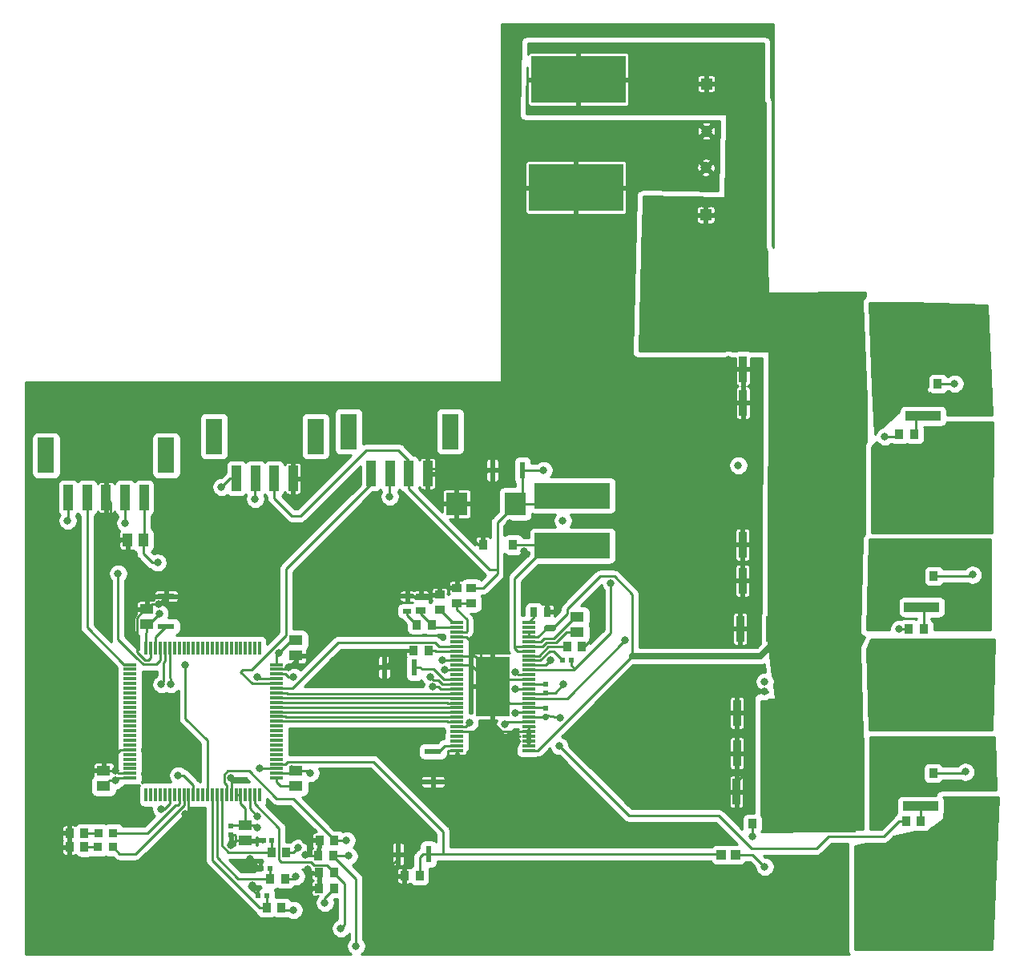
<source format=gbr>
G04 #@! TF.GenerationSoftware,KiCad,Pcbnew,5.1.4-e60b266~84~ubuntu19.04.1*
G04 #@! TF.CreationDate,2019-10-16T08:44:26-04:00*
G04 #@! TF.ProjectId,DSC_motor_controller,4453435f-6d6f-4746-9f72-5f636f6e7472,1*
G04 #@! TF.SameCoordinates,Original*
G04 #@! TF.FileFunction,Copper,L1,Top*
G04 #@! TF.FilePolarity,Positive*
%FSLAX46Y46*%
G04 Gerber Fmt 4.6, Leading zero omitted, Abs format (unit mm)*
G04 Created by KiCad (PCBNEW 5.1.4-e60b266~84~ubuntu19.04.1) date 2019-10-16 08:44:26*
%MOMM*%
%LPD*%
G04 APERTURE LIST*
%ADD10R,3.800000X1.050000*%
%ADD11R,7.900000X10.750000*%
%ADD12R,1.000000X2.700000*%
%ADD13R,1.800000X3.800000*%
%ADD14R,0.810000X2.820000*%
%ADD15R,0.620000X1.820000*%
%ADD16R,1.100000X1.470000*%
%ADD17R,1.470000X1.100000*%
%ADD18R,1.200000X1.200000*%
%ADD19C,1.200000*%
%ADD20R,10.000000X5.000000*%
%ADD21R,0.900000X1.000000*%
%ADD22R,0.600000X0.620000*%
%ADD23R,0.620000X0.600000*%
%ADD24R,0.980000X0.780000*%
%ADD25R,0.780000X0.980000*%
%ADD26R,0.940000X0.540000*%
%ADD27R,1.820000X0.620000*%
%ADD28R,2.300000X2.450000*%
%ADD29R,1.000000X0.900000*%
%ADD30R,8.000000X2.700000*%
%ADD31R,0.920000X1.080000*%
%ADD32R,1.000000X1.000000*%
%ADD33R,0.300000X1.475000*%
%ADD34R,1.475000X0.300000*%
%ADD35R,3.610000X6.350000*%
%ADD36R,0.900000X0.950000*%
%ADD37C,0.800000*%
%ADD38C,1.524000*%
%ADD39C,0.250000*%
%ADD40C,0.635000*%
%ADD41C,0.254000*%
G04 APERTURE END LIST*
D10*
X179822000Y-99120000D03*
X179822000Y-94040000D03*
D11*
X169072000Y-96580000D03*
D12*
X121615000Y-84996000D03*
X123615000Y-84996000D03*
X125615000Y-84996000D03*
X127615000Y-84996000D03*
D13*
X119265000Y-80546000D03*
X129965000Y-80546000D03*
D14*
X160861000Y-96326000D03*
X164061000Y-96326000D03*
D15*
X123015000Y-105470000D03*
X126215000Y-105470000D03*
D16*
X95913000Y-92008000D03*
X97533000Y-92008000D03*
D17*
X143411000Y-101756000D03*
X143411000Y-100136000D03*
X93373000Y-116392000D03*
X93373000Y-118012000D03*
X97945000Y-99326000D03*
X97945000Y-100946000D03*
X113693000Y-104248000D03*
X113693000Y-102628000D03*
X113693000Y-116392000D03*
X113693000Y-118012000D03*
X108359000Y-123806000D03*
X108359000Y-122186000D03*
D11*
X168938000Y-117598500D03*
D10*
X179688000Y-115058500D03*
X179688000Y-120138500D03*
D11*
X169199000Y-76387000D03*
D10*
X179949000Y-73847000D03*
X179949000Y-78927000D03*
D18*
X157050000Y-43800000D03*
D19*
X157050000Y-48800000D03*
D20*
X143275000Y-54775000D03*
D18*
X157000000Y-57650000D03*
D19*
X157000000Y-52650000D03*
D21*
X179911000Y-75498000D03*
X181511000Y-75498000D03*
X117757000Y-123758000D03*
X116157000Y-123758000D03*
D20*
X179479000Y-87690000D03*
D14*
X160277000Y-110296000D03*
X163477000Y-110296000D03*
X160607000Y-101406000D03*
X163807000Y-101406000D03*
X160226000Y-118614500D03*
X163426000Y-118614500D03*
X160277000Y-114550500D03*
X163477000Y-114550500D03*
X160861000Y-92516000D03*
X164061000Y-92516000D03*
X164137000Y-77530000D03*
X160937000Y-77530000D03*
X164137000Y-73974000D03*
X160937000Y-73974000D03*
D22*
X142807000Y-104708000D03*
X141887000Y-104708000D03*
D23*
X140109000Y-108168000D03*
X140109000Y-107248000D03*
X140109000Y-110708000D03*
X140109000Y-109788000D03*
D24*
X126901000Y-98039000D03*
X126901000Y-99439000D03*
D25*
X138839000Y-99628000D03*
X140239000Y-99628000D03*
D26*
X125440500Y-97939000D03*
X125440500Y-99539000D03*
D15*
X134445000Y-84642000D03*
X137645000Y-84642000D03*
D27*
X128171000Y-117560000D03*
X128171000Y-114360000D03*
D28*
X130659000Y-88198000D03*
X136859000Y-88198000D03*
D21*
X117731500Y-127187000D03*
X116131500Y-127187000D03*
X126444000Y-100961500D03*
X128044000Y-100961500D03*
D29*
X132235000Y-97088000D03*
X132235000Y-98688000D03*
X130711000Y-98688000D03*
X130711000Y-97088000D03*
D21*
X142319000Y-103311000D03*
X143919000Y-103311000D03*
X127701000Y-103692000D03*
X126101000Y-103692000D03*
X117668000Y-125409000D03*
X116068000Y-125409000D03*
D29*
X128869500Y-99412000D03*
X128869500Y-97812000D03*
D21*
X179479000Y-95818000D03*
X181079000Y-95818000D03*
X179441000Y-116646000D03*
X181041000Y-116646000D03*
X163515000Y-121980000D03*
X161915000Y-121980000D03*
X117731500Y-128838000D03*
X116131500Y-128838000D03*
D30*
X142903000Y-87326000D03*
X142903000Y-92626000D03*
D31*
X133429000Y-92516000D03*
X136629000Y-92516000D03*
D23*
X106835000Y-123154000D03*
X106835000Y-122234000D03*
D22*
X110233000Y-123758000D03*
X111153000Y-123758000D03*
X109994500Y-126755200D03*
X110914500Y-126755200D03*
X109677000Y-129600000D03*
X110597000Y-129600000D03*
D12*
X89627000Y-87530000D03*
X91627000Y-87530000D03*
X93627000Y-87530000D03*
X95627000Y-87530000D03*
X97627000Y-87530000D03*
D13*
X87277000Y-83080000D03*
X99977000Y-83080000D03*
D32*
X158651000Y-125282000D03*
X160151000Y-125282000D03*
D21*
X125148500Y-127504500D03*
X126748500Y-127504500D03*
X111077000Y-125028000D03*
X112677000Y-125028000D03*
X110924500Y-127822000D03*
X112524500Y-127822000D03*
X110569000Y-130870000D03*
X112169000Y-130870000D03*
X178133000Y-121726000D03*
X179733000Y-121726000D03*
X180025000Y-101406000D03*
X178425000Y-101406000D03*
X179047000Y-80832000D03*
X177447000Y-80832000D03*
X91341000Y-124459108D03*
X89741000Y-124459108D03*
X91341000Y-122996000D03*
X89741000Y-122996000D03*
D20*
X143525000Y-43350000D03*
X178526500Y-128711000D03*
X179225000Y-108264000D03*
D33*
X97850500Y-118923000D03*
X98350500Y-118923000D03*
X98850500Y-118923000D03*
X99350500Y-118923000D03*
X99850500Y-118923000D03*
X100350500Y-118923000D03*
X100850500Y-118923000D03*
X101350500Y-118923000D03*
X101850500Y-118923000D03*
X102350500Y-118923000D03*
X102850500Y-118923000D03*
X103350500Y-118923000D03*
X103850500Y-118923000D03*
X104350500Y-118923000D03*
X104850500Y-118923000D03*
X105350500Y-118923000D03*
X105850500Y-118923000D03*
X106350500Y-118923000D03*
X106850500Y-118923000D03*
X107350500Y-118923000D03*
X107850500Y-118923000D03*
X108350500Y-118923000D03*
X108850500Y-118923000D03*
X109350500Y-118923000D03*
X109850500Y-118923000D03*
D34*
X111588500Y-117185000D03*
X111588500Y-116685000D03*
X111588500Y-116185000D03*
X111588500Y-115685000D03*
X111588500Y-115185000D03*
X111588500Y-114685000D03*
X111588500Y-114185000D03*
X111588500Y-113685000D03*
X111588500Y-113185000D03*
X111588500Y-112685000D03*
X111588500Y-112185000D03*
X111588500Y-111685000D03*
X111588500Y-111185000D03*
X111588500Y-110685000D03*
X111588500Y-110185000D03*
X111588500Y-109685000D03*
X111588500Y-109185000D03*
X111588500Y-108685000D03*
X111588500Y-108185000D03*
X111588500Y-107685000D03*
X111588500Y-107185000D03*
X111588500Y-106685000D03*
X111588500Y-106185000D03*
X111588500Y-105685000D03*
X111588500Y-105185000D03*
D33*
X109850500Y-103447000D03*
X109350500Y-103447000D03*
X108850500Y-103447000D03*
X108350500Y-103447000D03*
X107850500Y-103447000D03*
X107350500Y-103447000D03*
X106850500Y-103447000D03*
X106350500Y-103447000D03*
X105850500Y-103447000D03*
X105350500Y-103447000D03*
X104850500Y-103447000D03*
X104350500Y-103447000D03*
X103850500Y-103447000D03*
X103350500Y-103447000D03*
X102850500Y-103447000D03*
X102350500Y-103447000D03*
X101850500Y-103447000D03*
X101350500Y-103447000D03*
X100850500Y-103447000D03*
X100350500Y-103447000D03*
X99850500Y-103447000D03*
X99350500Y-103447000D03*
X98850500Y-103447000D03*
X98350500Y-103447000D03*
X97850500Y-103447000D03*
D34*
X96112500Y-105185000D03*
X96112500Y-105685000D03*
X96112500Y-106185000D03*
X96112500Y-106685000D03*
X96112500Y-107185000D03*
X96112500Y-107685000D03*
X96112500Y-108185000D03*
X96112500Y-108685000D03*
X96112500Y-109185000D03*
X96112500Y-109685000D03*
X96112500Y-110185000D03*
X96112500Y-110685000D03*
X96112500Y-111185000D03*
X96112500Y-111685000D03*
X96112500Y-112185000D03*
X96112500Y-112685000D03*
X96112500Y-113185000D03*
X96112500Y-113685000D03*
X96112500Y-114185000D03*
X96112500Y-114685000D03*
X96112500Y-115185000D03*
X96112500Y-115685000D03*
X96112500Y-116185000D03*
X96112500Y-116685000D03*
X96112500Y-117185000D03*
X130689327Y-100752000D03*
X130689327Y-101252000D03*
X130689327Y-101752000D03*
X130689327Y-102252000D03*
X130689327Y-102752000D03*
X130689327Y-103252000D03*
X130689327Y-103752000D03*
X130689327Y-104252000D03*
X130689327Y-104752000D03*
X130689327Y-105252000D03*
X130689327Y-105752000D03*
X130689327Y-106252000D03*
X130689327Y-106752000D03*
X130689327Y-107252000D03*
X130689327Y-107752000D03*
X130689327Y-108252000D03*
X130689327Y-108752000D03*
X130689327Y-109252000D03*
X130689327Y-109752000D03*
X130689327Y-110252000D03*
X130689327Y-110752000D03*
X130689327Y-111252000D03*
X130689327Y-111752000D03*
X130689327Y-112252000D03*
X130689327Y-112752000D03*
X130689327Y-113252000D03*
X130689327Y-113752000D03*
X130689327Y-114252000D03*
X138265327Y-114252000D03*
X138265327Y-113752000D03*
X138265327Y-113252000D03*
X138265327Y-112752000D03*
X138265327Y-112252000D03*
X138265327Y-111752000D03*
X138265327Y-111252000D03*
X138265327Y-110752000D03*
X138265327Y-110252000D03*
X138265327Y-109752000D03*
X138265327Y-109252000D03*
X138265327Y-108752000D03*
X138265327Y-108252000D03*
X138265327Y-107752000D03*
X138265327Y-107252000D03*
X138265327Y-106752000D03*
X138265327Y-106252000D03*
X138265327Y-105752000D03*
X138265327Y-105252000D03*
X138265327Y-104752000D03*
X138265327Y-104252000D03*
X138265327Y-103752000D03*
X138265327Y-103252000D03*
X138265327Y-102752000D03*
X138265327Y-102252000D03*
X138265327Y-101752000D03*
X138265327Y-101252000D03*
X138265327Y-100752000D03*
D35*
X134477327Y-107502000D03*
D36*
X94348497Y-124459108D03*
X92748497Y-124459108D03*
X94389000Y-122996000D03*
X92789000Y-122996000D03*
D27*
X99977000Y-97952000D03*
X99977000Y-101152000D03*
D15*
X124475500Y-125218500D03*
X127675500Y-125218500D03*
D12*
X107391000Y-85504000D03*
X109391000Y-85504000D03*
X111391000Y-85504000D03*
X113391000Y-85504000D03*
D13*
X105041000Y-81054000D03*
X115741000Y-81054000D03*
D37*
X112931000Y-105470000D03*
X99160779Y-98806769D03*
X94135000Y-92262000D03*
X102009000Y-120964000D03*
X94643000Y-116407997D03*
X124869000Y-116392000D03*
X133251000Y-109788000D03*
X133505000Y-108772000D03*
X135283000Y-109788000D03*
X161445000Y-116392000D03*
X113693000Y-87944000D03*
X157381000Y-96326000D03*
X159413000Y-101914000D03*
X161953000Y-87595009D03*
X129441000Y-96580000D03*
X134477327Y-109661000D03*
X145443000Y-101977500D03*
X137823000Y-93241000D03*
X136266429Y-90244431D03*
X128933000Y-84896000D03*
X131473000Y-85404000D03*
X131727000Y-91246000D03*
X123599000Y-103946000D03*
X163149918Y-108010000D03*
X159413000Y-77276000D03*
X159413000Y-72958000D03*
X114709000Y-123758000D03*
X114963000Y-126806000D03*
X114455000Y-129600000D03*
X106835000Y-117154000D03*
X101755000Y-115630000D03*
X114709000Y-125282000D03*
X108841600Y-125753000D03*
X161631815Y-127787185D03*
X158651000Y-110296000D03*
X109042069Y-128547010D03*
X106839653Y-124261347D03*
X100231000Y-125536004D03*
X88293000Y-123758000D03*
X140363000Y-97596016D03*
X123345000Y-126806000D03*
X139855000Y-84642000D03*
X109375000Y-87690000D03*
X105819000Y-86420000D03*
X99469000Y-120456000D03*
X99282565Y-99799328D03*
X89563000Y-89976000D03*
X94643000Y-117408000D03*
X129187000Y-104708000D03*
X141887000Y-89976000D03*
X115212347Y-116650653D03*
X160429000Y-84134000D03*
X111915000Y-103946000D03*
X163223000Y-106994000D03*
X101247002Y-116900020D03*
X163223000Y-126551990D03*
X109556590Y-122424910D03*
X128171000Y-107527000D03*
X127917000Y-106486000D03*
X132026829Y-111312000D03*
D38*
X175542000Y-114106000D03*
X180622000Y-113725000D03*
X176939000Y-118170000D03*
X178844000Y-113598000D03*
X177066000Y-113725000D03*
X182019000Y-114614000D03*
X176812000Y-115757000D03*
X178082000Y-117027000D03*
X175288000Y-121472000D03*
X175288000Y-118297000D03*
X175288000Y-119821000D03*
X175542000Y-116773000D03*
X179352000Y-118043000D03*
D37*
X141633000Y-110804000D03*
D38*
X175288000Y-94802000D03*
X183416000Y-97723000D03*
X176685000Y-96326000D03*
X175034000Y-97977000D03*
X183416000Y-99374000D03*
X178209000Y-96961000D03*
X183670000Y-93532000D03*
X175288000Y-93151000D03*
X175034000Y-96453000D03*
X176939000Y-94802000D03*
X176558000Y-97850000D03*
X176939000Y-93151000D03*
D37*
X141972569Y-107285000D03*
D38*
X175034000Y-100517000D03*
X176304000Y-99501000D03*
X176431000Y-73339000D03*
X176558000Y-68513000D03*
X178209000Y-68513000D03*
X179860000Y-68513000D03*
X183670000Y-68513000D03*
X176431000Y-70164000D03*
X178209000Y-70164000D03*
X179860000Y-70164000D03*
X183670000Y-70164000D03*
X176431000Y-71815000D03*
X178082000Y-71815000D03*
X179733000Y-71688000D03*
X183670000Y-71688000D03*
X176431000Y-75117000D03*
X176431000Y-76768000D03*
D37*
X146967000Y-96580000D03*
X113439000Y-106486000D03*
X99472346Y-107260651D03*
X100485000Y-107248000D03*
X113439000Y-131124000D03*
X113693000Y-127568000D03*
X113908900Y-124553020D03*
X135791000Y-111527000D03*
X136882329Y-110275000D03*
X141525000Y-113800000D03*
X148491000Y-102634999D03*
X136882329Y-107756000D03*
X177447000Y-101406000D03*
X136882329Y-105978000D03*
X140617000Y-104708000D03*
X175923000Y-81086000D03*
X102009000Y-105216000D03*
X99072652Y-94405652D03*
X119027000Y-123758000D03*
X161953002Y-123377000D03*
X183289000Y-75498000D03*
X120043000Y-134934000D03*
X119281000Y-125409000D03*
X109630847Y-121216153D03*
X118422458Y-133068777D03*
X185194000Y-95691000D03*
X116741000Y-130362000D03*
X109883000Y-116138000D03*
X184431992Y-116519000D03*
X109629000Y-106460000D03*
X123599000Y-87436000D03*
X95659000Y-90230000D03*
X94897000Y-95564000D03*
D38*
X181511000Y-89468000D03*
X177325000Y-85975000D03*
X179479000Y-89468000D03*
X183670000Y-89468000D03*
X175542000Y-87563000D03*
X185321000Y-84388000D03*
X183797000Y-87690000D03*
X177193000Y-84261000D03*
X182019000Y-84261000D03*
X183670000Y-84261000D03*
X180368000Y-84261000D03*
X178717000Y-84261000D03*
X183670000Y-85912000D03*
X175542000Y-85912000D03*
X175542000Y-89468000D03*
X175542000Y-84261000D03*
X183035000Y-106740000D03*
X177574000Y-103438000D03*
X179225000Y-103438000D03*
X180876000Y-103438000D03*
X182527000Y-103438000D03*
X176304000Y-104835000D03*
X177955000Y-104962000D03*
X179606000Y-104962000D03*
X181257000Y-104962000D03*
X183035000Y-104962000D03*
X183035000Y-108518000D03*
X183035000Y-110169000D03*
X177320000Y-124774000D03*
X173891000Y-130870000D03*
X175542000Y-127822000D03*
X175669000Y-124774000D03*
X182146000Y-128711000D03*
X174018000Y-127822000D03*
X182146000Y-124774000D03*
X180622000Y-124774000D03*
X175415000Y-129346000D03*
X173891000Y-129346000D03*
X174018000Y-126298000D03*
X175542000Y-126298000D03*
X182019000Y-130489000D03*
X182146000Y-126933000D03*
X175415000Y-130870000D03*
X178971000Y-124774000D03*
X174145000Y-124774000D03*
D37*
X129441000Y-105724000D03*
D39*
X102350500Y-119606500D02*
X102325501Y-119631499D01*
X102350500Y-118923000D02*
X102350500Y-119606500D01*
X102350500Y-118923000D02*
X102350500Y-120572216D01*
X102350500Y-120572216D02*
X101856858Y-121065858D01*
X127128000Y-97812000D02*
X126901000Y-98039000D01*
X128869500Y-97812000D02*
X127128000Y-97812000D01*
X126801000Y-97939000D02*
X126901000Y-98039000D01*
X125440500Y-97939000D02*
X126801000Y-97939000D01*
X111588500Y-105685000D02*
X112716000Y-105685000D01*
X112716000Y-105685000D02*
X112931000Y-105470000D01*
X113693000Y-104708000D02*
X112931000Y-105470000D01*
X113693000Y-104248000D02*
X113693000Y-104708000D01*
X99977000Y-97952000D02*
X99977000Y-97990548D01*
X99977000Y-97990548D02*
X99160779Y-98806769D01*
X98464231Y-98806769D02*
X97945000Y-99326000D01*
X99160779Y-98806769D02*
X98464231Y-98806769D01*
X95913000Y-92008000D02*
X94389000Y-92008000D01*
X94389000Y-92008000D02*
X94135000Y-92262000D01*
X94135000Y-88038000D02*
X93627000Y-87530000D01*
X94135000Y-92262000D02*
X94135000Y-88038000D01*
X93373000Y-116392000D02*
X94627003Y-116392000D01*
X94627003Y-116392000D02*
X94643000Y-116407997D01*
X94920003Y-116685000D02*
X96112500Y-116685000D01*
X94643000Y-116407997D02*
X94920003Y-116685000D01*
X134477327Y-106132000D02*
X134477327Y-106232000D01*
X132597327Y-104252000D02*
X133307327Y-104962000D01*
X130689327Y-104252000D02*
X132597327Y-104252000D01*
X132227327Y-105252000D02*
X133207327Y-106232000D01*
X130689327Y-105252000D02*
X132227327Y-105252000D01*
X133251000Y-106275673D02*
X134477327Y-107502000D01*
X133251000Y-103841171D02*
X133251000Y-106275673D01*
X131661829Y-102252000D02*
X133251000Y-103841171D01*
X130689327Y-102252000D02*
X131661829Y-102252000D01*
X138852827Y-111752000D02*
X138265327Y-111752000D01*
X138265327Y-112252000D02*
X138265327Y-111752000D01*
X138265327Y-112752000D02*
X138265327Y-112252000D01*
X138265327Y-113252000D02*
X138265327Y-112752000D01*
X138265327Y-113752000D02*
X138265327Y-113252000D01*
X130689327Y-114252000D02*
X129701827Y-114252000D01*
X133307327Y-104962000D02*
X134477327Y-106132000D01*
X133207327Y-106232000D02*
X134477327Y-107502000D01*
X161443500Y-116392000D02*
X161445000Y-116392000D01*
X160226000Y-118614500D02*
X160226000Y-117609500D01*
X160226000Y-117609500D02*
X161443500Y-116392000D01*
X161445000Y-115063500D02*
X161445000Y-116392000D01*
X160932000Y-114550500D02*
X161445000Y-115063500D01*
X160277000Y-114550500D02*
X160932000Y-114550500D01*
X97760000Y-99326000D02*
X97945000Y-99326000D01*
X96884999Y-100201001D02*
X97760000Y-99326000D01*
X97744412Y-104708000D02*
X96884999Y-103848587D01*
X96884999Y-103848587D02*
X96884999Y-100201001D01*
X98077000Y-104708000D02*
X97744412Y-104708000D01*
X98350500Y-104434500D02*
X98077000Y-104708000D01*
X98350500Y-103447000D02*
X98350500Y-104434500D01*
X113391000Y-85504000D02*
X113391000Y-87642000D01*
X113391000Y-87642000D02*
X113693000Y-87944000D01*
X134477327Y-110927000D02*
X134477327Y-109661000D01*
X160861000Y-96326000D02*
X157381000Y-96326000D01*
X160607000Y-101406000D02*
X159921000Y-101406000D01*
X159921000Y-101406000D02*
X159413000Y-101914000D01*
X94643000Y-114667000D02*
X94643000Y-116407997D01*
X95125000Y-114185000D02*
X94643000Y-114667000D01*
X96112500Y-114185000D02*
X95125000Y-114185000D01*
X160861000Y-96326000D02*
X160861000Y-92516000D01*
X130711000Y-97088000D02*
X129949000Y-97088000D01*
X129949000Y-97088000D02*
X129441000Y-96580000D01*
X128933000Y-97748500D02*
X128869500Y-97812000D01*
X129441000Y-96580000D02*
X128933000Y-97088000D01*
X128933000Y-97088000D02*
X128933000Y-97748500D01*
X136227327Y-109252000D02*
X134477327Y-107502000D01*
X138265327Y-109252000D02*
X136227327Y-109252000D01*
X134477327Y-109661000D02*
X134477327Y-107502000D01*
X143919000Y-103311000D02*
X144109500Y-103311000D01*
X144109500Y-103311000D02*
X145443000Y-101977500D01*
X135227327Y-106752000D02*
X134477327Y-107502000D01*
X138265327Y-106752000D02*
X135227327Y-106752000D01*
X128171000Y-117000000D02*
X128171000Y-117560000D01*
X129701827Y-115469173D02*
X128171000Y-117000000D01*
X129701827Y-114252000D02*
X129701827Y-115469173D01*
X127615000Y-84488000D02*
X128525000Y-84488000D01*
X128525000Y-84488000D02*
X128933000Y-84896000D01*
X130659000Y-88198000D02*
X130659000Y-86218000D01*
X130659000Y-86218000D02*
X131473000Y-85404000D01*
X133429000Y-92516000D02*
X132997000Y-92516000D01*
X132997000Y-92516000D02*
X131727000Y-91246000D01*
X132235000Y-84642000D02*
X131473000Y-85404000D01*
X134445000Y-84642000D02*
X132235000Y-84642000D01*
X126101000Y-103692000D02*
X126101000Y-103742000D01*
X126037000Y-117560000D02*
X124869000Y-116392000D01*
X128171000Y-117560000D02*
X126037000Y-117560000D01*
X123599000Y-103946000D02*
X123523000Y-104962000D01*
X123523000Y-104962000D02*
X123015000Y-105470000D01*
X123599000Y-103946000D02*
X125123000Y-103692000D01*
X125123000Y-103692000D02*
X126101000Y-103692000D01*
X160937000Y-77530000D02*
X159667000Y-77530000D01*
X159667000Y-77530000D02*
X159413000Y-77276000D01*
X160785000Y-74990000D02*
X160785000Y-74330000D01*
X160785000Y-74330000D02*
X159413000Y-72958000D01*
X106835000Y-123154000D02*
X107247000Y-123154000D01*
X107247000Y-123154000D02*
X107343000Y-123250000D01*
X107374000Y-123806000D02*
X108359000Y-123806000D01*
X107343000Y-123775000D02*
X107374000Y-123806000D01*
X107343000Y-123250000D02*
X107343000Y-123775000D01*
X89817000Y-124459108D02*
X89817000Y-124509108D01*
X116157000Y-123758000D02*
X114709000Y-123758000D01*
X116131500Y-127187000D02*
X115344000Y-127187000D01*
X115344000Y-127187000D02*
X114963000Y-126806000D01*
X116131500Y-128838000D02*
X115217000Y-128838000D01*
X115217000Y-128838000D02*
X114455000Y-129600000D01*
X110185000Y-123806000D02*
X110233000Y-123758000D01*
X108359000Y-123806000D02*
X110185000Y-123806000D01*
X106850500Y-118923000D02*
X106850500Y-117169500D01*
X106850500Y-117169500D02*
X106835000Y-117154000D01*
X116068000Y-125409000D02*
X114836000Y-125409000D01*
X114836000Y-125409000D02*
X114709000Y-125282000D01*
X109994500Y-126755200D02*
X109843800Y-126755200D01*
X109843800Y-126755200D02*
X108841600Y-125753000D01*
X160277000Y-110296000D02*
X158651000Y-110296000D01*
X134477327Y-110927000D02*
X134477327Y-107502000D01*
X133152327Y-112252000D02*
X134477327Y-110927000D01*
X130689327Y-112252000D02*
X133152327Y-112252000D01*
X109677000Y-129590000D02*
X109042069Y-128955069D01*
X109042069Y-128955069D02*
X109042069Y-128547010D01*
X109677000Y-129600000D02*
X109677000Y-129590000D01*
X108359000Y-123806000D02*
X107295000Y-123806000D01*
X107295000Y-123806000D02*
X106839653Y-124261347D01*
X138265327Y-112252000D02*
X135429986Y-112252000D01*
X135429986Y-112252000D02*
X134477327Y-111299341D01*
X134477327Y-111299341D02*
X134477327Y-110927000D01*
X88994108Y-124459108D02*
X88293000Y-123758000D01*
X89741000Y-124459108D02*
X88994108Y-124459108D01*
X89055000Y-122996000D02*
X88293000Y-123758000D01*
X89741000Y-122996000D02*
X89055000Y-122996000D01*
X140239000Y-97720016D02*
X140363000Y-97596016D01*
X140239000Y-99628000D02*
X140239000Y-97720016D01*
X125148500Y-127504500D02*
X124043500Y-127504500D01*
X124475500Y-125218500D02*
X124475500Y-125675500D01*
X124475500Y-125675500D02*
X123345000Y-126806000D01*
X124043500Y-127504500D02*
X123345000Y-126806000D01*
X137645000Y-87412000D02*
X136859000Y-88198000D01*
X137645000Y-84642000D02*
X137645000Y-87412000D01*
X136859000Y-88273000D02*
X136859000Y-88198000D01*
X134959000Y-90173000D02*
X136859000Y-88273000D01*
X133485000Y-97088000D02*
X134959000Y-95614000D01*
X132235000Y-97088000D02*
X133485000Y-97088000D01*
X142031000Y-88198000D02*
X142903000Y-87326000D01*
X136859000Y-88198000D02*
X142031000Y-88198000D01*
X137645000Y-84642000D02*
X139855000Y-84642000D01*
X134959000Y-95614000D02*
X134959000Y-95126000D01*
X134959000Y-95126000D02*
X134959000Y-90173000D01*
X125615000Y-86588000D02*
X134153000Y-95126000D01*
X134153000Y-95126000D02*
X134959000Y-95126000D01*
X125615000Y-86088000D02*
X125631000Y-86104000D01*
X125615000Y-84488000D02*
X125615000Y-86088000D01*
X125615000Y-84488000D02*
X125615000Y-86588000D01*
X111391000Y-87604000D02*
X111391000Y-85504000D01*
X125615000Y-84488000D02*
X125615000Y-83602998D01*
X124525003Y-82513001D02*
X121133001Y-82513001D01*
X121133001Y-82513001D02*
X114178002Y-89468000D01*
X114178002Y-89468000D02*
X113255000Y-89468000D01*
X125615000Y-83602998D02*
X124525003Y-82513001D01*
X113255000Y-89468000D02*
X111391000Y-87604000D01*
X109375000Y-85520000D02*
X109391000Y-85504000D01*
X109375000Y-87690000D02*
X109375000Y-85520000D01*
X107391000Y-85504000D02*
X106735000Y-85504000D01*
X106735000Y-85504000D02*
X105819000Y-86420000D01*
X99805000Y-120456000D02*
X99469000Y-120456000D01*
X100350500Y-118923000D02*
X100350500Y-119910500D01*
X100350500Y-119910500D02*
X99805000Y-120456000D01*
X113400000Y-116685000D02*
X111588500Y-116685000D01*
X113693000Y-116392000D02*
X113400000Y-116685000D01*
X107350500Y-118923000D02*
X107850500Y-118923000D01*
X106883000Y-122186000D02*
X106835000Y-122234000D01*
X108359000Y-122186000D02*
X106883000Y-122186000D01*
X107850500Y-119910500D02*
X107850500Y-118923000D01*
X97850500Y-101840500D02*
X97850500Y-103447000D01*
X97945000Y-101746000D02*
X97850500Y-101840500D01*
X97945000Y-100946000D02*
X97945000Y-101746000D01*
X98135893Y-100946000D02*
X97945000Y-100946000D01*
X99282565Y-99799328D02*
X98135893Y-100946000D01*
X108359000Y-120419000D02*
X108359000Y-122186000D01*
X107850500Y-119910500D02*
X108359000Y-120419000D01*
X89627000Y-87530000D02*
X89627000Y-89912000D01*
X89627000Y-89912000D02*
X89563000Y-89976000D01*
X96112500Y-117185000D02*
X94866000Y-117185000D01*
X94866000Y-117185000D02*
X94643000Y-117408000D01*
X93977000Y-117408000D02*
X93373000Y-118012000D01*
X94643000Y-117408000D02*
X93977000Y-117408000D01*
X113693000Y-116392000D02*
X114953694Y-116392000D01*
X114953694Y-116392000D02*
X115212347Y-116650653D01*
X111588500Y-105185000D02*
X111588500Y-104272500D01*
X111588500Y-104272500D02*
X111915000Y-103946000D01*
X113233000Y-102628000D02*
X113693000Y-102628000D01*
X111915000Y-103946000D02*
X113233000Y-102628000D01*
X129231000Y-104752000D02*
X130689327Y-104752000D01*
X129187000Y-104708000D02*
X129231000Y-104752000D01*
X101815020Y-116900020D02*
X101247002Y-116900020D01*
X102850500Y-117935500D02*
X101815020Y-116900020D01*
X102850500Y-118923000D02*
X102850500Y-117935500D01*
X160151000Y-125282000D02*
X161953010Y-125282000D01*
X161953010Y-125282000D02*
X163223000Y-126551990D01*
X109556590Y-122398590D02*
X109556590Y-122424910D01*
X109344000Y-122186000D02*
X109556590Y-122398590D01*
X108359000Y-122186000D02*
X109344000Y-122186000D01*
X113693000Y-116392000D02*
X113185000Y-115884000D01*
X138265327Y-102252000D02*
X138265327Y-101752000D01*
X139252827Y-102252000D02*
X140207826Y-101297001D01*
X140859001Y-101297001D02*
X142350999Y-99805003D01*
X142350999Y-99805003D02*
X142350999Y-99325999D01*
X138265327Y-102252000D02*
X139252827Y-102252000D01*
D40*
X140207826Y-101297001D02*
X140859001Y-101297001D01*
D39*
X147315001Y-95854999D02*
X149216001Y-97755999D01*
X142350999Y-99325999D02*
X145821999Y-95854999D01*
X145821999Y-95854999D02*
X147315001Y-95854999D01*
X149216001Y-97755999D02*
X149216001Y-104294001D01*
D40*
X169072000Y-98005000D02*
X169072000Y-96580000D01*
X162782999Y-104294001D02*
X169072000Y-98005000D01*
X149216001Y-104294001D02*
X162782999Y-104294001D01*
D39*
X139258002Y-114252000D02*
X138265327Y-114252000D01*
X149216001Y-104294001D02*
X139258002Y-114252000D01*
X110597000Y-130842000D02*
X110569000Y-130870000D01*
X110597000Y-129600000D02*
X110597000Y-130842000D01*
X104850500Y-125851500D02*
X104850500Y-118923000D01*
X109869000Y-130870000D02*
X104850500Y-125851500D01*
X110569000Y-130870000D02*
X109869000Y-130870000D01*
X110924500Y-126625500D02*
X110851000Y-126552000D01*
X110924500Y-127822000D02*
X110924500Y-126625500D01*
X105350500Y-125575500D02*
X105350500Y-118923000D01*
X110924500Y-127822000D02*
X107597000Y-127822000D01*
X107597000Y-127822000D02*
X105350500Y-125575500D01*
X111077000Y-123834000D02*
X111153000Y-123758000D01*
X111077000Y-125028000D02*
X111077000Y-123834000D01*
X105850500Y-124297500D02*
X105850500Y-118923000D01*
X111077000Y-125028000D02*
X106581000Y-125028000D01*
X106581000Y-125028000D02*
X105850500Y-124297500D01*
X127115500Y-125218500D02*
X127675500Y-125218500D01*
X126748500Y-127504500D02*
X126748500Y-125585500D01*
X126748500Y-125585500D02*
X127115500Y-125218500D01*
X129250500Y-125218500D02*
X129250500Y-122805500D01*
X129250500Y-125218500D02*
X158206500Y-125218500D01*
X127675500Y-125218500D02*
X129250500Y-125218500D01*
X112576000Y-115685000D02*
X111588500Y-115685000D01*
X112827009Y-115433991D02*
X112576000Y-115685000D01*
X121878991Y-115433991D02*
X112827009Y-115433991D01*
X129250500Y-122805500D02*
X121878991Y-115433991D01*
X125440500Y-99958000D02*
X126444000Y-100961500D01*
X125440500Y-99539000D02*
X125440500Y-99958000D01*
X126901000Y-99818500D02*
X128044000Y-100961500D01*
X126901000Y-99439000D02*
X126901000Y-99818500D01*
X128334500Y-101252000D02*
X128044000Y-100961500D01*
X130689327Y-101252000D02*
X128334500Y-101252000D01*
X128961685Y-107752000D02*
X130689327Y-107752000D01*
X128736685Y-107527000D02*
X128961685Y-107752000D01*
X128171000Y-107527000D02*
X128736685Y-107527000D01*
X129151594Y-107252000D02*
X130689327Y-107252000D01*
X128701593Y-106801999D02*
X129151594Y-107252000D01*
X128232999Y-106801999D02*
X128701593Y-106801999D01*
X127917000Y-106486000D02*
X128232999Y-106801999D01*
X129379000Y-113752000D02*
X130689327Y-113752000D01*
X128771000Y-114360000D02*
X129379000Y-113752000D01*
X128171000Y-114360000D02*
X128771000Y-114360000D01*
X132026829Y-111312000D02*
X131626830Y-111711999D01*
X131586829Y-111752000D02*
X132026829Y-111312000D01*
X130689327Y-111752000D02*
X131586829Y-111752000D01*
X140065000Y-110752000D02*
X138265327Y-110752000D01*
D40*
X140109000Y-110708000D02*
X140065000Y-110752000D01*
D39*
X141633000Y-110804000D02*
X140267000Y-110550000D01*
X140267000Y-110550000D02*
X140109000Y-110708000D01*
X140073000Y-109752000D02*
X138265327Y-109752000D01*
X140109000Y-109788000D02*
X140073000Y-109752000D01*
X140105000Y-107252000D02*
X140109000Y-107248000D01*
X138265327Y-107252000D02*
X140105000Y-107252000D01*
X140025000Y-108252000D02*
X138265327Y-108252000D01*
X140109000Y-108168000D02*
X140025000Y-108252000D01*
X140109000Y-108168000D02*
X141089569Y-108168000D01*
X141089569Y-108168000D02*
X141972569Y-107285000D01*
X146967000Y-96580000D02*
X146967000Y-101798002D01*
X146967000Y-101798002D02*
X143041002Y-105724000D01*
X143041002Y-105502002D02*
X143041002Y-105724000D01*
X142807000Y-105268000D02*
X143041002Y-105502002D01*
X142807000Y-104708000D02*
X142807000Y-105268000D01*
X143013002Y-105752000D02*
X143041002Y-105724000D01*
X138265327Y-105752000D02*
X143013002Y-105752000D01*
X141887000Y-104698000D02*
X141887000Y-104708000D01*
X140944499Y-103755499D02*
X141887000Y-104698000D01*
X140490000Y-103755499D02*
X140944499Y-103755499D01*
X139493499Y-104752000D02*
X140490000Y-103755499D01*
X138265327Y-104752000D02*
X139493499Y-104752000D01*
X142793000Y-92516000D02*
X142903000Y-92626000D01*
X136629000Y-92516000D02*
X142793000Y-92516000D01*
X140253000Y-92626000D02*
X136807000Y-96072000D01*
X142903000Y-92626000D02*
X140253000Y-92626000D01*
X136807000Y-96072000D02*
X136807000Y-103438000D01*
X136993000Y-103252000D02*
X138265327Y-103252000D01*
X136807000Y-103438000D02*
X136993000Y-103252000D01*
X137121000Y-103752000D02*
X136807000Y-103438000D01*
X138265327Y-103752000D02*
X137121000Y-103752000D01*
X142287998Y-101756000D02*
X143411000Y-101756000D01*
X140117202Y-102855478D02*
X141188520Y-102855478D01*
X138265327Y-103252000D02*
X139720680Y-103252000D01*
X141188520Y-102855478D02*
X142287998Y-101756000D01*
X139720680Y-103252000D02*
X140117202Y-102855478D01*
X140956533Y-102405467D02*
X143226000Y-100136000D01*
X138265327Y-102752000D02*
X139584268Y-102752000D01*
X139584268Y-102752000D02*
X139930801Y-102405467D01*
X143226000Y-100136000D02*
X143411000Y-100136000D01*
X139930801Y-102405467D02*
X140956533Y-102405467D01*
X138839000Y-100178327D02*
X138265327Y-100752000D01*
X138839000Y-99628000D02*
X138839000Y-100178327D01*
X112572315Y-106185000D02*
X111588500Y-106185000D01*
X112873315Y-106486000D02*
X112572315Y-106185000D01*
X113439000Y-106486000D02*
X112873315Y-106486000D01*
X98850500Y-102278500D02*
X98850500Y-103447000D01*
X99977000Y-101152000D02*
X98850500Y-102278500D01*
X99850500Y-103447000D02*
X99850500Y-104834500D01*
X99850500Y-104834500D02*
X99723000Y-104962000D01*
X99723000Y-104962000D02*
X99723000Y-107009997D01*
X99723000Y-107009997D02*
X99472346Y-107260651D01*
X100350500Y-106547815D02*
X100350500Y-103447000D01*
X100485000Y-106682315D02*
X100350500Y-106547815D01*
X100485000Y-107248000D02*
X100485000Y-106682315D01*
X112423000Y-131124000D02*
X112169000Y-130870000D01*
X113439000Y-131124000D02*
X112423000Y-131124000D01*
X113439000Y-127822000D02*
X113693000Y-127568000D01*
X112524500Y-127822000D02*
X113439000Y-127822000D01*
X112677000Y-125028000D02*
X113377000Y-125028000D01*
X112677000Y-125028000D02*
X113433920Y-125028000D01*
X113433920Y-125028000D02*
X113908900Y-124553020D01*
X94389000Y-123021000D02*
X94389000Y-122996000D01*
X97970000Y-122996000D02*
X94389000Y-122996000D01*
X100952000Y-120014000D02*
X97970000Y-122996000D01*
X101247000Y-120014000D02*
X100952000Y-120014000D01*
X101350500Y-118923000D02*
X101350500Y-119910500D01*
X101350500Y-119910500D02*
X101247000Y-120014000D01*
X92789000Y-122996000D02*
X91341000Y-122996000D01*
X92748497Y-124459108D02*
X91417000Y-124459108D01*
X94348497Y-124484108D02*
X94348497Y-124459108D01*
X95048497Y-125184108D02*
X94348497Y-124484108D01*
X96713302Y-125184108D02*
X95048497Y-125184108D01*
X101850500Y-118923000D02*
X101850500Y-120046910D01*
X101850500Y-120046910D02*
X96713302Y-125184108D01*
X130209500Y-100752000D02*
X128869500Y-99412000D01*
X130689327Y-100752000D02*
X130209500Y-100752000D01*
X132235000Y-98688000D02*
X130711000Y-98688000D01*
X131676827Y-101752000D02*
X130689327Y-101752000D01*
X131751828Y-101676999D02*
X131676827Y-101752000D01*
X131751828Y-100428828D02*
X131751828Y-101676999D01*
X130711000Y-99388000D02*
X131751828Y-100428828D01*
X130711000Y-98688000D02*
X130711000Y-99388000D01*
X111613499Y-107709999D02*
X111588500Y-107685000D01*
X113288003Y-107709999D02*
X111613499Y-107709999D01*
X118131003Y-102866999D02*
X113288003Y-107709999D01*
X128411001Y-102866999D02*
X118131003Y-102866999D01*
X130689327Y-103252000D02*
X128796002Y-103252000D01*
X128796002Y-103252000D02*
X128411001Y-102866999D01*
X128461000Y-103752000D02*
X130689327Y-103752000D01*
X128401000Y-103692000D02*
X128461000Y-103752000D01*
X127701000Y-103692000D02*
X128401000Y-103692000D01*
X112793410Y-108252000D02*
X130689327Y-108252000D01*
X112726410Y-108185000D02*
X112793410Y-108252000D01*
X111588500Y-108185000D02*
X112726410Y-108185000D01*
X112590000Y-108685000D02*
X111748000Y-108685000D01*
X112639990Y-108734990D02*
X112590000Y-108685000D01*
X130689327Y-108752000D02*
X130672317Y-108734990D01*
X130672317Y-108734990D02*
X112639990Y-108734990D01*
X111748000Y-108685000D02*
X111723001Y-108660001D01*
X129716825Y-109252000D02*
X130689327Y-109252000D01*
X129649825Y-109185000D02*
X129716825Y-109252000D01*
X111588500Y-109185000D02*
X129649825Y-109185000D01*
X112576000Y-109685000D02*
X111588500Y-109685000D01*
X130672317Y-109734990D02*
X112625990Y-109734990D01*
X112625990Y-109734990D02*
X112576000Y-109685000D01*
X130689327Y-109752000D02*
X130672317Y-109734990D01*
X129716825Y-110252000D02*
X130689327Y-110252000D01*
X129649825Y-110185000D02*
X129716825Y-110252000D01*
X111588500Y-110185000D02*
X129649825Y-110185000D01*
X130664328Y-110727001D02*
X130689327Y-110752000D01*
X112618001Y-110727001D02*
X130664328Y-110727001D01*
X112576000Y-110685000D02*
X112618001Y-110727001D01*
X111588500Y-110685000D02*
X112576000Y-110685000D01*
X112524001Y-111185000D02*
X111588500Y-111185000D01*
X129634827Y-111185000D02*
X111588500Y-111185000D01*
X129701827Y-111252000D02*
X129634827Y-111185000D01*
X130689327Y-111252000D02*
X129701827Y-111252000D01*
X137629000Y-111252000D02*
X137604001Y-111276999D01*
X138265327Y-111252000D02*
X137629000Y-111252000D01*
X137604001Y-111276999D02*
X136041001Y-111276999D01*
X136041001Y-111276999D02*
X135791000Y-111527000D01*
X138265327Y-110252000D02*
X136905329Y-110252000D01*
X136905329Y-110252000D02*
X136882329Y-110275000D01*
X175834000Y-123325000D02*
X177433000Y-121726000D01*
X177433000Y-121726000D02*
X178133000Y-121726000D01*
X148879999Y-121154999D02*
X141525000Y-113800000D01*
X148879999Y-121154999D02*
X158354999Y-121154999D01*
X158354999Y-121154999D02*
X161800000Y-124600000D01*
X161800000Y-124600000D02*
X168700000Y-124600000D01*
X169975000Y-123325000D02*
X175834000Y-123325000D01*
X168700000Y-124600000D02*
X169975000Y-123325000D01*
X139497998Y-108752000D02*
X138265327Y-108752000D01*
X139538999Y-108793001D02*
X139497998Y-108752000D01*
X148491000Y-102634999D02*
X142332998Y-108793001D01*
X142332998Y-108793001D02*
X139538999Y-108793001D01*
X138265327Y-107752000D02*
X136886329Y-107752000D01*
X136886329Y-107752000D02*
X136882329Y-107756000D01*
X177447000Y-101406000D02*
X178425000Y-101406000D01*
X137156329Y-106252000D02*
X136882329Y-105978000D01*
X138265327Y-106252000D02*
X137156329Y-106252000D01*
X138265327Y-105252000D02*
X140073000Y-105252000D01*
X140073000Y-105252000D02*
X140617000Y-104708000D01*
X177193000Y-81086000D02*
X177447000Y-80832000D01*
X175923000Y-81086000D02*
X177193000Y-81086000D01*
X140303600Y-103305489D02*
X141613489Y-103305489D01*
X139357090Y-104252000D02*
X140303600Y-103305489D01*
X138265327Y-104252000D02*
X139357090Y-104252000D01*
X141619000Y-103311000D02*
X142319000Y-103311000D01*
X141613489Y-103305489D02*
X141619000Y-103311000D01*
X97643000Y-87546000D02*
X97627000Y-87530000D01*
X97643000Y-92262000D02*
X97643000Y-87546000D01*
X102009000Y-110870307D02*
X102009000Y-105216000D01*
X104350500Y-118923000D02*
X104350500Y-113211807D01*
X104350500Y-113211807D02*
X102009000Y-110870307D01*
X97533000Y-93431685D02*
X97533000Y-92008000D01*
X98506967Y-94405652D02*
X97533000Y-93431685D01*
X99072652Y-94405652D02*
X98506967Y-94405652D01*
X119027000Y-123758000D02*
X117757000Y-123758000D01*
X106350500Y-117935500D02*
X106350500Y-118923000D01*
X106109999Y-117694999D02*
X106350500Y-117935500D01*
X106109999Y-116805999D02*
X106109999Y-117694999D01*
X106486999Y-116428999D02*
X106109999Y-116805999D01*
X108723587Y-116428999D02*
X106486999Y-116428999D01*
X111631598Y-119337010D02*
X108723587Y-116428999D01*
X113386011Y-119337011D02*
X111631598Y-119337010D01*
X117757000Y-123708000D02*
X113386011Y-119337011D01*
X117757000Y-123758000D02*
X117757000Y-123708000D01*
X161915000Y-121980000D02*
X161915000Y-123338998D01*
X161915000Y-123338998D02*
X161953002Y-123377000D01*
X181511000Y-75498000D02*
X183289000Y-75498000D01*
X120043000Y-127834000D02*
X120043000Y-134934000D01*
X117668000Y-125459000D02*
X120043000Y-127834000D01*
X117668000Y-125409000D02*
X117668000Y-125459000D01*
X117668000Y-125409000D02*
X119281000Y-125409000D01*
X108825501Y-120410807D02*
X108825501Y-118947999D01*
X108825501Y-118947999D02*
X108850500Y-118923000D01*
X109630847Y-121216153D02*
X108825501Y-120410807D01*
X117731500Y-127187000D02*
X117731500Y-127237000D01*
X117731500Y-127237000D02*
X118848765Y-128354265D01*
X118848765Y-128354265D02*
X118848765Y-132642470D01*
X118848765Y-132642470D02*
X118422458Y-133068777D01*
X116956499Y-126361999D02*
X117731500Y-127137000D01*
X115592001Y-126361999D02*
X116956499Y-126361999D01*
X117731500Y-127137000D02*
X117731500Y-127187000D01*
X112157998Y-126044000D02*
X115274002Y-126044000D01*
X111901999Y-125788001D02*
X112157998Y-126044000D01*
X111901999Y-122461999D02*
X111901999Y-125788001D01*
X115274002Y-126044000D02*
X115592001Y-126361999D01*
X109350500Y-119910500D02*
X111901999Y-122461999D01*
X109350500Y-118923000D02*
X109350500Y-119910500D01*
X181079000Y-95818000D02*
X185067000Y-95818000D01*
X185067000Y-95818000D02*
X185194000Y-95691000D01*
X116741000Y-129878500D02*
X116741000Y-130362000D01*
X117731500Y-128888000D02*
X116741000Y-129878500D01*
X117731500Y-128838000D02*
X117731500Y-128888000D01*
X109930000Y-116185000D02*
X111588500Y-116185000D01*
X109883000Y-116138000D02*
X109930000Y-116185000D01*
X184304992Y-116646000D02*
X184431992Y-116519000D01*
X181041000Y-116646000D02*
X184304992Y-116646000D01*
X111588500Y-107185000D02*
X109058000Y-107185000D01*
X109058000Y-107185000D02*
X107851000Y-105978000D01*
X112632999Y-102066591D02*
X112632999Y-95070001D01*
X108094001Y-105734999D02*
X108964591Y-105734999D01*
X108964591Y-105734999D02*
X112632999Y-102066591D01*
X107851000Y-105978000D02*
X108094001Y-105734999D01*
X121615000Y-86088000D02*
X121615000Y-84488000D01*
X112632999Y-95070001D02*
X121615000Y-86088000D01*
X111588500Y-106685000D02*
X109854000Y-106685000D01*
X109854000Y-106685000D02*
X109629000Y-106460000D01*
X123599000Y-84504000D02*
X123599000Y-87436000D01*
X123615000Y-84488000D02*
X123599000Y-84504000D01*
X95627000Y-90198000D02*
X95659000Y-90230000D01*
X95627000Y-87530000D02*
X95627000Y-90198000D01*
X94897000Y-95564000D02*
X94897000Y-102496998D01*
X97558012Y-105158010D02*
X96675000Y-104274998D01*
X98890580Y-105158010D02*
X97558012Y-105158010D01*
X99350500Y-104698090D02*
X98890580Y-105158010D01*
X99350500Y-103447000D02*
X99350500Y-104698090D01*
X96675000Y-104274998D02*
X96909503Y-104509501D01*
X94897000Y-102496998D02*
X96675000Y-104274998D01*
X95525000Y-105185000D02*
X96112500Y-105185000D01*
X91627000Y-101287000D02*
X95525000Y-105185000D01*
X91627000Y-87530000D02*
X91627000Y-101287000D01*
D40*
X177637500Y-129346000D02*
X178272500Y-128711000D01*
D39*
X179225000Y-79396000D02*
X179225000Y-80578000D01*
X179949000Y-101330000D02*
X180025000Y-101406000D01*
X180025000Y-99323000D02*
X179822000Y-99120000D01*
X180025000Y-101406000D02*
X180025000Y-99323000D01*
X179644000Y-120182500D02*
X179688000Y-120138500D01*
X179733000Y-120183500D02*
X179688000Y-120138500D01*
X179733000Y-121726000D02*
X179733000Y-120183500D01*
X126775000Y-105470000D02*
X126215000Y-105470000D01*
X128223005Y-105687001D02*
X126992001Y-105687001D01*
X126992001Y-105687001D02*
X126775000Y-105470000D01*
X129288004Y-106752000D02*
X128223005Y-105687001D01*
X130689327Y-106752000D02*
X129288004Y-106752000D01*
X130689327Y-105752000D02*
X129469000Y-105752000D01*
X129469000Y-105752000D02*
X129441000Y-105724000D01*
X112015500Y-118012000D02*
X111588500Y-117585000D01*
X111588500Y-117585000D02*
X111588500Y-117185000D01*
X113693000Y-118012000D02*
X112015500Y-118012000D01*
D41*
G36*
X187733709Y-122733724D02*
G01*
X187733601Y-122735929D01*
X187230973Y-135315000D01*
X172748000Y-135315000D01*
X172748000Y-124365891D01*
X173939675Y-124077000D01*
X175797065Y-124077000D01*
X175834000Y-124080638D01*
X175870935Y-124077000D01*
X175870938Y-124077000D01*
X175981418Y-124066119D01*
X176123170Y-124023118D01*
X176253810Y-123953290D01*
X176368317Y-123859317D01*
X176391867Y-123830621D01*
X176851349Y-123371140D01*
X179100571Y-122825873D01*
X179160087Y-122843927D01*
X179283000Y-122856033D01*
X180183000Y-122856033D01*
X180305913Y-122843927D01*
X180424103Y-122808075D01*
X180533028Y-122749853D01*
X180628501Y-122671501D01*
X180706853Y-122576028D01*
X180765075Y-122467103D01*
X180779726Y-122418806D01*
X181032921Y-122357425D01*
X181056425Y-122349216D01*
X181079200Y-122335600D01*
X182095200Y-121573600D01*
X182113557Y-121556782D01*
X182128280Y-121536706D01*
X182138804Y-121514143D01*
X182144724Y-121489961D01*
X182145798Y-121464837D01*
X182119495Y-120999231D01*
X182170075Y-120904603D01*
X182205927Y-120786413D01*
X182218033Y-120663500D01*
X182218033Y-119613500D01*
X182205927Y-119490587D01*
X182170075Y-119372397D01*
X182111853Y-119263472D01*
X182081895Y-119226968D01*
X187935002Y-119226022D01*
X187733709Y-122733724D01*
X187733709Y-122733724D01*
G37*
X187733709Y-122733724D02*
X187733601Y-122735929D01*
X187230973Y-135315000D01*
X172748000Y-135315000D01*
X172748000Y-124365891D01*
X173939675Y-124077000D01*
X175797065Y-124077000D01*
X175834000Y-124080638D01*
X175870935Y-124077000D01*
X175870938Y-124077000D01*
X175981418Y-124066119D01*
X176123170Y-124023118D01*
X176253810Y-123953290D01*
X176368317Y-123859317D01*
X176391867Y-123830621D01*
X176851349Y-123371140D01*
X179100571Y-122825873D01*
X179160087Y-122843927D01*
X179283000Y-122856033D01*
X180183000Y-122856033D01*
X180305913Y-122843927D01*
X180424103Y-122808075D01*
X180533028Y-122749853D01*
X180628501Y-122671501D01*
X180706853Y-122576028D01*
X180765075Y-122467103D01*
X180779726Y-122418806D01*
X181032921Y-122357425D01*
X181056425Y-122349216D01*
X181079200Y-122335600D01*
X182095200Y-121573600D01*
X182113557Y-121556782D01*
X182128280Y-121536706D01*
X182138804Y-121514143D01*
X182144724Y-121489961D01*
X182145798Y-121464837D01*
X182119495Y-120999231D01*
X182170075Y-120904603D01*
X182205927Y-120786413D01*
X182218033Y-120663500D01*
X182218033Y-119613500D01*
X182205927Y-119490587D01*
X182170075Y-119372397D01*
X182111853Y-119263472D01*
X182081895Y-119226968D01*
X187935002Y-119226022D01*
X187733709Y-122733724D01*
G36*
X187669691Y-118472065D02*
G01*
X181884899Y-118473000D01*
X181728188Y-118492926D01*
X181612767Y-118535183D01*
X181507808Y-118599146D01*
X181417343Y-118682356D01*
X181344851Y-118781616D01*
X181293116Y-118893112D01*
X181271187Y-118983467D01*
X177788000Y-118983467D01*
X177665087Y-118995573D01*
X177546897Y-119031425D01*
X177437972Y-119089647D01*
X177342499Y-119167999D01*
X177264147Y-119263472D01*
X177205925Y-119372397D01*
X177170073Y-119490587D01*
X177157967Y-119613500D01*
X177157967Y-120663500D01*
X177170073Y-120786413D01*
X177186960Y-120842082D01*
X177159147Y-120875972D01*
X177100925Y-120984897D01*
X177077060Y-121063571D01*
X177013189Y-121097710D01*
X176927374Y-121168137D01*
X176898683Y-121191683D01*
X176875137Y-121220374D01*
X175522512Y-122573000D01*
X174382000Y-122573000D01*
X174382000Y-116146000D01*
X179960967Y-116146000D01*
X179960967Y-117146000D01*
X179973073Y-117268913D01*
X180008925Y-117387103D01*
X180067147Y-117496028D01*
X180145499Y-117591501D01*
X180240972Y-117669853D01*
X180349897Y-117728075D01*
X180468087Y-117763927D01*
X180591000Y-117776033D01*
X181491000Y-117776033D01*
X181613913Y-117763927D01*
X181732103Y-117728075D01*
X181841028Y-117669853D01*
X181936501Y-117591501D01*
X182014853Y-117496028D01*
X182067250Y-117398000D01*
X183898958Y-117398000D01*
X183945525Y-117429115D01*
X184132427Y-117506533D01*
X184330841Y-117546000D01*
X184533143Y-117546000D01*
X184731557Y-117506533D01*
X184918459Y-117429115D01*
X185086666Y-117316723D01*
X185229715Y-117173674D01*
X185342107Y-117005467D01*
X185419525Y-116818565D01*
X185458992Y-116620151D01*
X185458992Y-116417849D01*
X185419525Y-116219435D01*
X185342107Y-116032533D01*
X185229715Y-115864326D01*
X185086666Y-115721277D01*
X184918459Y-115608885D01*
X184731557Y-115531467D01*
X184533143Y-115492000D01*
X184330841Y-115492000D01*
X184132427Y-115531467D01*
X183945525Y-115608885D01*
X183777318Y-115721277D01*
X183634269Y-115864326D01*
X183614442Y-115894000D01*
X182067250Y-115894000D01*
X182014853Y-115795972D01*
X181936501Y-115700499D01*
X181841028Y-115622147D01*
X181732103Y-115563925D01*
X181613913Y-115528073D01*
X181491000Y-115515967D01*
X180591000Y-115515967D01*
X180468087Y-115528073D01*
X180349897Y-115563925D01*
X180240972Y-115622147D01*
X180145499Y-115700499D01*
X180067147Y-115795972D01*
X180008925Y-115904897D01*
X179973073Y-116023087D01*
X179960967Y-116146000D01*
X174382000Y-116146000D01*
X174382000Y-112807000D01*
X187442981Y-112807000D01*
X187669691Y-118472065D01*
X187669691Y-118472065D01*
G37*
X187669691Y-118472065D02*
X181884899Y-118473000D01*
X181728188Y-118492926D01*
X181612767Y-118535183D01*
X181507808Y-118599146D01*
X181417343Y-118682356D01*
X181344851Y-118781616D01*
X181293116Y-118893112D01*
X181271187Y-118983467D01*
X177788000Y-118983467D01*
X177665087Y-118995573D01*
X177546897Y-119031425D01*
X177437972Y-119089647D01*
X177342499Y-119167999D01*
X177264147Y-119263472D01*
X177205925Y-119372397D01*
X177170073Y-119490587D01*
X177157967Y-119613500D01*
X177157967Y-120663500D01*
X177170073Y-120786413D01*
X177186960Y-120842082D01*
X177159147Y-120875972D01*
X177100925Y-120984897D01*
X177077060Y-121063571D01*
X177013189Y-121097710D01*
X176927374Y-121168137D01*
X176898683Y-121191683D01*
X176875137Y-121220374D01*
X175522512Y-122573000D01*
X174382000Y-122573000D01*
X174382000Y-116146000D01*
X179960967Y-116146000D01*
X179960967Y-117146000D01*
X179973073Y-117268913D01*
X180008925Y-117387103D01*
X180067147Y-117496028D01*
X180145499Y-117591501D01*
X180240972Y-117669853D01*
X180349897Y-117728075D01*
X180468087Y-117763927D01*
X180591000Y-117776033D01*
X181491000Y-117776033D01*
X181613913Y-117763927D01*
X181732103Y-117728075D01*
X181841028Y-117669853D01*
X181936501Y-117591501D01*
X182014853Y-117496028D01*
X182067250Y-117398000D01*
X183898958Y-117398000D01*
X183945525Y-117429115D01*
X184132427Y-117506533D01*
X184330841Y-117546000D01*
X184533143Y-117546000D01*
X184731557Y-117506533D01*
X184918459Y-117429115D01*
X185086666Y-117316723D01*
X185229715Y-117173674D01*
X185342107Y-117005467D01*
X185419525Y-116818565D01*
X185458992Y-116620151D01*
X185458992Y-116417849D01*
X185419525Y-116219435D01*
X185342107Y-116032533D01*
X185229715Y-115864326D01*
X185086666Y-115721277D01*
X184918459Y-115608885D01*
X184731557Y-115531467D01*
X184533143Y-115492000D01*
X184330841Y-115492000D01*
X184132427Y-115531467D01*
X183945525Y-115608885D01*
X183777318Y-115721277D01*
X183634269Y-115864326D01*
X183614442Y-115894000D01*
X182067250Y-115894000D01*
X182014853Y-115795972D01*
X181936501Y-115700499D01*
X181841028Y-115622147D01*
X181732103Y-115563925D01*
X181613913Y-115528073D01*
X181491000Y-115515967D01*
X180591000Y-115515967D01*
X180468087Y-115528073D01*
X180349897Y-115563925D01*
X180240972Y-115622147D01*
X180145499Y-115700499D01*
X180067147Y-115795972D01*
X180008925Y-115904897D01*
X179973073Y-116023087D01*
X179960967Y-116146000D01*
X174382000Y-116146000D01*
X174382000Y-112807000D01*
X187442981Y-112807000D01*
X187669691Y-118472065D01*
G36*
X174620984Y-102544898D02*
G01*
X174653000Y-102549000D01*
X187476968Y-102549000D01*
X187252717Y-112053000D01*
X174255000Y-112053000D01*
X174240133Y-112054464D01*
X173982870Y-103566773D01*
X174484679Y-102509390D01*
X174620984Y-102544898D01*
X174620984Y-102544898D01*
G37*
X174620984Y-102544898D02*
X174653000Y-102549000D01*
X187476968Y-102549000D01*
X187252717Y-112053000D01*
X174255000Y-112053000D01*
X174240133Y-112054464D01*
X173982870Y-103566773D01*
X174484679Y-102509390D01*
X174620984Y-102544898D01*
G36*
X187040616Y-101488160D02*
G01*
X181105033Y-101488160D01*
X181105033Y-100906000D01*
X181092927Y-100783087D01*
X181057075Y-100664897D01*
X180998853Y-100555972D01*
X180920501Y-100460499D01*
X180825028Y-100382147D01*
X180777000Y-100356475D01*
X180777000Y-100275033D01*
X181722000Y-100275033D01*
X181844913Y-100262927D01*
X181963103Y-100227075D01*
X182072028Y-100168853D01*
X182167501Y-100090501D01*
X182245853Y-99995028D01*
X182304075Y-99886103D01*
X182339927Y-99767913D01*
X182352033Y-99645000D01*
X182352033Y-98595000D01*
X182339927Y-98472087D01*
X182304075Y-98353897D01*
X182245853Y-98244972D01*
X182167501Y-98149499D01*
X182072028Y-98071147D01*
X181963103Y-98012925D01*
X181844913Y-97977073D01*
X181722000Y-97964967D01*
X177922000Y-97964967D01*
X177799087Y-97977073D01*
X177680897Y-98012925D01*
X177571972Y-98071147D01*
X177476499Y-98149499D01*
X177398147Y-98244972D01*
X177339925Y-98353897D01*
X177304073Y-98472087D01*
X177291967Y-98595000D01*
X177291967Y-99645000D01*
X177304073Y-99767913D01*
X177339925Y-99886103D01*
X177398147Y-99995028D01*
X177476499Y-100090501D01*
X177571972Y-100168853D01*
X177680897Y-100227075D01*
X177799087Y-100262927D01*
X177922000Y-100275033D01*
X179273001Y-100275033D01*
X179273001Y-100356475D01*
X179225000Y-100382132D01*
X179116103Y-100323925D01*
X178997913Y-100288073D01*
X178875000Y-100275967D01*
X177975000Y-100275967D01*
X177852087Y-100288073D01*
X177733897Y-100323925D01*
X177624972Y-100382147D01*
X177613071Y-100391913D01*
X177548151Y-100379000D01*
X177345849Y-100379000D01*
X177147435Y-100418467D01*
X176960533Y-100495885D01*
X176792326Y-100608277D01*
X176649277Y-100751326D01*
X176536885Y-100919533D01*
X176459467Y-101106435D01*
X176420000Y-101304849D01*
X176420000Y-101488160D01*
X174008308Y-101488160D01*
X174185139Y-95318000D01*
X179998967Y-95318000D01*
X179998967Y-96318000D01*
X180011073Y-96440913D01*
X180046925Y-96559103D01*
X180105147Y-96668028D01*
X180183499Y-96763501D01*
X180278972Y-96841853D01*
X180387897Y-96900075D01*
X180506087Y-96935927D01*
X180629000Y-96948033D01*
X181529000Y-96948033D01*
X181651913Y-96935927D01*
X181770103Y-96900075D01*
X181879028Y-96841853D01*
X181974501Y-96763501D01*
X182052853Y-96668028D01*
X182105250Y-96570000D01*
X184660966Y-96570000D01*
X184707533Y-96601115D01*
X184894435Y-96678533D01*
X185092849Y-96718000D01*
X185295151Y-96718000D01*
X185493565Y-96678533D01*
X185680467Y-96601115D01*
X185848674Y-96488723D01*
X185991723Y-96345674D01*
X186104115Y-96177467D01*
X186181533Y-95990565D01*
X186221000Y-95792151D01*
X186221000Y-95589849D01*
X186181533Y-95391435D01*
X186104115Y-95204533D01*
X185991723Y-95036326D01*
X185848674Y-94893277D01*
X185680467Y-94780885D01*
X185493565Y-94703467D01*
X185295151Y-94664000D01*
X185092849Y-94664000D01*
X184894435Y-94703467D01*
X184707533Y-94780885D01*
X184539326Y-94893277D01*
X184396277Y-95036326D01*
X184376450Y-95066000D01*
X182105250Y-95066000D01*
X182052853Y-94967972D01*
X181974501Y-94872499D01*
X181879028Y-94794147D01*
X181770103Y-94735925D01*
X181651913Y-94700073D01*
X181529000Y-94687967D01*
X180629000Y-94687967D01*
X180506087Y-94700073D01*
X180387897Y-94735925D01*
X180278972Y-94794147D01*
X180183499Y-94872499D01*
X180105147Y-94967972D01*
X180046925Y-95076897D01*
X180011073Y-95195087D01*
X179998967Y-95318000D01*
X174185139Y-95318000D01*
X174281029Y-91972160D01*
X187040616Y-91972160D01*
X187040616Y-101488160D01*
X187040616Y-101488160D01*
G37*
X187040616Y-101488160D02*
X181105033Y-101488160D01*
X181105033Y-100906000D01*
X181092927Y-100783087D01*
X181057075Y-100664897D01*
X180998853Y-100555972D01*
X180920501Y-100460499D01*
X180825028Y-100382147D01*
X180777000Y-100356475D01*
X180777000Y-100275033D01*
X181722000Y-100275033D01*
X181844913Y-100262927D01*
X181963103Y-100227075D01*
X182072028Y-100168853D01*
X182167501Y-100090501D01*
X182245853Y-99995028D01*
X182304075Y-99886103D01*
X182339927Y-99767913D01*
X182352033Y-99645000D01*
X182352033Y-98595000D01*
X182339927Y-98472087D01*
X182304075Y-98353897D01*
X182245853Y-98244972D01*
X182167501Y-98149499D01*
X182072028Y-98071147D01*
X181963103Y-98012925D01*
X181844913Y-97977073D01*
X181722000Y-97964967D01*
X177922000Y-97964967D01*
X177799087Y-97977073D01*
X177680897Y-98012925D01*
X177571972Y-98071147D01*
X177476499Y-98149499D01*
X177398147Y-98244972D01*
X177339925Y-98353897D01*
X177304073Y-98472087D01*
X177291967Y-98595000D01*
X177291967Y-99645000D01*
X177304073Y-99767913D01*
X177339925Y-99886103D01*
X177398147Y-99995028D01*
X177476499Y-100090501D01*
X177571972Y-100168853D01*
X177680897Y-100227075D01*
X177799087Y-100262927D01*
X177922000Y-100275033D01*
X179273001Y-100275033D01*
X179273001Y-100356475D01*
X179225000Y-100382132D01*
X179116103Y-100323925D01*
X178997913Y-100288073D01*
X178875000Y-100275967D01*
X177975000Y-100275967D01*
X177852087Y-100288073D01*
X177733897Y-100323925D01*
X177624972Y-100382147D01*
X177613071Y-100391913D01*
X177548151Y-100379000D01*
X177345849Y-100379000D01*
X177147435Y-100418467D01*
X176960533Y-100495885D01*
X176792326Y-100608277D01*
X176649277Y-100751326D01*
X176536885Y-100919533D01*
X176459467Y-101106435D01*
X176420000Y-101304849D01*
X176420000Y-101488160D01*
X174008308Y-101488160D01*
X174185139Y-95318000D01*
X179998967Y-95318000D01*
X179998967Y-96318000D01*
X180011073Y-96440913D01*
X180046925Y-96559103D01*
X180105147Y-96668028D01*
X180183499Y-96763501D01*
X180278972Y-96841853D01*
X180387897Y-96900075D01*
X180506087Y-96935927D01*
X180629000Y-96948033D01*
X181529000Y-96948033D01*
X181651913Y-96935927D01*
X181770103Y-96900075D01*
X181879028Y-96841853D01*
X181974501Y-96763501D01*
X182052853Y-96668028D01*
X182105250Y-96570000D01*
X184660966Y-96570000D01*
X184707533Y-96601115D01*
X184894435Y-96678533D01*
X185092849Y-96718000D01*
X185295151Y-96718000D01*
X185493565Y-96678533D01*
X185680467Y-96601115D01*
X185848674Y-96488723D01*
X185991723Y-96345674D01*
X186104115Y-96177467D01*
X186181533Y-95990565D01*
X186221000Y-95792151D01*
X186221000Y-95589849D01*
X186181533Y-95391435D01*
X186104115Y-95204533D01*
X185991723Y-95036326D01*
X185848674Y-94893277D01*
X185680467Y-94780885D01*
X185493565Y-94703467D01*
X185295151Y-94664000D01*
X185092849Y-94664000D01*
X184894435Y-94703467D01*
X184707533Y-94780885D01*
X184539326Y-94893277D01*
X184396277Y-95036326D01*
X184376450Y-95066000D01*
X182105250Y-95066000D01*
X182052853Y-94967972D01*
X181974501Y-94872499D01*
X181879028Y-94794147D01*
X181770103Y-94735925D01*
X181651913Y-94700073D01*
X181529000Y-94687967D01*
X180629000Y-94687967D01*
X180506087Y-94700073D01*
X180387897Y-94735925D01*
X180278972Y-94794147D01*
X180183499Y-94872499D01*
X180105147Y-94967972D01*
X180046925Y-95076897D01*
X180011073Y-95195087D01*
X179998967Y-95318000D01*
X174185139Y-95318000D01*
X174281029Y-91972160D01*
X187040616Y-91972160D01*
X187040616Y-101488160D01*
G36*
X186723130Y-67239254D02*
G01*
X187216481Y-78833000D01*
X182479033Y-78833000D01*
X182479033Y-78402000D01*
X182466927Y-78279087D01*
X182431075Y-78160897D01*
X182372853Y-78051972D01*
X182294501Y-77956499D01*
X182199028Y-77878147D01*
X182090103Y-77819925D01*
X181971913Y-77784073D01*
X181849000Y-77771967D01*
X178049000Y-77771967D01*
X177926087Y-77784073D01*
X177807897Y-77819925D01*
X177698972Y-77878147D01*
X177603499Y-77956499D01*
X177525147Y-78051972D01*
X177466925Y-78160897D01*
X177431073Y-78279087D01*
X177418967Y-78402000D01*
X177418967Y-78476368D01*
X175661408Y-80090914D01*
X175623435Y-80098467D01*
X175436533Y-80175885D01*
X175268326Y-80288277D01*
X175125277Y-80431326D01*
X175012885Y-80599533D01*
X174954624Y-80740187D01*
X174831264Y-80853509D01*
X174637537Y-76006000D01*
X180266400Y-76006000D01*
X180268866Y-76030907D01*
X180370466Y-76538907D01*
X180377718Y-76562724D01*
X180389477Y-76584668D01*
X180405291Y-76603896D01*
X180424553Y-76619670D01*
X180446522Y-76631383D01*
X180470354Y-76638586D01*
X180495133Y-76641000D01*
X180519907Y-76638534D01*
X180543724Y-76631282D01*
X180565668Y-76619523D01*
X180584896Y-76603709D01*
X180600670Y-76584447D01*
X180612383Y-76562478D01*
X180619586Y-76538646D01*
X180622000Y-76514000D01*
X180622000Y-76448836D01*
X180710972Y-76521853D01*
X180819897Y-76580075D01*
X180938087Y-76615927D01*
X181061000Y-76628033D01*
X181961000Y-76628033D01*
X182083913Y-76615927D01*
X182202103Y-76580075D01*
X182311028Y-76521853D01*
X182406501Y-76443501D01*
X182484853Y-76348028D01*
X182537250Y-76250000D01*
X182588603Y-76250000D01*
X182634326Y-76295723D01*
X182802533Y-76408115D01*
X182989435Y-76485533D01*
X183187849Y-76525000D01*
X183390151Y-76525000D01*
X183588565Y-76485533D01*
X183775467Y-76408115D01*
X183943674Y-76295723D01*
X184086723Y-76152674D01*
X184199115Y-75984467D01*
X184276533Y-75797565D01*
X184316000Y-75599151D01*
X184316000Y-75396849D01*
X184276533Y-75198435D01*
X184199115Y-75011533D01*
X184086723Y-74843326D01*
X183943674Y-74700277D01*
X183775467Y-74587885D01*
X183588565Y-74510467D01*
X183390151Y-74471000D01*
X183187849Y-74471000D01*
X182989435Y-74510467D01*
X182802533Y-74587885D01*
X182634326Y-74700277D01*
X182588603Y-74746000D01*
X182537250Y-74746000D01*
X182484853Y-74647972D01*
X182406501Y-74552499D01*
X182311028Y-74474147D01*
X182202103Y-74415925D01*
X182083913Y-74380073D01*
X181961000Y-74367967D01*
X181061000Y-74367967D01*
X180938087Y-74380073D01*
X180819897Y-74415925D01*
X180710972Y-74474147D01*
X180615499Y-74552499D01*
X180537147Y-74647972D01*
X180478925Y-74756897D01*
X180443073Y-74875087D01*
X180430967Y-74998000D01*
X180430967Y-75879000D01*
X180393400Y-75879000D01*
X180368624Y-75881440D01*
X180344799Y-75888667D01*
X180322843Y-75900403D01*
X180303597Y-75916197D01*
X180287803Y-75935443D01*
X180276067Y-75957399D01*
X180268840Y-75981224D01*
X180266400Y-76006000D01*
X174637537Y-76006000D01*
X174277177Y-66989000D01*
X178715017Y-66989000D01*
X186723130Y-67239254D01*
X186723130Y-67239254D01*
G37*
X186723130Y-67239254D02*
X187216481Y-78833000D01*
X182479033Y-78833000D01*
X182479033Y-78402000D01*
X182466927Y-78279087D01*
X182431075Y-78160897D01*
X182372853Y-78051972D01*
X182294501Y-77956499D01*
X182199028Y-77878147D01*
X182090103Y-77819925D01*
X181971913Y-77784073D01*
X181849000Y-77771967D01*
X178049000Y-77771967D01*
X177926087Y-77784073D01*
X177807897Y-77819925D01*
X177698972Y-77878147D01*
X177603499Y-77956499D01*
X177525147Y-78051972D01*
X177466925Y-78160897D01*
X177431073Y-78279087D01*
X177418967Y-78402000D01*
X177418967Y-78476368D01*
X175661408Y-80090914D01*
X175623435Y-80098467D01*
X175436533Y-80175885D01*
X175268326Y-80288277D01*
X175125277Y-80431326D01*
X175012885Y-80599533D01*
X174954624Y-80740187D01*
X174831264Y-80853509D01*
X174637537Y-76006000D01*
X180266400Y-76006000D01*
X180268866Y-76030907D01*
X180370466Y-76538907D01*
X180377718Y-76562724D01*
X180389477Y-76584668D01*
X180405291Y-76603896D01*
X180424553Y-76619670D01*
X180446522Y-76631383D01*
X180470354Y-76638586D01*
X180495133Y-76641000D01*
X180519907Y-76638534D01*
X180543724Y-76631282D01*
X180565668Y-76619523D01*
X180584896Y-76603709D01*
X180600670Y-76584447D01*
X180612383Y-76562478D01*
X180619586Y-76538646D01*
X180622000Y-76514000D01*
X180622000Y-76448836D01*
X180710972Y-76521853D01*
X180819897Y-76580075D01*
X180938087Y-76615927D01*
X181061000Y-76628033D01*
X181961000Y-76628033D01*
X182083913Y-76615927D01*
X182202103Y-76580075D01*
X182311028Y-76521853D01*
X182406501Y-76443501D01*
X182484853Y-76348028D01*
X182537250Y-76250000D01*
X182588603Y-76250000D01*
X182634326Y-76295723D01*
X182802533Y-76408115D01*
X182989435Y-76485533D01*
X183187849Y-76525000D01*
X183390151Y-76525000D01*
X183588565Y-76485533D01*
X183775467Y-76408115D01*
X183943674Y-76295723D01*
X184086723Y-76152674D01*
X184199115Y-75984467D01*
X184276533Y-75797565D01*
X184316000Y-75599151D01*
X184316000Y-75396849D01*
X184276533Y-75198435D01*
X184199115Y-75011533D01*
X184086723Y-74843326D01*
X183943674Y-74700277D01*
X183775467Y-74587885D01*
X183588565Y-74510467D01*
X183390151Y-74471000D01*
X183187849Y-74471000D01*
X182989435Y-74510467D01*
X182802533Y-74587885D01*
X182634326Y-74700277D01*
X182588603Y-74746000D01*
X182537250Y-74746000D01*
X182484853Y-74647972D01*
X182406501Y-74552499D01*
X182311028Y-74474147D01*
X182202103Y-74415925D01*
X182083913Y-74380073D01*
X181961000Y-74367967D01*
X181061000Y-74367967D01*
X180938087Y-74380073D01*
X180819897Y-74415925D01*
X180710972Y-74474147D01*
X180615499Y-74552499D01*
X180537147Y-74647972D01*
X180478925Y-74756897D01*
X180443073Y-74875087D01*
X180430967Y-74998000D01*
X180430967Y-75879000D01*
X180393400Y-75879000D01*
X180368624Y-75881440D01*
X180344799Y-75888667D01*
X180322843Y-75900403D01*
X180303597Y-75916197D01*
X180287803Y-75935443D01*
X180276067Y-75957399D01*
X180268840Y-75981224D01*
X180266400Y-76006000D01*
X174637537Y-76006000D01*
X174277177Y-66989000D01*
X178715017Y-66989000D01*
X186723130Y-67239254D01*
G36*
X187228455Y-91224152D02*
G01*
X187167616Y-91218160D01*
X174526000Y-91218160D01*
X174526000Y-82157787D01*
X175070044Y-81658012D01*
X175125277Y-81740674D01*
X175268326Y-81883723D01*
X175436533Y-81996115D01*
X175623435Y-82073533D01*
X175821849Y-82113000D01*
X176024151Y-82113000D01*
X176222565Y-82073533D01*
X176409467Y-81996115D01*
X176577674Y-81883723D01*
X176623397Y-81838000D01*
X176625218Y-81838000D01*
X176646972Y-81855853D01*
X176755897Y-81914075D01*
X176874087Y-81949927D01*
X176997000Y-81962033D01*
X177897000Y-81962033D01*
X178019913Y-81949927D01*
X178138103Y-81914075D01*
X178247000Y-81855868D01*
X178355897Y-81914075D01*
X178474087Y-81949927D01*
X178597000Y-81962033D01*
X179497000Y-81962033D01*
X179619913Y-81949927D01*
X179738103Y-81914075D01*
X179847028Y-81855853D01*
X179942501Y-81777501D01*
X180020853Y-81682028D01*
X180079075Y-81573103D01*
X180114927Y-81454913D01*
X180127033Y-81332000D01*
X180127033Y-80332000D01*
X180114927Y-80209087D01*
X180079075Y-80090897D01*
X180074337Y-80082033D01*
X181849000Y-80082033D01*
X181971913Y-80069927D01*
X182090103Y-80034075D01*
X182199028Y-79975853D01*
X182294501Y-79897501D01*
X182372853Y-79802028D01*
X182431075Y-79693103D01*
X182463261Y-79587000D01*
X187282409Y-79587000D01*
X187228455Y-91224152D01*
X187228455Y-91224152D01*
G37*
X187228455Y-91224152D02*
X187167616Y-91218160D01*
X174526000Y-91218160D01*
X174526000Y-82157787D01*
X175070044Y-81658012D01*
X175125277Y-81740674D01*
X175268326Y-81883723D01*
X175436533Y-81996115D01*
X175623435Y-82073533D01*
X175821849Y-82113000D01*
X176024151Y-82113000D01*
X176222565Y-82073533D01*
X176409467Y-81996115D01*
X176577674Y-81883723D01*
X176623397Y-81838000D01*
X176625218Y-81838000D01*
X176646972Y-81855853D01*
X176755897Y-81914075D01*
X176874087Y-81949927D01*
X176997000Y-81962033D01*
X177897000Y-81962033D01*
X178019913Y-81949927D01*
X178138103Y-81914075D01*
X178247000Y-81855868D01*
X178355897Y-81914075D01*
X178474087Y-81949927D01*
X178597000Y-81962033D01*
X179497000Y-81962033D01*
X179619913Y-81949927D01*
X179738103Y-81914075D01*
X179847028Y-81855853D01*
X179942501Y-81777501D01*
X180020853Y-81682028D01*
X180079075Y-81573103D01*
X180114927Y-81454913D01*
X180127033Y-81332000D01*
X180127033Y-80332000D01*
X180114927Y-80209087D01*
X180079075Y-80090897D01*
X180074337Y-80082033D01*
X181849000Y-80082033D01*
X181971913Y-80069927D01*
X182090103Y-80034075D01*
X182199028Y-79975853D01*
X182294501Y-79897501D01*
X182372853Y-79802028D01*
X182431075Y-79693103D01*
X182463261Y-79587000D01*
X187282409Y-79587000D01*
X187228455Y-91224152D01*
G36*
X164112000Y-61105795D02*
G01*
X164032000Y-60901574D01*
X164032000Y-45700000D01*
X164019952Y-45577678D01*
X163984272Y-45460057D01*
X163926331Y-45351657D01*
X163862000Y-45273269D01*
X163862000Y-39390000D01*
X163849952Y-39267678D01*
X163814272Y-39150057D01*
X163756331Y-39041657D01*
X163678356Y-38946644D01*
X163583343Y-38868669D01*
X163474943Y-38810728D01*
X163357322Y-38775048D01*
X163235000Y-38763000D01*
X138065000Y-38763000D01*
X137953878Y-38772926D01*
X137835628Y-38806461D01*
X137726192Y-38862422D01*
X137629777Y-38938658D01*
X137550087Y-39032238D01*
X137490185Y-39139567D01*
X137452373Y-39256519D01*
X137438104Y-39378602D01*
X137298104Y-47078602D01*
X137310048Y-47212322D01*
X137345728Y-47329943D01*
X137403669Y-47438343D01*
X137481644Y-47533356D01*
X137576657Y-47611331D01*
X137685057Y-47669272D01*
X137802678Y-47704952D01*
X137925000Y-47717000D01*
X158468405Y-47717000D01*
X158468271Y-47721566D01*
X158468192Y-47724497D01*
X158286038Y-55089070D01*
X150284089Y-54973066D01*
X150170185Y-54981823D01*
X150051598Y-55014150D01*
X149941597Y-55068990D01*
X149844408Y-55144237D01*
X149763767Y-55236999D01*
X149702772Y-55343710D01*
X149663768Y-55460271D01*
X149648253Y-55582201D01*
X149178253Y-72132201D01*
X149190048Y-72272322D01*
X149225728Y-72389943D01*
X149283669Y-72498343D01*
X149361644Y-72593356D01*
X149456657Y-72671331D01*
X149565057Y-72729272D01*
X149682678Y-72764952D01*
X149805000Y-72777000D01*
X160149488Y-72777000D01*
X160151000Y-73751750D01*
X160246250Y-73847000D01*
X160810000Y-73847000D01*
X160810000Y-73827000D01*
X161064000Y-73827000D01*
X161064000Y-73847000D01*
X161627750Y-73847000D01*
X161723000Y-73751750D01*
X161724512Y-72777000D01*
X162953179Y-72777000D01*
X162860734Y-99678550D01*
X162819925Y-99754897D01*
X162784073Y-99873087D01*
X162771967Y-99996000D01*
X162771967Y-102816000D01*
X162784073Y-102938913D01*
X162788330Y-102952946D01*
X162391775Y-103349501D01*
X149968001Y-103349501D01*
X149968001Y-102816000D01*
X159819157Y-102816000D01*
X159826513Y-102890689D01*
X159848299Y-102962508D01*
X159883678Y-103028696D01*
X159931289Y-103086711D01*
X159989304Y-103134322D01*
X160055492Y-103169701D01*
X160127311Y-103191487D01*
X160202000Y-103198843D01*
X160384750Y-103197000D01*
X160480000Y-103101750D01*
X160480000Y-101533000D01*
X160734000Y-101533000D01*
X160734000Y-103101750D01*
X160829250Y-103197000D01*
X161012000Y-103198843D01*
X161086689Y-103191487D01*
X161158508Y-103169701D01*
X161224696Y-103134322D01*
X161282711Y-103086711D01*
X161330322Y-103028696D01*
X161365701Y-102962508D01*
X161387487Y-102890689D01*
X161394843Y-102816000D01*
X161393000Y-101628250D01*
X161297750Y-101533000D01*
X160734000Y-101533000D01*
X160480000Y-101533000D01*
X159916250Y-101533000D01*
X159821000Y-101628250D01*
X159819157Y-102816000D01*
X149968001Y-102816000D01*
X149968001Y-99996000D01*
X159819157Y-99996000D01*
X159821000Y-101183750D01*
X159916250Y-101279000D01*
X160480000Y-101279000D01*
X160480000Y-99710250D01*
X160734000Y-99710250D01*
X160734000Y-101279000D01*
X161297750Y-101279000D01*
X161393000Y-101183750D01*
X161394843Y-99996000D01*
X161387487Y-99921311D01*
X161365701Y-99849492D01*
X161330322Y-99783304D01*
X161282711Y-99725289D01*
X161224696Y-99677678D01*
X161158508Y-99642299D01*
X161086689Y-99620513D01*
X161012000Y-99613157D01*
X160829250Y-99615000D01*
X160734000Y-99710250D01*
X160480000Y-99710250D01*
X160384750Y-99615000D01*
X160202000Y-99613157D01*
X160127311Y-99620513D01*
X160055492Y-99642299D01*
X159989304Y-99677678D01*
X159931289Y-99725289D01*
X159883678Y-99783304D01*
X159848299Y-99849492D01*
X159826513Y-99921311D01*
X159819157Y-99996000D01*
X149968001Y-99996000D01*
X149968001Y-97792934D01*
X149971639Y-97755999D01*
X149969670Y-97736000D01*
X160073157Y-97736000D01*
X160080513Y-97810689D01*
X160102299Y-97882508D01*
X160137678Y-97948696D01*
X160185289Y-98006711D01*
X160243304Y-98054322D01*
X160309492Y-98089701D01*
X160381311Y-98111487D01*
X160456000Y-98118843D01*
X160638750Y-98117000D01*
X160734000Y-98021750D01*
X160734000Y-96453000D01*
X160988000Y-96453000D01*
X160988000Y-98021750D01*
X161083250Y-98117000D01*
X161266000Y-98118843D01*
X161340689Y-98111487D01*
X161412508Y-98089701D01*
X161478696Y-98054322D01*
X161536711Y-98006711D01*
X161584322Y-97948696D01*
X161619701Y-97882508D01*
X161641487Y-97810689D01*
X161648843Y-97736000D01*
X161647000Y-96548250D01*
X161551750Y-96453000D01*
X160988000Y-96453000D01*
X160734000Y-96453000D01*
X160170250Y-96453000D01*
X160075000Y-96548250D01*
X160073157Y-97736000D01*
X149969670Y-97736000D01*
X149964646Y-97685000D01*
X149957120Y-97608581D01*
X149914119Y-97466829D01*
X149844291Y-97336189D01*
X149750318Y-97221682D01*
X149721628Y-97198137D01*
X147872868Y-95349378D01*
X147849318Y-95320682D01*
X147734811Y-95226709D01*
X147604171Y-95156881D01*
X147462419Y-95113880D01*
X147351939Y-95102999D01*
X147351936Y-95102999D01*
X147315001Y-95099361D01*
X147278066Y-95102999D01*
X145858934Y-95102999D01*
X145821998Y-95099361D01*
X145785063Y-95102999D01*
X145785061Y-95102999D01*
X145674581Y-95113880D01*
X145532829Y-95156881D01*
X145484100Y-95182927D01*
X145402188Y-95226709D01*
X145316373Y-95297136D01*
X145287682Y-95320682D01*
X145264136Y-95349373D01*
X141845374Y-98768136D01*
X141816683Y-98791682D01*
X141722709Y-98906189D01*
X141652881Y-99036829D01*
X141609880Y-99178581D01*
X141599292Y-99286084D01*
X141595361Y-99325999D01*
X141598999Y-99362934D01*
X141598999Y-99493514D01*
X141011588Y-100080926D01*
X141010000Y-99850250D01*
X140914750Y-99755000D01*
X140366000Y-99755000D01*
X140366000Y-99775000D01*
X140112000Y-99775000D01*
X140112000Y-99755000D01*
X140092000Y-99755000D01*
X140092000Y-99501000D01*
X140112000Y-99501000D01*
X140112000Y-98852250D01*
X140366000Y-98852250D01*
X140366000Y-99501000D01*
X140914750Y-99501000D01*
X141010000Y-99405750D01*
X141011843Y-99138000D01*
X141004487Y-99063311D01*
X140982701Y-98991492D01*
X140947322Y-98925304D01*
X140899711Y-98867289D01*
X140841696Y-98819678D01*
X140775508Y-98784299D01*
X140703689Y-98762513D01*
X140629000Y-98755157D01*
X140461250Y-98757000D01*
X140366000Y-98852250D01*
X140112000Y-98852250D01*
X140016750Y-98757000D01*
X139849000Y-98755157D01*
X139774311Y-98762513D01*
X139740401Y-98772799D01*
X139674501Y-98692499D01*
X139579028Y-98614147D01*
X139470103Y-98555925D01*
X139351913Y-98520073D01*
X139229000Y-98507967D01*
X138449000Y-98507967D01*
X138326087Y-98520073D01*
X138207897Y-98555925D01*
X138098972Y-98614147D01*
X138003499Y-98692499D01*
X137925147Y-98787972D01*
X137866925Y-98896897D01*
X137831073Y-99015087D01*
X137818967Y-99138000D01*
X137818967Y-99971967D01*
X137559000Y-99971967D01*
X137559000Y-96383488D01*
X139026488Y-94916000D01*
X160073157Y-94916000D01*
X160075000Y-96103750D01*
X160170250Y-96199000D01*
X160734000Y-96199000D01*
X160734000Y-94630250D01*
X160988000Y-94630250D01*
X160988000Y-96199000D01*
X161551750Y-96199000D01*
X161647000Y-96103750D01*
X161648843Y-94916000D01*
X161641487Y-94841311D01*
X161619701Y-94769492D01*
X161584322Y-94703304D01*
X161536711Y-94645289D01*
X161478696Y-94597678D01*
X161412508Y-94562299D01*
X161340689Y-94540513D01*
X161266000Y-94533157D01*
X161083250Y-94535000D01*
X160988000Y-94630250D01*
X160734000Y-94630250D01*
X160638750Y-94535000D01*
X160456000Y-94533157D01*
X160381311Y-94540513D01*
X160309492Y-94562299D01*
X160243304Y-94597678D01*
X160185289Y-94645289D01*
X160137678Y-94703304D01*
X160102299Y-94769492D01*
X160080513Y-94841311D01*
X160073157Y-94916000D01*
X139026488Y-94916000D01*
X139336456Y-94606033D01*
X146903000Y-94606033D01*
X147025913Y-94593927D01*
X147144103Y-94558075D01*
X147253028Y-94499853D01*
X147348501Y-94421501D01*
X147426853Y-94326028D01*
X147485075Y-94217103D01*
X147520927Y-94098913D01*
X147533033Y-93976000D01*
X147533033Y-93926000D01*
X160073157Y-93926000D01*
X160080513Y-94000689D01*
X160102299Y-94072508D01*
X160137678Y-94138696D01*
X160185289Y-94196711D01*
X160243304Y-94244322D01*
X160309492Y-94279701D01*
X160381311Y-94301487D01*
X160456000Y-94308843D01*
X160638750Y-94307000D01*
X160734000Y-94211750D01*
X160734000Y-92643000D01*
X160988000Y-92643000D01*
X160988000Y-94211750D01*
X161083250Y-94307000D01*
X161266000Y-94308843D01*
X161340689Y-94301487D01*
X161412508Y-94279701D01*
X161478696Y-94244322D01*
X161536711Y-94196711D01*
X161584322Y-94138696D01*
X161619701Y-94072508D01*
X161641487Y-94000689D01*
X161648843Y-93926000D01*
X161647000Y-92738250D01*
X161551750Y-92643000D01*
X160988000Y-92643000D01*
X160734000Y-92643000D01*
X160170250Y-92643000D01*
X160075000Y-92738250D01*
X160073157Y-93926000D01*
X147533033Y-93926000D01*
X147533033Y-91276000D01*
X147520927Y-91153087D01*
X147506644Y-91106000D01*
X160073157Y-91106000D01*
X160075000Y-92293750D01*
X160170250Y-92389000D01*
X160734000Y-92389000D01*
X160734000Y-90820250D01*
X160988000Y-90820250D01*
X160988000Y-92389000D01*
X161551750Y-92389000D01*
X161647000Y-92293750D01*
X161648843Y-91106000D01*
X161641487Y-91031311D01*
X161619701Y-90959492D01*
X161584322Y-90893304D01*
X161536711Y-90835289D01*
X161478696Y-90787678D01*
X161412508Y-90752299D01*
X161340689Y-90730513D01*
X161266000Y-90723157D01*
X161083250Y-90725000D01*
X160988000Y-90820250D01*
X160734000Y-90820250D01*
X160638750Y-90725000D01*
X160456000Y-90723157D01*
X160381311Y-90730513D01*
X160309492Y-90752299D01*
X160243304Y-90787678D01*
X160185289Y-90835289D01*
X160137678Y-90893304D01*
X160102299Y-90959492D01*
X160080513Y-91031311D01*
X160073157Y-91106000D01*
X147506644Y-91106000D01*
X147485075Y-91034897D01*
X147426853Y-90925972D01*
X147348501Y-90830499D01*
X147253028Y-90752147D01*
X147144103Y-90693925D01*
X147025913Y-90658073D01*
X146903000Y-90645967D01*
X142669430Y-90645967D01*
X142684723Y-90630674D01*
X142797115Y-90462467D01*
X142874533Y-90275565D01*
X142914000Y-90077151D01*
X142914000Y-89874849D01*
X142874533Y-89676435D01*
X142797115Y-89489533D01*
X142684723Y-89321326D01*
X142669430Y-89306033D01*
X146903000Y-89306033D01*
X147025913Y-89293927D01*
X147144103Y-89258075D01*
X147253028Y-89199853D01*
X147348501Y-89121501D01*
X147426853Y-89026028D01*
X147485075Y-88917103D01*
X147520927Y-88798913D01*
X147533033Y-88676000D01*
X147533033Y-85976000D01*
X147520927Y-85853087D01*
X147485075Y-85734897D01*
X147426853Y-85625972D01*
X147348501Y-85530499D01*
X147253028Y-85452147D01*
X147144103Y-85393925D01*
X147025913Y-85358073D01*
X146903000Y-85345967D01*
X140603430Y-85345967D01*
X140652723Y-85296674D01*
X140765115Y-85128467D01*
X140842533Y-84941565D01*
X140882000Y-84743151D01*
X140882000Y-84540849D01*
X140842533Y-84342435D01*
X140765115Y-84155533D01*
X140683141Y-84032849D01*
X159402000Y-84032849D01*
X159402000Y-84235151D01*
X159441467Y-84433565D01*
X159518885Y-84620467D01*
X159631277Y-84788674D01*
X159774326Y-84931723D01*
X159942533Y-85044115D01*
X160129435Y-85121533D01*
X160327849Y-85161000D01*
X160530151Y-85161000D01*
X160728565Y-85121533D01*
X160915467Y-85044115D01*
X161083674Y-84931723D01*
X161226723Y-84788674D01*
X161339115Y-84620467D01*
X161416533Y-84433565D01*
X161456000Y-84235151D01*
X161456000Y-84032849D01*
X161416533Y-83834435D01*
X161339115Y-83647533D01*
X161226723Y-83479326D01*
X161083674Y-83336277D01*
X160915467Y-83223885D01*
X160728565Y-83146467D01*
X160530151Y-83107000D01*
X160327849Y-83107000D01*
X160129435Y-83146467D01*
X159942533Y-83223885D01*
X159774326Y-83336277D01*
X159631277Y-83479326D01*
X159518885Y-83647533D01*
X159441467Y-83834435D01*
X159402000Y-84032849D01*
X140683141Y-84032849D01*
X140652723Y-83987326D01*
X140509674Y-83844277D01*
X140341467Y-83731885D01*
X140154565Y-83654467D01*
X139956151Y-83615000D01*
X139753849Y-83615000D01*
X139555435Y-83654467D01*
X139368533Y-83731885D01*
X139200326Y-83844277D01*
X139154603Y-83890000D01*
X138585033Y-83890000D01*
X138585033Y-83732000D01*
X138572927Y-83609087D01*
X138537075Y-83490897D01*
X138478853Y-83381972D01*
X138400501Y-83286499D01*
X138305028Y-83208147D01*
X138196103Y-83149925D01*
X138077913Y-83114073D01*
X137955000Y-83101967D01*
X137335000Y-83101967D01*
X137212087Y-83114073D01*
X137093897Y-83149925D01*
X136984972Y-83208147D01*
X136889499Y-83286499D01*
X136811147Y-83381972D01*
X136752925Y-83490897D01*
X136717073Y-83609087D01*
X136704967Y-83732000D01*
X136704967Y-85552000D01*
X136717073Y-85674913D01*
X136752925Y-85793103D01*
X136811147Y-85902028D01*
X136889499Y-85997501D01*
X136893000Y-86000375D01*
X136893001Y-86342967D01*
X135709000Y-86342967D01*
X135586087Y-86355073D01*
X135467897Y-86390925D01*
X135358972Y-86449147D01*
X135263499Y-86527499D01*
X135185147Y-86622972D01*
X135126925Y-86731897D01*
X135091073Y-86850087D01*
X135078967Y-86973000D01*
X135078967Y-88989545D01*
X134453375Y-89615137D01*
X134424684Y-89638683D01*
X134401138Y-89667374D01*
X134401137Y-89667375D01*
X134330710Y-89753190D01*
X134260882Y-89883831D01*
X134217882Y-90025583D01*
X134203362Y-90173000D01*
X134207001Y-90209945D01*
X134207001Y-91762912D01*
X134159711Y-91705289D01*
X134101696Y-91657678D01*
X134035508Y-91622299D01*
X133963689Y-91600513D01*
X133889000Y-91593157D01*
X133651250Y-91595000D01*
X133556000Y-91690250D01*
X133556000Y-92389000D01*
X133576000Y-92389000D01*
X133576000Y-92643000D01*
X133556000Y-92643000D01*
X133556000Y-92663000D01*
X133302000Y-92663000D01*
X133302000Y-92643000D01*
X133282000Y-92643000D01*
X133282000Y-92389000D01*
X133302000Y-92389000D01*
X133302000Y-91690250D01*
X133206750Y-91595000D01*
X132969000Y-91593157D01*
X132894311Y-91600513D01*
X132822492Y-91622299D01*
X132756304Y-91657678D01*
X132698289Y-91705289D01*
X132650678Y-91763304D01*
X132615299Y-91829492D01*
X132593513Y-91901311D01*
X132586157Y-91976000D01*
X132588000Y-92293750D01*
X132683248Y-92388998D01*
X132588000Y-92388998D01*
X132588000Y-92497511D01*
X129895564Y-89805075D01*
X130436750Y-89804000D01*
X130532000Y-89708750D01*
X130532000Y-88325000D01*
X130786000Y-88325000D01*
X130786000Y-89708750D01*
X130881250Y-89804000D01*
X131809000Y-89805843D01*
X131883689Y-89798487D01*
X131955508Y-89776701D01*
X132021696Y-89741322D01*
X132079711Y-89693711D01*
X132127322Y-89635696D01*
X132162701Y-89569508D01*
X132184487Y-89497689D01*
X132191843Y-89423000D01*
X132190000Y-88420250D01*
X132094750Y-88325000D01*
X130786000Y-88325000D01*
X130532000Y-88325000D01*
X129223250Y-88325000D01*
X129128000Y-88420250D01*
X129126868Y-89036379D01*
X127063489Y-86973000D01*
X129126157Y-86973000D01*
X129128000Y-87975750D01*
X129223250Y-88071000D01*
X130532000Y-88071000D01*
X130532000Y-86687250D01*
X130786000Y-86687250D01*
X130786000Y-88071000D01*
X132094750Y-88071000D01*
X132190000Y-87975750D01*
X132191843Y-86973000D01*
X132184487Y-86898311D01*
X132162701Y-86826492D01*
X132127322Y-86760304D01*
X132079711Y-86702289D01*
X132021696Y-86654678D01*
X131955508Y-86619299D01*
X131883689Y-86597513D01*
X131809000Y-86590157D01*
X130881250Y-86592000D01*
X130786000Y-86687250D01*
X130532000Y-86687250D01*
X130436750Y-86592000D01*
X129509000Y-86590157D01*
X129434311Y-86597513D01*
X129362492Y-86619299D01*
X129296304Y-86654678D01*
X129238289Y-86702289D01*
X129190678Y-86760304D01*
X129155299Y-86826492D01*
X129133513Y-86898311D01*
X129126157Y-86973000D01*
X127063489Y-86973000D01*
X126690288Y-86599800D01*
X126697075Y-86587103D01*
X126732927Y-86468913D01*
X126738595Y-86411367D01*
X126739513Y-86420689D01*
X126761299Y-86492508D01*
X126796678Y-86558696D01*
X126844289Y-86616711D01*
X126902304Y-86664322D01*
X126968492Y-86699701D01*
X127040311Y-86721487D01*
X127115000Y-86728843D01*
X127392750Y-86727000D01*
X127488000Y-86631750D01*
X127488000Y-85123000D01*
X127742000Y-85123000D01*
X127742000Y-86631750D01*
X127837250Y-86727000D01*
X128115000Y-86728843D01*
X128189689Y-86721487D01*
X128261508Y-86699701D01*
X128327696Y-86664322D01*
X128385711Y-86616711D01*
X128433322Y-86558696D01*
X128468701Y-86492508D01*
X128490487Y-86420689D01*
X128497843Y-86346000D01*
X128496546Y-85552000D01*
X133752157Y-85552000D01*
X133759513Y-85626689D01*
X133781299Y-85698508D01*
X133816678Y-85764696D01*
X133864289Y-85822711D01*
X133922304Y-85870322D01*
X133988492Y-85905701D01*
X134060311Y-85927487D01*
X134135000Y-85934843D01*
X134222750Y-85933000D01*
X134318000Y-85837750D01*
X134318000Y-84769000D01*
X134572000Y-84769000D01*
X134572000Y-85837750D01*
X134667250Y-85933000D01*
X134755000Y-85934843D01*
X134829689Y-85927487D01*
X134901508Y-85905701D01*
X134967696Y-85870322D01*
X135025711Y-85822711D01*
X135073322Y-85764696D01*
X135108701Y-85698508D01*
X135130487Y-85626689D01*
X135137843Y-85552000D01*
X135136000Y-84864250D01*
X135040750Y-84769000D01*
X134572000Y-84769000D01*
X134318000Y-84769000D01*
X133849250Y-84769000D01*
X133754000Y-84864250D01*
X133752157Y-85552000D01*
X128496546Y-85552000D01*
X128496000Y-85218250D01*
X128400750Y-85123000D01*
X127742000Y-85123000D01*
X127488000Y-85123000D01*
X127468000Y-85123000D01*
X127468000Y-84869000D01*
X127488000Y-84869000D01*
X127488000Y-83360250D01*
X127742000Y-83360250D01*
X127742000Y-84869000D01*
X128400750Y-84869000D01*
X128496000Y-84773750D01*
X128497702Y-83732000D01*
X133752157Y-83732000D01*
X133754000Y-84419750D01*
X133849250Y-84515000D01*
X134318000Y-84515000D01*
X134318000Y-83446250D01*
X134572000Y-83446250D01*
X134572000Y-84515000D01*
X135040750Y-84515000D01*
X135136000Y-84419750D01*
X135137843Y-83732000D01*
X135130487Y-83657311D01*
X135108701Y-83585492D01*
X135073322Y-83519304D01*
X135025711Y-83461289D01*
X134967696Y-83413678D01*
X134901508Y-83378299D01*
X134829689Y-83356513D01*
X134755000Y-83349157D01*
X134667250Y-83351000D01*
X134572000Y-83446250D01*
X134318000Y-83446250D01*
X134222750Y-83351000D01*
X134135000Y-83349157D01*
X134060311Y-83356513D01*
X133988492Y-83378299D01*
X133922304Y-83413678D01*
X133864289Y-83461289D01*
X133816678Y-83519304D01*
X133781299Y-83585492D01*
X133759513Y-83657311D01*
X133752157Y-83732000D01*
X128497702Y-83732000D01*
X128497843Y-83646000D01*
X128490487Y-83571311D01*
X128468701Y-83499492D01*
X128433322Y-83433304D01*
X128385711Y-83375289D01*
X128327696Y-83327678D01*
X128261508Y-83292299D01*
X128189689Y-83270513D01*
X128115000Y-83263157D01*
X127837250Y-83265000D01*
X127742000Y-83360250D01*
X127488000Y-83360250D01*
X127392750Y-83265000D01*
X127115000Y-83263157D01*
X127040311Y-83270513D01*
X126968492Y-83292299D01*
X126902304Y-83327678D01*
X126844289Y-83375289D01*
X126796678Y-83433304D01*
X126761299Y-83499492D01*
X126739513Y-83571311D01*
X126738595Y-83580633D01*
X126732927Y-83523087D01*
X126697075Y-83404897D01*
X126638853Y-83295972D01*
X126560501Y-83200499D01*
X126465028Y-83122147D01*
X126356103Y-83063925D01*
X126237913Y-83028073D01*
X126115000Y-83015967D01*
X126091457Y-83015967D01*
X125082870Y-82007380D01*
X125059320Y-81978684D01*
X124944813Y-81884711D01*
X124814173Y-81814883D01*
X124672421Y-81771882D01*
X124561941Y-81761001D01*
X124561938Y-81761001D01*
X124525003Y-81757363D01*
X124488068Y-81761001D01*
X121169936Y-81761001D01*
X121133001Y-81757363D01*
X121096065Y-81761001D01*
X121096063Y-81761001D01*
X120985583Y-81771882D01*
X120843831Y-81814883D01*
X120795033Y-81840966D01*
X120795033Y-78646000D01*
X128434967Y-78646000D01*
X128434967Y-82446000D01*
X128447073Y-82568913D01*
X128482925Y-82687103D01*
X128541147Y-82796028D01*
X128619499Y-82891501D01*
X128714972Y-82969853D01*
X128823897Y-83028075D01*
X128942087Y-83063927D01*
X129065000Y-83076033D01*
X130865000Y-83076033D01*
X130987913Y-83063927D01*
X131106103Y-83028075D01*
X131215028Y-82969853D01*
X131310501Y-82891501D01*
X131388853Y-82796028D01*
X131447075Y-82687103D01*
X131482927Y-82568913D01*
X131495033Y-82446000D01*
X131495033Y-78940000D01*
X160149157Y-78940000D01*
X160156513Y-79014689D01*
X160178299Y-79086508D01*
X160213678Y-79152696D01*
X160261289Y-79210711D01*
X160319304Y-79258322D01*
X160385492Y-79293701D01*
X160457311Y-79315487D01*
X160532000Y-79322843D01*
X160714750Y-79321000D01*
X160810000Y-79225750D01*
X160810000Y-77657000D01*
X161064000Y-77657000D01*
X161064000Y-79225750D01*
X161159250Y-79321000D01*
X161342000Y-79322843D01*
X161416689Y-79315487D01*
X161488508Y-79293701D01*
X161554696Y-79258322D01*
X161612711Y-79210711D01*
X161660322Y-79152696D01*
X161695701Y-79086508D01*
X161717487Y-79014689D01*
X161724843Y-78940000D01*
X161723000Y-77752250D01*
X161627750Y-77657000D01*
X161064000Y-77657000D01*
X160810000Y-77657000D01*
X160246250Y-77657000D01*
X160151000Y-77752250D01*
X160149157Y-78940000D01*
X131495033Y-78940000D01*
X131495033Y-78646000D01*
X131482927Y-78523087D01*
X131447075Y-78404897D01*
X131388853Y-78295972D01*
X131310501Y-78200499D01*
X131215028Y-78122147D01*
X131106103Y-78063925D01*
X130987913Y-78028073D01*
X130865000Y-78015967D01*
X129065000Y-78015967D01*
X128942087Y-78028073D01*
X128823897Y-78063925D01*
X128714972Y-78122147D01*
X128619499Y-78200499D01*
X128541147Y-78295972D01*
X128482925Y-78404897D01*
X128447073Y-78523087D01*
X128434967Y-78646000D01*
X120795033Y-78646000D01*
X120782927Y-78523087D01*
X120747075Y-78404897D01*
X120688853Y-78295972D01*
X120610501Y-78200499D01*
X120515028Y-78122147D01*
X120406103Y-78063925D01*
X120287913Y-78028073D01*
X120165000Y-78015967D01*
X118365000Y-78015967D01*
X118242087Y-78028073D01*
X118123897Y-78063925D01*
X118014972Y-78122147D01*
X117919499Y-78200499D01*
X117841147Y-78295972D01*
X117782925Y-78404897D01*
X117747073Y-78523087D01*
X117734967Y-78646000D01*
X117734967Y-82446000D01*
X117747073Y-82568913D01*
X117782925Y-82687103D01*
X117841147Y-82796028D01*
X117919499Y-82891501D01*
X118014972Y-82969853D01*
X118123897Y-83028075D01*
X118242087Y-83063927D01*
X118365000Y-83076033D01*
X119506480Y-83076033D01*
X113866514Y-88716000D01*
X113566489Y-88716000D01*
X112232760Y-87382272D01*
X112241028Y-87377853D01*
X112336501Y-87299501D01*
X112414853Y-87204028D01*
X112473075Y-87095103D01*
X112508927Y-86976913D01*
X112514595Y-86919367D01*
X112515513Y-86928689D01*
X112537299Y-87000508D01*
X112572678Y-87066696D01*
X112620289Y-87124711D01*
X112678304Y-87172322D01*
X112744492Y-87207701D01*
X112816311Y-87229487D01*
X112891000Y-87236843D01*
X113168750Y-87235000D01*
X113264000Y-87139750D01*
X113264000Y-85631000D01*
X113518000Y-85631000D01*
X113518000Y-87139750D01*
X113613250Y-87235000D01*
X113891000Y-87236843D01*
X113965689Y-87229487D01*
X114037508Y-87207701D01*
X114103696Y-87172322D01*
X114161711Y-87124711D01*
X114209322Y-87066696D01*
X114244701Y-87000508D01*
X114266487Y-86928689D01*
X114273843Y-86854000D01*
X114272000Y-85726250D01*
X114176750Y-85631000D01*
X113518000Y-85631000D01*
X113264000Y-85631000D01*
X113244000Y-85631000D01*
X113244000Y-85377000D01*
X113264000Y-85377000D01*
X113264000Y-83868250D01*
X113518000Y-83868250D01*
X113518000Y-85377000D01*
X114176750Y-85377000D01*
X114272000Y-85281750D01*
X114273843Y-84154000D01*
X114266487Y-84079311D01*
X114244701Y-84007492D01*
X114209322Y-83941304D01*
X114161711Y-83883289D01*
X114103696Y-83835678D01*
X114037508Y-83800299D01*
X113965689Y-83778513D01*
X113891000Y-83771157D01*
X113613250Y-83773000D01*
X113518000Y-83868250D01*
X113264000Y-83868250D01*
X113168750Y-83773000D01*
X112891000Y-83771157D01*
X112816311Y-83778513D01*
X112744492Y-83800299D01*
X112678304Y-83835678D01*
X112620289Y-83883289D01*
X112572678Y-83941304D01*
X112537299Y-84007492D01*
X112515513Y-84079311D01*
X112514595Y-84088633D01*
X112508927Y-84031087D01*
X112473075Y-83912897D01*
X112414853Y-83803972D01*
X112336501Y-83708499D01*
X112241028Y-83630147D01*
X112132103Y-83571925D01*
X112013913Y-83536073D01*
X111891000Y-83523967D01*
X110891000Y-83523967D01*
X110768087Y-83536073D01*
X110649897Y-83571925D01*
X110540972Y-83630147D01*
X110445499Y-83708499D01*
X110391000Y-83774907D01*
X110336501Y-83708499D01*
X110241028Y-83630147D01*
X110132103Y-83571925D01*
X110013913Y-83536073D01*
X109891000Y-83523967D01*
X108891000Y-83523967D01*
X108768087Y-83536073D01*
X108649897Y-83571925D01*
X108540972Y-83630147D01*
X108445499Y-83708499D01*
X108391000Y-83774907D01*
X108336501Y-83708499D01*
X108241028Y-83630147D01*
X108132103Y-83571925D01*
X108013913Y-83536073D01*
X107891000Y-83523967D01*
X106891000Y-83523967D01*
X106768087Y-83536073D01*
X106649897Y-83571925D01*
X106540972Y-83630147D01*
X106445499Y-83708499D01*
X106367147Y-83803972D01*
X106308925Y-83912897D01*
X106273073Y-84031087D01*
X106260967Y-84154000D01*
X106260967Y-84920209D01*
X106200683Y-84969683D01*
X106177133Y-84998379D01*
X105782512Y-85393000D01*
X105717849Y-85393000D01*
X105519435Y-85432467D01*
X105332533Y-85509885D01*
X105164326Y-85622277D01*
X105021277Y-85765326D01*
X104908885Y-85933533D01*
X104831467Y-86120435D01*
X104792000Y-86318849D01*
X104792000Y-86521151D01*
X104831467Y-86719565D01*
X104908885Y-86906467D01*
X105021277Y-87074674D01*
X105164326Y-87217723D01*
X105332533Y-87330115D01*
X105519435Y-87407533D01*
X105717849Y-87447000D01*
X105920151Y-87447000D01*
X106118565Y-87407533D01*
X106305467Y-87330115D01*
X106412133Y-87258844D01*
X106445499Y-87299501D01*
X106540972Y-87377853D01*
X106649897Y-87436075D01*
X106768087Y-87471927D01*
X106891000Y-87484033D01*
X107891000Y-87484033D01*
X108013913Y-87471927D01*
X108132103Y-87436075D01*
X108241028Y-87377853D01*
X108336501Y-87299501D01*
X108391000Y-87233093D01*
X108431965Y-87283009D01*
X108387467Y-87390435D01*
X108348000Y-87588849D01*
X108348000Y-87791151D01*
X108387467Y-87989565D01*
X108464885Y-88176467D01*
X108577277Y-88344674D01*
X108720326Y-88487723D01*
X108888533Y-88600115D01*
X109075435Y-88677533D01*
X109273849Y-88717000D01*
X109476151Y-88717000D01*
X109674565Y-88677533D01*
X109861467Y-88600115D01*
X110029674Y-88487723D01*
X110172723Y-88344674D01*
X110285115Y-88176467D01*
X110362533Y-87989565D01*
X110402000Y-87791151D01*
X110402000Y-87588849D01*
X110362533Y-87390435D01*
X110327818Y-87306627D01*
X110336501Y-87299501D01*
X110391000Y-87233093D01*
X110445499Y-87299501D01*
X110540972Y-87377853D01*
X110639000Y-87430250D01*
X110639000Y-87567064D01*
X110635362Y-87604000D01*
X110639000Y-87640935D01*
X110639000Y-87640937D01*
X110649881Y-87751417D01*
X110681549Y-87855810D01*
X110692882Y-87893169D01*
X110762710Y-88023810D01*
X110795931Y-88064290D01*
X110856683Y-88138317D01*
X110885379Y-88161867D01*
X112697137Y-89973626D01*
X112720683Y-90002317D01*
X112749374Y-90025863D01*
X112835189Y-90096290D01*
X112880695Y-90120612D01*
X112965830Y-90166118D01*
X113107582Y-90209119D01*
X113218062Y-90220000D01*
X113218064Y-90220000D01*
X113254999Y-90223638D01*
X113291935Y-90220000D01*
X114141067Y-90220000D01*
X114178002Y-90223638D01*
X114214937Y-90220000D01*
X114214940Y-90220000D01*
X114325420Y-90209119D01*
X114467172Y-90166118D01*
X114597812Y-90096290D01*
X114712319Y-90002317D01*
X114735869Y-89973621D01*
X120484967Y-84224524D01*
X120484967Y-86154545D01*
X112127374Y-94512138D01*
X112098683Y-94535684D01*
X112075137Y-94564375D01*
X112075136Y-94564376D01*
X112004709Y-94650191D01*
X111934881Y-94780832D01*
X111917894Y-94836830D01*
X111892362Y-94921000D01*
X111891881Y-94922584D01*
X111877361Y-95070001D01*
X111881000Y-95106947D01*
X111880999Y-101755102D01*
X110630533Y-103005568D01*
X110630533Y-102709500D01*
X110618427Y-102586587D01*
X110582575Y-102468397D01*
X110524353Y-102359472D01*
X110446001Y-102263999D01*
X110350528Y-102185647D01*
X110241603Y-102127425D01*
X110123413Y-102091573D01*
X110000500Y-102079467D01*
X109700500Y-102079467D01*
X109600500Y-102089316D01*
X109500500Y-102079467D01*
X109200500Y-102079467D01*
X109100500Y-102089316D01*
X109000500Y-102079467D01*
X108700500Y-102079467D01*
X108600500Y-102089316D01*
X108500500Y-102079467D01*
X108200500Y-102079467D01*
X108100500Y-102089316D01*
X108000500Y-102079467D01*
X107700500Y-102079467D01*
X107600500Y-102089316D01*
X107500500Y-102079467D01*
X107200500Y-102079467D01*
X107100500Y-102089316D01*
X107000500Y-102079467D01*
X106700500Y-102079467D01*
X106600500Y-102089316D01*
X106500500Y-102079467D01*
X106200500Y-102079467D01*
X106100500Y-102089316D01*
X106000500Y-102079467D01*
X105700500Y-102079467D01*
X105600500Y-102089316D01*
X105500500Y-102079467D01*
X105200500Y-102079467D01*
X105100500Y-102089316D01*
X105000500Y-102079467D01*
X104700500Y-102079467D01*
X104600500Y-102089316D01*
X104500500Y-102079467D01*
X104200500Y-102079467D01*
X104100500Y-102089316D01*
X104000500Y-102079467D01*
X103700500Y-102079467D01*
X103600500Y-102089316D01*
X103500500Y-102079467D01*
X103200500Y-102079467D01*
X103100500Y-102089316D01*
X103000500Y-102079467D01*
X102700500Y-102079467D01*
X102600500Y-102089316D01*
X102500500Y-102079467D01*
X102200500Y-102079467D01*
X102100500Y-102089316D01*
X102000500Y-102079467D01*
X101700500Y-102079467D01*
X101600500Y-102089316D01*
X101500500Y-102079467D01*
X101200500Y-102079467D01*
X101100500Y-102089316D01*
X101007542Y-102080161D01*
X101009913Y-102079927D01*
X101128103Y-102044075D01*
X101237028Y-101985853D01*
X101332501Y-101907501D01*
X101410853Y-101812028D01*
X101469075Y-101703103D01*
X101504927Y-101584913D01*
X101517033Y-101462000D01*
X101517033Y-100842000D01*
X101504927Y-100719087D01*
X101469075Y-100600897D01*
X101410853Y-100491972D01*
X101332501Y-100396499D01*
X101237028Y-100318147D01*
X101128103Y-100259925D01*
X101009913Y-100224073D01*
X100887000Y-100211967D01*
X100223261Y-100211967D01*
X100270098Y-100098893D01*
X100309565Y-99900479D01*
X100309565Y-99698177D01*
X100270098Y-99499763D01*
X100192680Y-99312861D01*
X100080288Y-99144654D01*
X99937239Y-99001605D01*
X99769032Y-98889213D01*
X99582130Y-98811795D01*
X99383716Y-98772328D01*
X99181414Y-98772328D01*
X99062731Y-98795936D01*
X99062843Y-98776000D01*
X99055487Y-98701311D01*
X99037476Y-98641935D01*
X99067000Y-98644843D01*
X99754750Y-98643000D01*
X99850000Y-98547750D01*
X99850000Y-98079000D01*
X100104000Y-98079000D01*
X100104000Y-98547750D01*
X100199250Y-98643000D01*
X100887000Y-98644843D01*
X100961689Y-98637487D01*
X101033508Y-98615701D01*
X101099696Y-98580322D01*
X101157711Y-98532711D01*
X101205322Y-98474696D01*
X101240701Y-98408508D01*
X101262487Y-98336689D01*
X101269843Y-98262000D01*
X101268000Y-98174250D01*
X101172750Y-98079000D01*
X100104000Y-98079000D01*
X99850000Y-98079000D01*
X98781250Y-98079000D01*
X98686000Y-98174250D01*
X98684157Y-98262000D01*
X98691513Y-98336689D01*
X98709524Y-98396065D01*
X98680000Y-98393157D01*
X98167250Y-98395000D01*
X98072000Y-98490250D01*
X98072000Y-99199000D01*
X98092000Y-99199000D01*
X98092000Y-99453000D01*
X98072000Y-99453000D01*
X98072000Y-99473000D01*
X97818000Y-99473000D01*
X97818000Y-99453000D01*
X96924250Y-99453000D01*
X96829000Y-99548250D01*
X96827157Y-99876000D01*
X96829260Y-99897352D01*
X96764499Y-99950499D01*
X96686147Y-100045972D01*
X96627925Y-100154897D01*
X96592073Y-100273087D01*
X96579967Y-100396000D01*
X96579967Y-101496000D01*
X96592073Y-101618913D01*
X96627925Y-101737103D01*
X96686147Y-101846028D01*
X96764499Y-101941501D01*
X96859972Y-102019853D01*
X96968897Y-102078075D01*
X97087087Y-102113927D01*
X97098500Y-102115051D01*
X97098500Y-102534080D01*
X97082573Y-102586587D01*
X97070467Y-102709500D01*
X97070467Y-103606977D01*
X95649000Y-102185510D01*
X95649000Y-98776000D01*
X96827157Y-98776000D01*
X96829000Y-99103750D01*
X96924250Y-99199000D01*
X97818000Y-99199000D01*
X97818000Y-98490250D01*
X97722750Y-98395000D01*
X97210000Y-98393157D01*
X97135311Y-98400513D01*
X97063492Y-98422299D01*
X96997304Y-98457678D01*
X96939289Y-98505289D01*
X96891678Y-98563304D01*
X96856299Y-98629492D01*
X96834513Y-98701311D01*
X96827157Y-98776000D01*
X95649000Y-98776000D01*
X95649000Y-97642000D01*
X98684157Y-97642000D01*
X98686000Y-97729750D01*
X98781250Y-97825000D01*
X99850000Y-97825000D01*
X99850000Y-97356250D01*
X100104000Y-97356250D01*
X100104000Y-97825000D01*
X101172750Y-97825000D01*
X101268000Y-97729750D01*
X101269843Y-97642000D01*
X101262487Y-97567311D01*
X101240701Y-97495492D01*
X101205322Y-97429304D01*
X101157711Y-97371289D01*
X101099696Y-97323678D01*
X101033508Y-97288299D01*
X100961689Y-97266513D01*
X100887000Y-97259157D01*
X100199250Y-97261000D01*
X100104000Y-97356250D01*
X99850000Y-97356250D01*
X99754750Y-97261000D01*
X99067000Y-97259157D01*
X98992311Y-97266513D01*
X98920492Y-97288299D01*
X98854304Y-97323678D01*
X98796289Y-97371289D01*
X98748678Y-97429304D01*
X98713299Y-97495492D01*
X98691513Y-97567311D01*
X98684157Y-97642000D01*
X95649000Y-97642000D01*
X95649000Y-96264397D01*
X95694723Y-96218674D01*
X95807115Y-96050467D01*
X95884533Y-95863565D01*
X95924000Y-95665151D01*
X95924000Y-95462849D01*
X95884533Y-95264435D01*
X95807115Y-95077533D01*
X95694723Y-94909326D01*
X95551674Y-94766277D01*
X95383467Y-94653885D01*
X95196565Y-94576467D01*
X94998151Y-94537000D01*
X94795849Y-94537000D01*
X94597435Y-94576467D01*
X94410533Y-94653885D01*
X94242326Y-94766277D01*
X94099277Y-94909326D01*
X93986885Y-95077533D01*
X93909467Y-95264435D01*
X93870000Y-95462849D01*
X93870000Y-95665151D01*
X93909467Y-95863565D01*
X93986885Y-96050467D01*
X94099277Y-96218674D01*
X94145000Y-96264397D01*
X94145001Y-102460052D01*
X94141362Y-102496998D01*
X94152485Y-102609925D01*
X94155882Y-102644416D01*
X94161972Y-102664492D01*
X94198882Y-102786167D01*
X94209476Y-102805988D01*
X92379000Y-100975512D01*
X92379000Y-92743000D01*
X94980157Y-92743000D01*
X94987513Y-92817689D01*
X95009299Y-92889508D01*
X95044678Y-92955696D01*
X95092289Y-93013711D01*
X95150304Y-93061322D01*
X95216492Y-93096701D01*
X95288311Y-93118487D01*
X95363000Y-93125843D01*
X95690750Y-93124000D01*
X95786000Y-93028750D01*
X95786000Y-92135000D01*
X95077250Y-92135000D01*
X94982000Y-92230250D01*
X94980157Y-92743000D01*
X92379000Y-92743000D01*
X92379000Y-89456250D01*
X92477028Y-89403853D01*
X92572501Y-89325501D01*
X92650853Y-89230028D01*
X92709075Y-89121103D01*
X92744927Y-89002913D01*
X92750595Y-88945367D01*
X92751513Y-88954689D01*
X92773299Y-89026508D01*
X92808678Y-89092696D01*
X92856289Y-89150711D01*
X92914304Y-89198322D01*
X92980492Y-89233701D01*
X93052311Y-89255487D01*
X93127000Y-89262843D01*
X93404750Y-89261000D01*
X93500000Y-89165750D01*
X93500000Y-87657000D01*
X93480000Y-87657000D01*
X93480000Y-87403000D01*
X93500000Y-87403000D01*
X93500000Y-85894250D01*
X93754000Y-85894250D01*
X93754000Y-87403000D01*
X93774000Y-87403000D01*
X93774000Y-87657000D01*
X93754000Y-87657000D01*
X93754000Y-89165750D01*
X93849250Y-89261000D01*
X94127000Y-89262843D01*
X94201689Y-89255487D01*
X94273508Y-89233701D01*
X94339696Y-89198322D01*
X94397711Y-89150711D01*
X94445322Y-89092696D01*
X94480701Y-89026508D01*
X94502487Y-88954689D01*
X94503405Y-88945367D01*
X94509073Y-89002913D01*
X94544925Y-89121103D01*
X94603147Y-89230028D01*
X94681499Y-89325501D01*
X94776972Y-89403853D01*
X94875001Y-89456251D01*
X94875001Y-89561602D01*
X94861277Y-89575326D01*
X94748885Y-89743533D01*
X94671467Y-89930435D01*
X94632000Y-90128849D01*
X94632000Y-90331151D01*
X94671467Y-90529565D01*
X94748885Y-90716467D01*
X94861277Y-90884674D01*
X95004326Y-91027723D01*
X95047656Y-91056675D01*
X95044678Y-91060304D01*
X95009299Y-91126492D01*
X94987513Y-91198311D01*
X94980157Y-91273000D01*
X94982000Y-91785750D01*
X95077250Y-91881000D01*
X95786000Y-91881000D01*
X95786000Y-91861000D01*
X96040000Y-91861000D01*
X96040000Y-91881000D01*
X96060000Y-91881000D01*
X96060000Y-92135000D01*
X96040000Y-92135000D01*
X96040000Y-93028750D01*
X96135250Y-93124000D01*
X96463000Y-93125843D01*
X96484352Y-93123740D01*
X96537499Y-93188501D01*
X96632972Y-93266853D01*
X96741897Y-93325075D01*
X96781000Y-93336937D01*
X96781000Y-93394749D01*
X96777362Y-93431685D01*
X96781000Y-93468620D01*
X96781000Y-93468622D01*
X96791881Y-93579102D01*
X96809771Y-93638075D01*
X96834882Y-93720854D01*
X96904710Y-93851495D01*
X96944539Y-93900026D01*
X96998683Y-93966002D01*
X97027379Y-93989552D01*
X97949104Y-94911278D01*
X97972650Y-94939969D01*
X98001341Y-94963515D01*
X98087156Y-95033942D01*
X98143392Y-95064000D01*
X98217797Y-95103770D01*
X98359549Y-95146771D01*
X98361573Y-95146970D01*
X98417978Y-95203375D01*
X98586185Y-95315767D01*
X98773087Y-95393185D01*
X98971501Y-95432652D01*
X99173803Y-95432652D01*
X99372217Y-95393185D01*
X99559119Y-95315767D01*
X99727326Y-95203375D01*
X99870375Y-95060326D01*
X99982767Y-94892119D01*
X100060185Y-94705217D01*
X100099652Y-94506803D01*
X100099652Y-94304501D01*
X100060185Y-94106087D01*
X99982767Y-93919185D01*
X99870375Y-93750978D01*
X99727326Y-93607929D01*
X99559119Y-93495537D01*
X99372217Y-93418119D01*
X99173803Y-93378652D01*
X98971501Y-93378652D01*
X98773087Y-93418119D01*
X98638621Y-93473817D01*
X98432134Y-93267331D01*
X98433028Y-93266853D01*
X98528501Y-93188501D01*
X98606853Y-93093028D01*
X98665075Y-92984103D01*
X98700927Y-92865913D01*
X98713033Y-92743000D01*
X98713033Y-91273000D01*
X98700927Y-91150087D01*
X98665075Y-91031897D01*
X98606853Y-90922972D01*
X98528501Y-90827499D01*
X98433028Y-90749147D01*
X98395000Y-90728820D01*
X98395000Y-89447698D01*
X98477028Y-89403853D01*
X98572501Y-89325501D01*
X98650853Y-89230028D01*
X98709075Y-89121103D01*
X98744927Y-89002913D01*
X98757033Y-88880000D01*
X98757033Y-86180000D01*
X98744927Y-86057087D01*
X98709075Y-85938897D01*
X98650853Y-85829972D01*
X98572501Y-85734499D01*
X98477028Y-85656147D01*
X98368103Y-85597925D01*
X98249913Y-85562073D01*
X98127000Y-85549967D01*
X97127000Y-85549967D01*
X97004087Y-85562073D01*
X96885897Y-85597925D01*
X96776972Y-85656147D01*
X96681499Y-85734499D01*
X96627000Y-85800907D01*
X96572501Y-85734499D01*
X96477028Y-85656147D01*
X96368103Y-85597925D01*
X96249913Y-85562073D01*
X96127000Y-85549967D01*
X95127000Y-85549967D01*
X95004087Y-85562073D01*
X94885897Y-85597925D01*
X94776972Y-85656147D01*
X94681499Y-85734499D01*
X94603147Y-85829972D01*
X94544925Y-85938897D01*
X94509073Y-86057087D01*
X94503405Y-86114633D01*
X94502487Y-86105311D01*
X94480701Y-86033492D01*
X94445322Y-85967304D01*
X94397711Y-85909289D01*
X94339696Y-85861678D01*
X94273508Y-85826299D01*
X94201689Y-85804513D01*
X94127000Y-85797157D01*
X93849250Y-85799000D01*
X93754000Y-85894250D01*
X93500000Y-85894250D01*
X93404750Y-85799000D01*
X93127000Y-85797157D01*
X93052311Y-85804513D01*
X92980492Y-85826299D01*
X92914304Y-85861678D01*
X92856289Y-85909289D01*
X92808678Y-85967304D01*
X92773299Y-86033492D01*
X92751513Y-86105311D01*
X92750595Y-86114633D01*
X92744927Y-86057087D01*
X92709075Y-85938897D01*
X92650853Y-85829972D01*
X92572501Y-85734499D01*
X92477028Y-85656147D01*
X92368103Y-85597925D01*
X92249913Y-85562073D01*
X92127000Y-85549967D01*
X91127000Y-85549967D01*
X91004087Y-85562073D01*
X90885897Y-85597925D01*
X90776972Y-85656147D01*
X90681499Y-85734499D01*
X90627000Y-85800907D01*
X90572501Y-85734499D01*
X90477028Y-85656147D01*
X90368103Y-85597925D01*
X90249913Y-85562073D01*
X90127000Y-85549967D01*
X89127000Y-85549967D01*
X89004087Y-85562073D01*
X88885897Y-85597925D01*
X88776972Y-85656147D01*
X88681499Y-85734499D01*
X88603147Y-85829972D01*
X88544925Y-85938897D01*
X88509073Y-86057087D01*
X88496967Y-86180000D01*
X88496967Y-88880000D01*
X88509073Y-89002913D01*
X88544925Y-89121103D01*
X88603147Y-89230028D01*
X88681499Y-89325501D01*
X88733805Y-89368427D01*
X88652885Y-89489533D01*
X88575467Y-89676435D01*
X88536000Y-89874849D01*
X88536000Y-90077151D01*
X88575467Y-90275565D01*
X88652885Y-90462467D01*
X88765277Y-90630674D01*
X88908326Y-90773723D01*
X89076533Y-90886115D01*
X89263435Y-90963533D01*
X89461849Y-91003000D01*
X89664151Y-91003000D01*
X89862565Y-90963533D01*
X90049467Y-90886115D01*
X90217674Y-90773723D01*
X90360723Y-90630674D01*
X90473115Y-90462467D01*
X90550533Y-90275565D01*
X90590000Y-90077151D01*
X90590000Y-89874849D01*
X90550533Y-89676435D01*
X90473115Y-89489533D01*
X90431961Y-89427942D01*
X90477028Y-89403853D01*
X90572501Y-89325501D01*
X90627000Y-89259093D01*
X90681499Y-89325501D01*
X90776972Y-89403853D01*
X90875000Y-89456250D01*
X90875001Y-101250054D01*
X90871362Y-101287000D01*
X90882435Y-101399417D01*
X90885882Y-101434418D01*
X90894249Y-101462000D01*
X90928882Y-101576169D01*
X90998710Y-101706810D01*
X91063960Y-101786317D01*
X91092684Y-101821317D01*
X91121375Y-101844863D01*
X94750933Y-105474422D01*
X94744967Y-105535000D01*
X94744967Y-105835000D01*
X94754816Y-105935000D01*
X94744967Y-106035000D01*
X94744967Y-106335000D01*
X94754816Y-106435000D01*
X94744967Y-106535000D01*
X94744967Y-106835000D01*
X94754816Y-106935000D01*
X94744967Y-107035000D01*
X94744967Y-107335000D01*
X94754816Y-107435000D01*
X94744967Y-107535000D01*
X94744967Y-107835000D01*
X94754816Y-107935000D01*
X94744967Y-108035000D01*
X94744967Y-108335000D01*
X94754816Y-108435000D01*
X94744967Y-108535000D01*
X94744967Y-108835000D01*
X94754816Y-108935000D01*
X94744967Y-109035000D01*
X94744967Y-109335000D01*
X94754816Y-109435000D01*
X94744967Y-109535000D01*
X94744967Y-109835000D01*
X94754816Y-109935000D01*
X94744967Y-110035000D01*
X94744967Y-110335000D01*
X94754816Y-110435000D01*
X94744967Y-110535000D01*
X94744967Y-110835000D01*
X94754816Y-110935000D01*
X94744967Y-111035000D01*
X94744967Y-111335000D01*
X94754816Y-111435000D01*
X94744967Y-111535000D01*
X94744967Y-111835000D01*
X94754816Y-111935000D01*
X94744967Y-112035000D01*
X94744967Y-112335000D01*
X94754816Y-112435000D01*
X94744967Y-112535000D01*
X94744967Y-112835000D01*
X94754816Y-112935000D01*
X94744967Y-113035000D01*
X94744967Y-113335000D01*
X94754816Y-113435000D01*
X94744967Y-113535000D01*
X94744967Y-113835000D01*
X94757073Y-113957913D01*
X94792925Y-114076103D01*
X94851132Y-114185000D01*
X94792925Y-114293897D01*
X94757073Y-114412087D01*
X94744967Y-114535000D01*
X94744967Y-114835000D01*
X94754816Y-114935000D01*
X94744967Y-115035000D01*
X94744967Y-115335000D01*
X94754816Y-115435000D01*
X94744967Y-115535000D01*
X94744967Y-115835000D01*
X94754816Y-115935000D01*
X94744967Y-116035000D01*
X94744967Y-116335000D01*
X94749604Y-116382085D01*
X94744151Y-116381000D01*
X94541849Y-116381000D01*
X94489000Y-116391512D01*
X94489000Y-116264998D01*
X94393752Y-116264998D01*
X94489000Y-116169750D01*
X94490843Y-115842000D01*
X94483487Y-115767311D01*
X94461701Y-115695492D01*
X94426322Y-115629304D01*
X94378711Y-115571289D01*
X94320696Y-115523678D01*
X94254508Y-115488299D01*
X94182689Y-115466513D01*
X94108000Y-115459157D01*
X93595250Y-115461000D01*
X93500000Y-115556250D01*
X93500000Y-116265000D01*
X93520000Y-116265000D01*
X93520000Y-116519000D01*
X93500000Y-116519000D01*
X93500000Y-116539000D01*
X93246000Y-116539000D01*
X93246000Y-116519000D01*
X92352250Y-116519000D01*
X92257000Y-116614250D01*
X92255157Y-116942000D01*
X92257260Y-116963352D01*
X92192499Y-117016499D01*
X92114147Y-117111972D01*
X92055925Y-117220897D01*
X92020073Y-117339087D01*
X92007967Y-117462000D01*
X92007967Y-118562000D01*
X92020073Y-118684913D01*
X92055925Y-118803103D01*
X92114147Y-118912028D01*
X92192499Y-119007501D01*
X92287972Y-119085853D01*
X92396897Y-119144075D01*
X92515087Y-119179927D01*
X92638000Y-119192033D01*
X94108000Y-119192033D01*
X94230913Y-119179927D01*
X94349103Y-119144075D01*
X94458028Y-119085853D01*
X94553501Y-119007501D01*
X94631853Y-118912028D01*
X94690075Y-118803103D01*
X94725927Y-118684913D01*
X94738033Y-118562000D01*
X94738033Y-118435000D01*
X94744151Y-118435000D01*
X94942565Y-118395533D01*
X95129467Y-118318115D01*
X95297674Y-118205723D01*
X95440723Y-118062674D01*
X95505964Y-117965033D01*
X96850000Y-117965033D01*
X96972913Y-117952927D01*
X97091103Y-117917075D01*
X97149799Y-117885701D01*
X97118425Y-117944397D01*
X97082573Y-118062587D01*
X97070467Y-118185500D01*
X97070467Y-119660500D01*
X97082573Y-119783413D01*
X97118425Y-119901603D01*
X97176647Y-120010528D01*
X97254999Y-120106001D01*
X97350472Y-120184353D01*
X97459397Y-120242575D01*
X97577587Y-120278427D01*
X97700500Y-120290533D01*
X98000500Y-120290533D01*
X98100500Y-120280684D01*
X98200500Y-120290533D01*
X98454793Y-120290533D01*
X98442000Y-120354849D01*
X98442000Y-120557151D01*
X98481467Y-120755565D01*
X98558885Y-120942467D01*
X98671277Y-121110674D01*
X98731557Y-121170954D01*
X97658512Y-122244000D01*
X95401888Y-122244000D01*
X95362853Y-122170972D01*
X95284501Y-122075499D01*
X95189028Y-121997147D01*
X95080103Y-121938925D01*
X94961913Y-121903073D01*
X94839000Y-121890967D01*
X93939000Y-121890967D01*
X93816087Y-121903073D01*
X93697897Y-121938925D01*
X93589000Y-121997132D01*
X93480103Y-121938925D01*
X93361913Y-121903073D01*
X93239000Y-121890967D01*
X92339000Y-121890967D01*
X92216087Y-121903073D01*
X92097897Y-121938925D01*
X92088386Y-121944009D01*
X92032103Y-121913925D01*
X91913913Y-121878073D01*
X91791000Y-121865967D01*
X90891000Y-121865967D01*
X90768087Y-121878073D01*
X90649897Y-121913925D01*
X90540972Y-121972147D01*
X90445499Y-122050499D01*
X90367147Y-122145972D01*
X90362088Y-122155437D01*
X90337508Y-122142299D01*
X90265689Y-122120513D01*
X90191000Y-122113157D01*
X89963250Y-122115000D01*
X89868000Y-122210250D01*
X89868000Y-122869000D01*
X89888000Y-122869000D01*
X89888000Y-123123000D01*
X89868000Y-123123000D01*
X89868000Y-124332108D01*
X89888000Y-124332108D01*
X89888000Y-124586108D01*
X89868000Y-124586108D01*
X89868000Y-125244858D01*
X89963250Y-125340108D01*
X90191000Y-125341951D01*
X90265689Y-125334595D01*
X90337508Y-125312809D01*
X90362088Y-125299671D01*
X90367147Y-125309136D01*
X90445499Y-125404609D01*
X90540972Y-125482961D01*
X90649897Y-125541183D01*
X90768087Y-125577035D01*
X90891000Y-125589141D01*
X91791000Y-125589141D01*
X91913913Y-125577035D01*
X92032103Y-125541183D01*
X92071098Y-125520340D01*
X92175584Y-125552035D01*
X92298497Y-125564141D01*
X93198497Y-125564141D01*
X93321410Y-125552035D01*
X93439600Y-125516183D01*
X93548497Y-125457976D01*
X93657394Y-125516183D01*
X93775584Y-125552035D01*
X93898497Y-125564141D01*
X94365041Y-125564141D01*
X94490634Y-125689734D01*
X94514180Y-125718425D01*
X94542871Y-125741971D01*
X94628686Y-125812398D01*
X94693030Y-125846790D01*
X94759327Y-125882226D01*
X94901079Y-125925227D01*
X95011559Y-125936108D01*
X95011568Y-125936108D01*
X95048496Y-125939745D01*
X95085424Y-125936108D01*
X96676367Y-125936108D01*
X96713302Y-125939746D01*
X96750237Y-125936108D01*
X96750240Y-125936108D01*
X96860720Y-125925227D01*
X97002472Y-125882226D01*
X97133112Y-125812398D01*
X97247619Y-125718425D01*
X97271169Y-125689729D01*
X102356126Y-120604773D01*
X102384817Y-120581227D01*
X102429559Y-120526709D01*
X102478790Y-120466721D01*
X102510527Y-120407343D01*
X102548618Y-120336080D01*
X102567075Y-120275238D01*
X102577587Y-120278427D01*
X102700500Y-120290533D01*
X103000500Y-120290533D01*
X103100500Y-120280684D01*
X103200500Y-120290533D01*
X103500500Y-120290533D01*
X103600500Y-120280684D01*
X103700500Y-120290533D01*
X104000500Y-120290533D01*
X104098501Y-120280881D01*
X104098500Y-125814564D01*
X104094862Y-125851500D01*
X104098500Y-125888435D01*
X104098500Y-125888437D01*
X104109381Y-125998917D01*
X104149761Y-126132028D01*
X104152382Y-126140669D01*
X104222210Y-126271310D01*
X104244682Y-126298692D01*
X104316183Y-126385817D01*
X104344879Y-126409367D01*
X109311136Y-131375625D01*
X109334683Y-131404317D01*
X109449190Y-131498290D01*
X109513060Y-131532429D01*
X109536925Y-131611103D01*
X109595147Y-131720028D01*
X109673499Y-131815501D01*
X109768972Y-131893853D01*
X109877897Y-131952075D01*
X109996087Y-131987927D01*
X110119000Y-132000033D01*
X111019000Y-132000033D01*
X111141913Y-131987927D01*
X111260103Y-131952075D01*
X111369000Y-131893868D01*
X111477897Y-131952075D01*
X111596087Y-131987927D01*
X111719000Y-132000033D01*
X112619000Y-132000033D01*
X112741913Y-131987927D01*
X112839228Y-131958407D01*
X112952533Y-132034115D01*
X113139435Y-132111533D01*
X113337849Y-132151000D01*
X113540151Y-132151000D01*
X113738565Y-132111533D01*
X113925467Y-132034115D01*
X114093674Y-131921723D01*
X114236723Y-131778674D01*
X114349115Y-131610467D01*
X114426533Y-131423565D01*
X114466000Y-131225151D01*
X114466000Y-131022849D01*
X114426533Y-130824435D01*
X114349115Y-130637533D01*
X114236723Y-130469326D01*
X114093674Y-130326277D01*
X113925467Y-130213885D01*
X113738565Y-130136467D01*
X113540151Y-130097000D01*
X113337849Y-130097000D01*
X113198809Y-130124657D01*
X113142853Y-130019972D01*
X113064501Y-129924499D01*
X112969028Y-129846147D01*
X112860103Y-129787925D01*
X112741913Y-129752073D01*
X112619000Y-129739967D01*
X111719000Y-129739967D01*
X111596087Y-129752073D01*
X111527033Y-129773020D01*
X111527033Y-129290000D01*
X111514927Y-129167087D01*
X111479075Y-129048897D01*
X111424659Y-128947093D01*
X111497413Y-128939927D01*
X111615603Y-128904075D01*
X111724500Y-128845868D01*
X111833397Y-128904075D01*
X111951587Y-128939927D01*
X112074500Y-128952033D01*
X112974500Y-128952033D01*
X113097413Y-128939927D01*
X113215603Y-128904075D01*
X113324528Y-128845853D01*
X113420001Y-128767501D01*
X113498353Y-128672028D01*
X113544554Y-128585592D01*
X113591849Y-128595000D01*
X113794151Y-128595000D01*
X113992565Y-128555533D01*
X114179467Y-128478115D01*
X114347674Y-128365723D01*
X114490723Y-128222674D01*
X114603115Y-128054467D01*
X114680533Y-127867565D01*
X114716449Y-127687000D01*
X115298657Y-127687000D01*
X115306013Y-127761689D01*
X115327799Y-127833508D01*
X115363178Y-127899696D01*
X115410789Y-127957711D01*
X115468804Y-128005322D01*
X115482233Y-128012500D01*
X115468804Y-128019678D01*
X115410789Y-128067289D01*
X115363178Y-128125304D01*
X115327799Y-128191492D01*
X115306013Y-128263311D01*
X115298657Y-128338000D01*
X115300500Y-128615750D01*
X115395750Y-128711000D01*
X116004500Y-128711000D01*
X116004500Y-128052250D01*
X115964750Y-128012500D01*
X116004500Y-127972750D01*
X116004500Y-127314000D01*
X115395750Y-127314000D01*
X115300500Y-127409250D01*
X115298657Y-127687000D01*
X114716449Y-127687000D01*
X114720000Y-127669151D01*
X114720000Y-127466849D01*
X114680533Y-127268435D01*
X114603115Y-127081533D01*
X114490723Y-126913326D01*
X114373397Y-126796000D01*
X114962514Y-126796000D01*
X115034134Y-126867620D01*
X115057684Y-126896316D01*
X115172191Y-126990289D01*
X115302831Y-127060117D01*
X115444583Y-127103118D01*
X115555063Y-127113999D01*
X115555072Y-127113999D01*
X115592000Y-127117636D01*
X115628928Y-127113999D01*
X116278500Y-127113999D01*
X116278500Y-127314000D01*
X116258500Y-127314000D01*
X116258500Y-127972750D01*
X116298250Y-128012500D01*
X116258500Y-128052250D01*
X116258500Y-128711000D01*
X116278500Y-128711000D01*
X116278500Y-128965000D01*
X116258500Y-128965000D01*
X116258500Y-128985000D01*
X116004500Y-128985000D01*
X116004500Y-128965000D01*
X115395750Y-128965000D01*
X115300500Y-129060250D01*
X115298657Y-129338000D01*
X115306013Y-129412689D01*
X115327799Y-129484508D01*
X115363178Y-129550696D01*
X115410789Y-129608711D01*
X115468804Y-129656322D01*
X115534992Y-129691701D01*
X115606811Y-129713487D01*
X115681500Y-129720843D01*
X115909250Y-129719000D01*
X116004498Y-129623752D01*
X116004498Y-129646105D01*
X115943277Y-129707326D01*
X115830885Y-129875533D01*
X115753467Y-130062435D01*
X115714000Y-130260849D01*
X115714000Y-130463151D01*
X115753467Y-130661565D01*
X115830885Y-130848467D01*
X115943277Y-131016674D01*
X116086326Y-131159723D01*
X116254533Y-131272115D01*
X116441435Y-131349533D01*
X116639849Y-131389000D01*
X116842151Y-131389000D01*
X117040565Y-131349533D01*
X117227467Y-131272115D01*
X117395674Y-131159723D01*
X117538723Y-131016674D01*
X117651115Y-130848467D01*
X117728533Y-130661565D01*
X117768000Y-130463151D01*
X117768000Y-130260849D01*
X117728533Y-130062435D01*
X117696906Y-129986082D01*
X117714955Y-129968033D01*
X118096765Y-129968033D01*
X118096766Y-132092066D01*
X117935991Y-132158662D01*
X117767784Y-132271054D01*
X117624735Y-132414103D01*
X117512343Y-132582310D01*
X117434925Y-132769212D01*
X117395458Y-132967626D01*
X117395458Y-133169928D01*
X117434925Y-133368342D01*
X117512343Y-133555244D01*
X117624735Y-133723451D01*
X117767784Y-133866500D01*
X117935991Y-133978892D01*
X118122893Y-134056310D01*
X118321307Y-134095777D01*
X118523609Y-134095777D01*
X118722023Y-134056310D01*
X118908925Y-133978892D01*
X119077132Y-133866500D01*
X119220181Y-133723451D01*
X119291001Y-133617461D01*
X119291001Y-134233602D01*
X119245277Y-134279326D01*
X119132885Y-134447533D01*
X119055467Y-134634435D01*
X119016000Y-134832849D01*
X119016000Y-135035151D01*
X119055467Y-135233565D01*
X119132885Y-135420467D01*
X119245277Y-135588674D01*
X119388326Y-135731723D01*
X119524932Y-135823000D01*
X85118000Y-135823000D01*
X85118000Y-124959108D01*
X88908157Y-124959108D01*
X88915513Y-125033797D01*
X88937299Y-125105616D01*
X88972678Y-125171804D01*
X89020289Y-125229819D01*
X89078304Y-125277430D01*
X89144492Y-125312809D01*
X89216311Y-125334595D01*
X89291000Y-125341951D01*
X89518750Y-125340108D01*
X89614000Y-125244858D01*
X89614000Y-124586108D01*
X89005250Y-124586108D01*
X88910000Y-124681358D01*
X88908157Y-124959108D01*
X85118000Y-124959108D01*
X85118000Y-123496000D01*
X88908157Y-123496000D01*
X88915513Y-123570689D01*
X88937299Y-123642508D01*
X88972678Y-123708696D01*
X88988154Y-123727554D01*
X88972678Y-123746412D01*
X88937299Y-123812600D01*
X88915513Y-123884419D01*
X88908157Y-123959108D01*
X88910000Y-124236858D01*
X89005250Y-124332108D01*
X89614000Y-124332108D01*
X89614000Y-123123000D01*
X89005250Y-123123000D01*
X88910000Y-123218250D01*
X88908157Y-123496000D01*
X85118000Y-123496000D01*
X85118000Y-122496000D01*
X88908157Y-122496000D01*
X88910000Y-122773750D01*
X89005250Y-122869000D01*
X89614000Y-122869000D01*
X89614000Y-122210250D01*
X89518750Y-122115000D01*
X89291000Y-122113157D01*
X89216311Y-122120513D01*
X89144492Y-122142299D01*
X89078304Y-122177678D01*
X89020289Y-122225289D01*
X88972678Y-122283304D01*
X88937299Y-122349492D01*
X88915513Y-122421311D01*
X88908157Y-122496000D01*
X85118000Y-122496000D01*
X85118000Y-115842000D01*
X92255157Y-115842000D01*
X92257000Y-116169750D01*
X92352250Y-116265000D01*
X93246000Y-116265000D01*
X93246000Y-115556250D01*
X93150750Y-115461000D01*
X92638000Y-115459157D01*
X92563311Y-115466513D01*
X92491492Y-115488299D01*
X92425304Y-115523678D01*
X92367289Y-115571289D01*
X92319678Y-115629304D01*
X92284299Y-115695492D01*
X92262513Y-115767311D01*
X92255157Y-115842000D01*
X85118000Y-115842000D01*
X85118000Y-81180000D01*
X85746967Y-81180000D01*
X85746967Y-84980000D01*
X85759073Y-85102913D01*
X85794925Y-85221103D01*
X85853147Y-85330028D01*
X85931499Y-85425501D01*
X86026972Y-85503853D01*
X86135897Y-85562075D01*
X86254087Y-85597927D01*
X86377000Y-85610033D01*
X88177000Y-85610033D01*
X88299913Y-85597927D01*
X88418103Y-85562075D01*
X88527028Y-85503853D01*
X88622501Y-85425501D01*
X88700853Y-85330028D01*
X88759075Y-85221103D01*
X88794927Y-85102913D01*
X88807033Y-84980000D01*
X88807033Y-81180000D01*
X98446967Y-81180000D01*
X98446967Y-84980000D01*
X98459073Y-85102913D01*
X98494925Y-85221103D01*
X98553147Y-85330028D01*
X98631499Y-85425501D01*
X98726972Y-85503853D01*
X98835897Y-85562075D01*
X98954087Y-85597927D01*
X99077000Y-85610033D01*
X100877000Y-85610033D01*
X100999913Y-85597927D01*
X101118103Y-85562075D01*
X101227028Y-85503853D01*
X101322501Y-85425501D01*
X101400853Y-85330028D01*
X101459075Y-85221103D01*
X101494927Y-85102913D01*
X101507033Y-84980000D01*
X101507033Y-81180000D01*
X101494927Y-81057087D01*
X101459075Y-80938897D01*
X101400853Y-80829972D01*
X101322501Y-80734499D01*
X101227028Y-80656147D01*
X101118103Y-80597925D01*
X100999913Y-80562073D01*
X100877000Y-80549967D01*
X99077000Y-80549967D01*
X98954087Y-80562073D01*
X98835897Y-80597925D01*
X98726972Y-80656147D01*
X98631499Y-80734499D01*
X98553147Y-80829972D01*
X98494925Y-80938897D01*
X98459073Y-81057087D01*
X98446967Y-81180000D01*
X88807033Y-81180000D01*
X88794927Y-81057087D01*
X88759075Y-80938897D01*
X88700853Y-80829972D01*
X88622501Y-80734499D01*
X88527028Y-80656147D01*
X88418103Y-80597925D01*
X88299913Y-80562073D01*
X88177000Y-80549967D01*
X86377000Y-80549967D01*
X86254087Y-80562073D01*
X86135897Y-80597925D01*
X86026972Y-80656147D01*
X85931499Y-80734499D01*
X85853147Y-80829972D01*
X85794925Y-80938897D01*
X85759073Y-81057087D01*
X85746967Y-81180000D01*
X85118000Y-81180000D01*
X85118000Y-79154000D01*
X103510967Y-79154000D01*
X103510967Y-82954000D01*
X103523073Y-83076913D01*
X103558925Y-83195103D01*
X103617147Y-83304028D01*
X103695499Y-83399501D01*
X103790972Y-83477853D01*
X103899897Y-83536075D01*
X104018087Y-83571927D01*
X104141000Y-83584033D01*
X105941000Y-83584033D01*
X106063913Y-83571927D01*
X106182103Y-83536075D01*
X106291028Y-83477853D01*
X106386501Y-83399501D01*
X106464853Y-83304028D01*
X106523075Y-83195103D01*
X106558927Y-83076913D01*
X106571033Y-82954000D01*
X106571033Y-79154000D01*
X114210967Y-79154000D01*
X114210967Y-82954000D01*
X114223073Y-83076913D01*
X114258925Y-83195103D01*
X114317147Y-83304028D01*
X114395499Y-83399501D01*
X114490972Y-83477853D01*
X114599897Y-83536075D01*
X114718087Y-83571927D01*
X114841000Y-83584033D01*
X116641000Y-83584033D01*
X116763913Y-83571927D01*
X116882103Y-83536075D01*
X116991028Y-83477853D01*
X117086501Y-83399501D01*
X117164853Y-83304028D01*
X117223075Y-83195103D01*
X117258927Y-83076913D01*
X117271033Y-82954000D01*
X117271033Y-79154000D01*
X117258927Y-79031087D01*
X117223075Y-78912897D01*
X117164853Y-78803972D01*
X117086501Y-78708499D01*
X116991028Y-78630147D01*
X116882103Y-78571925D01*
X116763913Y-78536073D01*
X116641000Y-78523967D01*
X114841000Y-78523967D01*
X114718087Y-78536073D01*
X114599897Y-78571925D01*
X114490972Y-78630147D01*
X114395499Y-78708499D01*
X114317147Y-78803972D01*
X114258925Y-78912897D01*
X114223073Y-79031087D01*
X114210967Y-79154000D01*
X106571033Y-79154000D01*
X106558927Y-79031087D01*
X106523075Y-78912897D01*
X106464853Y-78803972D01*
X106386501Y-78708499D01*
X106291028Y-78630147D01*
X106182103Y-78571925D01*
X106063913Y-78536073D01*
X105941000Y-78523967D01*
X104141000Y-78523967D01*
X104018087Y-78536073D01*
X103899897Y-78571925D01*
X103790972Y-78630147D01*
X103695499Y-78708499D01*
X103617147Y-78803972D01*
X103558925Y-78912897D01*
X103523073Y-79031087D01*
X103510967Y-79154000D01*
X85118000Y-79154000D01*
X85118000Y-75384000D01*
X160149157Y-75384000D01*
X160156513Y-75458689D01*
X160178299Y-75530508D01*
X160213678Y-75596696D01*
X160261289Y-75654711D01*
X160319304Y-75702322D01*
X160385492Y-75737701D01*
X160432630Y-75752000D01*
X160385492Y-75766299D01*
X160319304Y-75801678D01*
X160261289Y-75849289D01*
X160213678Y-75907304D01*
X160178299Y-75973492D01*
X160156513Y-76045311D01*
X160149157Y-76120000D01*
X160151000Y-77307750D01*
X160246250Y-77403000D01*
X160810000Y-77403000D01*
X160810000Y-75834250D01*
X160727750Y-75752000D01*
X160810000Y-75669750D01*
X160810000Y-74101000D01*
X161064000Y-74101000D01*
X161064000Y-75669750D01*
X161146250Y-75752000D01*
X161064000Y-75834250D01*
X161064000Y-77403000D01*
X161627750Y-77403000D01*
X161723000Y-77307750D01*
X161724843Y-76120000D01*
X161717487Y-76045311D01*
X161695701Y-75973492D01*
X161660322Y-75907304D01*
X161612711Y-75849289D01*
X161554696Y-75801678D01*
X161488508Y-75766299D01*
X161441370Y-75752000D01*
X161488508Y-75737701D01*
X161554696Y-75702322D01*
X161612711Y-75654711D01*
X161660322Y-75596696D01*
X161695701Y-75530508D01*
X161717487Y-75458689D01*
X161724843Y-75384000D01*
X161723000Y-74196250D01*
X161627750Y-74101000D01*
X161064000Y-74101000D01*
X160810000Y-74101000D01*
X160246250Y-74101000D01*
X160151000Y-74196250D01*
X160149157Y-75384000D01*
X85118000Y-75384000D01*
X85118000Y-75371000D01*
X135283000Y-75371000D01*
X135307776Y-75368560D01*
X135331601Y-75361333D01*
X135353557Y-75349597D01*
X135372803Y-75333803D01*
X135388597Y-75314557D01*
X135400333Y-75292601D01*
X135407560Y-75268776D01*
X135410000Y-75244000D01*
X135410000Y-57275000D01*
X137892157Y-57275000D01*
X137899513Y-57349689D01*
X137921299Y-57421508D01*
X137956678Y-57487696D01*
X138004289Y-57545711D01*
X138062304Y-57593322D01*
X138128492Y-57628701D01*
X138200311Y-57650487D01*
X138275000Y-57657843D01*
X143052750Y-57656000D01*
X143148000Y-57560750D01*
X143148000Y-54902000D01*
X143402000Y-54902000D01*
X143402000Y-57560750D01*
X143497250Y-57656000D01*
X148275000Y-57657843D01*
X148349689Y-57650487D01*
X148421508Y-57628701D01*
X148487696Y-57593322D01*
X148545711Y-57545711D01*
X148593322Y-57487696D01*
X148628701Y-57421508D01*
X148650487Y-57349689D01*
X148657843Y-57275000D01*
X148656000Y-54997250D01*
X148560750Y-54902000D01*
X143402000Y-54902000D01*
X143148000Y-54902000D01*
X137989250Y-54902000D01*
X137894000Y-54997250D01*
X137892157Y-57275000D01*
X135410000Y-57275000D01*
X135410000Y-52275000D01*
X137892157Y-52275000D01*
X137894000Y-54552750D01*
X137989250Y-54648000D01*
X143148000Y-54648000D01*
X143148000Y-51989250D01*
X143402000Y-51989250D01*
X143402000Y-54648000D01*
X148560750Y-54648000D01*
X148656000Y-54552750D01*
X148656962Y-53363042D01*
X156466563Y-53363042D01*
X156528166Y-53515489D01*
X156706081Y-53590909D01*
X156895291Y-53630171D01*
X157088525Y-53631765D01*
X157278356Y-53595630D01*
X157457491Y-53523155D01*
X157471834Y-53515489D01*
X157533437Y-53363042D01*
X157000000Y-52829605D01*
X156466563Y-53363042D01*
X148656962Y-53363042D01*
X148657467Y-52738525D01*
X156018235Y-52738525D01*
X156054370Y-52928356D01*
X156126845Y-53107491D01*
X156134511Y-53121834D01*
X156286958Y-53183437D01*
X156820395Y-52650000D01*
X157179605Y-52650000D01*
X157713042Y-53183437D01*
X157865489Y-53121834D01*
X157940909Y-52943919D01*
X157980171Y-52754709D01*
X157981765Y-52561475D01*
X157945630Y-52371644D01*
X157873155Y-52192509D01*
X157865489Y-52178166D01*
X157713042Y-52116563D01*
X157179605Y-52650000D01*
X156820395Y-52650000D01*
X156286958Y-52116563D01*
X156134511Y-52178166D01*
X156059091Y-52356081D01*
X156019829Y-52545291D01*
X156018235Y-52738525D01*
X148657467Y-52738525D01*
X148657843Y-52275000D01*
X148650487Y-52200311D01*
X148628701Y-52128492D01*
X148593322Y-52062304D01*
X148545711Y-52004289D01*
X148487696Y-51956678D01*
X148450804Y-51936958D01*
X156466563Y-51936958D01*
X157000000Y-52470395D01*
X157533437Y-51936958D01*
X157471834Y-51784511D01*
X157293919Y-51709091D01*
X157104709Y-51669829D01*
X156911475Y-51668235D01*
X156721644Y-51704370D01*
X156542509Y-51776845D01*
X156528166Y-51784511D01*
X156466563Y-51936958D01*
X148450804Y-51936958D01*
X148421508Y-51921299D01*
X148349689Y-51899513D01*
X148275000Y-51892157D01*
X143497250Y-51894000D01*
X143402000Y-51989250D01*
X143148000Y-51989250D01*
X143052750Y-51894000D01*
X138275000Y-51892157D01*
X138200311Y-51899513D01*
X138128492Y-51921299D01*
X138062304Y-51956678D01*
X138004289Y-52004289D01*
X137956678Y-52062304D01*
X137921299Y-52128492D01*
X137899513Y-52200311D01*
X137892157Y-52275000D01*
X135410000Y-52275000D01*
X135410000Y-49513042D01*
X156516563Y-49513042D01*
X156578166Y-49665489D01*
X156756081Y-49740909D01*
X156945291Y-49780171D01*
X157138525Y-49781765D01*
X157328356Y-49745630D01*
X157507491Y-49673155D01*
X157521834Y-49665489D01*
X157583437Y-49513042D01*
X157050000Y-48979605D01*
X156516563Y-49513042D01*
X135410000Y-49513042D01*
X135410000Y-48888525D01*
X156068235Y-48888525D01*
X156104370Y-49078356D01*
X156176845Y-49257491D01*
X156184511Y-49271834D01*
X156336958Y-49333437D01*
X156870395Y-48800000D01*
X157229605Y-48800000D01*
X157763042Y-49333437D01*
X157915489Y-49271834D01*
X157990909Y-49093919D01*
X158030171Y-48904709D01*
X158031765Y-48711475D01*
X157995630Y-48521644D01*
X157923155Y-48342509D01*
X157915489Y-48328166D01*
X157763042Y-48266563D01*
X157229605Y-48800000D01*
X156870395Y-48800000D01*
X156336958Y-48266563D01*
X156184511Y-48328166D01*
X156109091Y-48506081D01*
X156069829Y-48695291D01*
X156068235Y-48888525D01*
X135410000Y-48888525D01*
X135410000Y-48086958D01*
X156516563Y-48086958D01*
X157050000Y-48620395D01*
X157583437Y-48086958D01*
X157521834Y-47934511D01*
X157343919Y-47859091D01*
X157154709Y-47819829D01*
X156961475Y-47818235D01*
X156771644Y-47854370D01*
X156592509Y-47926845D01*
X156578166Y-47934511D01*
X156516563Y-48086958D01*
X135410000Y-48086958D01*
X135410000Y-37525000D01*
X164112000Y-37525000D01*
X164112000Y-61105795D01*
X164112000Y-61105795D01*
G37*
X164112000Y-61105795D02*
X164032000Y-60901574D01*
X164032000Y-45700000D01*
X164019952Y-45577678D01*
X163984272Y-45460057D01*
X163926331Y-45351657D01*
X163862000Y-45273269D01*
X163862000Y-39390000D01*
X163849952Y-39267678D01*
X163814272Y-39150057D01*
X163756331Y-39041657D01*
X163678356Y-38946644D01*
X163583343Y-38868669D01*
X163474943Y-38810728D01*
X163357322Y-38775048D01*
X163235000Y-38763000D01*
X138065000Y-38763000D01*
X137953878Y-38772926D01*
X137835628Y-38806461D01*
X137726192Y-38862422D01*
X137629777Y-38938658D01*
X137550087Y-39032238D01*
X137490185Y-39139567D01*
X137452373Y-39256519D01*
X137438104Y-39378602D01*
X137298104Y-47078602D01*
X137310048Y-47212322D01*
X137345728Y-47329943D01*
X137403669Y-47438343D01*
X137481644Y-47533356D01*
X137576657Y-47611331D01*
X137685057Y-47669272D01*
X137802678Y-47704952D01*
X137925000Y-47717000D01*
X158468405Y-47717000D01*
X158468271Y-47721566D01*
X158468192Y-47724497D01*
X158286038Y-55089070D01*
X150284089Y-54973066D01*
X150170185Y-54981823D01*
X150051598Y-55014150D01*
X149941597Y-55068990D01*
X149844408Y-55144237D01*
X149763767Y-55236999D01*
X149702772Y-55343710D01*
X149663768Y-55460271D01*
X149648253Y-55582201D01*
X149178253Y-72132201D01*
X149190048Y-72272322D01*
X149225728Y-72389943D01*
X149283669Y-72498343D01*
X149361644Y-72593356D01*
X149456657Y-72671331D01*
X149565057Y-72729272D01*
X149682678Y-72764952D01*
X149805000Y-72777000D01*
X160149488Y-72777000D01*
X160151000Y-73751750D01*
X160246250Y-73847000D01*
X160810000Y-73847000D01*
X160810000Y-73827000D01*
X161064000Y-73827000D01*
X161064000Y-73847000D01*
X161627750Y-73847000D01*
X161723000Y-73751750D01*
X161724512Y-72777000D01*
X162953179Y-72777000D01*
X162860734Y-99678550D01*
X162819925Y-99754897D01*
X162784073Y-99873087D01*
X162771967Y-99996000D01*
X162771967Y-102816000D01*
X162784073Y-102938913D01*
X162788330Y-102952946D01*
X162391775Y-103349501D01*
X149968001Y-103349501D01*
X149968001Y-102816000D01*
X159819157Y-102816000D01*
X159826513Y-102890689D01*
X159848299Y-102962508D01*
X159883678Y-103028696D01*
X159931289Y-103086711D01*
X159989304Y-103134322D01*
X160055492Y-103169701D01*
X160127311Y-103191487D01*
X160202000Y-103198843D01*
X160384750Y-103197000D01*
X160480000Y-103101750D01*
X160480000Y-101533000D01*
X160734000Y-101533000D01*
X160734000Y-103101750D01*
X160829250Y-103197000D01*
X161012000Y-103198843D01*
X161086689Y-103191487D01*
X161158508Y-103169701D01*
X161224696Y-103134322D01*
X161282711Y-103086711D01*
X161330322Y-103028696D01*
X161365701Y-102962508D01*
X161387487Y-102890689D01*
X161394843Y-102816000D01*
X161393000Y-101628250D01*
X161297750Y-101533000D01*
X160734000Y-101533000D01*
X160480000Y-101533000D01*
X159916250Y-101533000D01*
X159821000Y-101628250D01*
X159819157Y-102816000D01*
X149968001Y-102816000D01*
X149968001Y-99996000D01*
X159819157Y-99996000D01*
X159821000Y-101183750D01*
X159916250Y-101279000D01*
X160480000Y-101279000D01*
X160480000Y-99710250D01*
X160734000Y-99710250D01*
X160734000Y-101279000D01*
X161297750Y-101279000D01*
X161393000Y-101183750D01*
X161394843Y-99996000D01*
X161387487Y-99921311D01*
X161365701Y-99849492D01*
X161330322Y-99783304D01*
X161282711Y-99725289D01*
X161224696Y-99677678D01*
X161158508Y-99642299D01*
X161086689Y-99620513D01*
X161012000Y-99613157D01*
X160829250Y-99615000D01*
X160734000Y-99710250D01*
X160480000Y-99710250D01*
X160384750Y-99615000D01*
X160202000Y-99613157D01*
X160127311Y-99620513D01*
X160055492Y-99642299D01*
X159989304Y-99677678D01*
X159931289Y-99725289D01*
X159883678Y-99783304D01*
X159848299Y-99849492D01*
X159826513Y-99921311D01*
X159819157Y-99996000D01*
X149968001Y-99996000D01*
X149968001Y-97792934D01*
X149971639Y-97755999D01*
X149969670Y-97736000D01*
X160073157Y-97736000D01*
X160080513Y-97810689D01*
X160102299Y-97882508D01*
X160137678Y-97948696D01*
X160185289Y-98006711D01*
X160243304Y-98054322D01*
X160309492Y-98089701D01*
X160381311Y-98111487D01*
X160456000Y-98118843D01*
X160638750Y-98117000D01*
X160734000Y-98021750D01*
X160734000Y-96453000D01*
X160988000Y-96453000D01*
X160988000Y-98021750D01*
X161083250Y-98117000D01*
X161266000Y-98118843D01*
X161340689Y-98111487D01*
X161412508Y-98089701D01*
X161478696Y-98054322D01*
X161536711Y-98006711D01*
X161584322Y-97948696D01*
X161619701Y-97882508D01*
X161641487Y-97810689D01*
X161648843Y-97736000D01*
X161647000Y-96548250D01*
X161551750Y-96453000D01*
X160988000Y-96453000D01*
X160734000Y-96453000D01*
X160170250Y-96453000D01*
X160075000Y-96548250D01*
X160073157Y-97736000D01*
X149969670Y-97736000D01*
X149964646Y-97685000D01*
X149957120Y-97608581D01*
X149914119Y-97466829D01*
X149844291Y-97336189D01*
X149750318Y-97221682D01*
X149721628Y-97198137D01*
X147872868Y-95349378D01*
X147849318Y-95320682D01*
X147734811Y-95226709D01*
X147604171Y-95156881D01*
X147462419Y-95113880D01*
X147351939Y-95102999D01*
X147351936Y-95102999D01*
X147315001Y-95099361D01*
X147278066Y-95102999D01*
X145858934Y-95102999D01*
X145821998Y-95099361D01*
X145785063Y-95102999D01*
X145785061Y-95102999D01*
X145674581Y-95113880D01*
X145532829Y-95156881D01*
X145484100Y-95182927D01*
X145402188Y-95226709D01*
X145316373Y-95297136D01*
X145287682Y-95320682D01*
X145264136Y-95349373D01*
X141845374Y-98768136D01*
X141816683Y-98791682D01*
X141722709Y-98906189D01*
X141652881Y-99036829D01*
X141609880Y-99178581D01*
X141599292Y-99286084D01*
X141595361Y-99325999D01*
X141598999Y-99362934D01*
X141598999Y-99493514D01*
X141011588Y-100080926D01*
X141010000Y-99850250D01*
X140914750Y-99755000D01*
X140366000Y-99755000D01*
X140366000Y-99775000D01*
X140112000Y-99775000D01*
X140112000Y-99755000D01*
X140092000Y-99755000D01*
X140092000Y-99501000D01*
X140112000Y-99501000D01*
X140112000Y-98852250D01*
X140366000Y-98852250D01*
X140366000Y-99501000D01*
X140914750Y-99501000D01*
X141010000Y-99405750D01*
X141011843Y-99138000D01*
X141004487Y-99063311D01*
X140982701Y-98991492D01*
X140947322Y-98925304D01*
X140899711Y-98867289D01*
X140841696Y-98819678D01*
X140775508Y-98784299D01*
X140703689Y-98762513D01*
X140629000Y-98755157D01*
X140461250Y-98757000D01*
X140366000Y-98852250D01*
X140112000Y-98852250D01*
X140016750Y-98757000D01*
X139849000Y-98755157D01*
X139774311Y-98762513D01*
X139740401Y-98772799D01*
X139674501Y-98692499D01*
X139579028Y-98614147D01*
X139470103Y-98555925D01*
X139351913Y-98520073D01*
X139229000Y-98507967D01*
X138449000Y-98507967D01*
X138326087Y-98520073D01*
X138207897Y-98555925D01*
X138098972Y-98614147D01*
X138003499Y-98692499D01*
X137925147Y-98787972D01*
X137866925Y-98896897D01*
X137831073Y-99015087D01*
X137818967Y-99138000D01*
X137818967Y-99971967D01*
X137559000Y-99971967D01*
X137559000Y-96383488D01*
X139026488Y-94916000D01*
X160073157Y-94916000D01*
X160075000Y-96103750D01*
X160170250Y-96199000D01*
X160734000Y-96199000D01*
X160734000Y-94630250D01*
X160988000Y-94630250D01*
X160988000Y-96199000D01*
X161551750Y-96199000D01*
X161647000Y-96103750D01*
X161648843Y-94916000D01*
X161641487Y-94841311D01*
X161619701Y-94769492D01*
X161584322Y-94703304D01*
X161536711Y-94645289D01*
X161478696Y-94597678D01*
X161412508Y-94562299D01*
X161340689Y-94540513D01*
X161266000Y-94533157D01*
X161083250Y-94535000D01*
X160988000Y-94630250D01*
X160734000Y-94630250D01*
X160638750Y-94535000D01*
X160456000Y-94533157D01*
X160381311Y-94540513D01*
X160309492Y-94562299D01*
X160243304Y-94597678D01*
X160185289Y-94645289D01*
X160137678Y-94703304D01*
X160102299Y-94769492D01*
X160080513Y-94841311D01*
X160073157Y-94916000D01*
X139026488Y-94916000D01*
X139336456Y-94606033D01*
X146903000Y-94606033D01*
X147025913Y-94593927D01*
X147144103Y-94558075D01*
X147253028Y-94499853D01*
X147348501Y-94421501D01*
X147426853Y-94326028D01*
X147485075Y-94217103D01*
X147520927Y-94098913D01*
X147533033Y-93976000D01*
X147533033Y-93926000D01*
X160073157Y-93926000D01*
X160080513Y-94000689D01*
X160102299Y-94072508D01*
X160137678Y-94138696D01*
X160185289Y-94196711D01*
X160243304Y-94244322D01*
X160309492Y-94279701D01*
X160381311Y-94301487D01*
X160456000Y-94308843D01*
X160638750Y-94307000D01*
X160734000Y-94211750D01*
X160734000Y-92643000D01*
X160988000Y-92643000D01*
X160988000Y-94211750D01*
X161083250Y-94307000D01*
X161266000Y-94308843D01*
X161340689Y-94301487D01*
X161412508Y-94279701D01*
X161478696Y-94244322D01*
X161536711Y-94196711D01*
X161584322Y-94138696D01*
X161619701Y-94072508D01*
X161641487Y-94000689D01*
X161648843Y-93926000D01*
X161647000Y-92738250D01*
X161551750Y-92643000D01*
X160988000Y-92643000D01*
X160734000Y-92643000D01*
X160170250Y-92643000D01*
X160075000Y-92738250D01*
X160073157Y-93926000D01*
X147533033Y-93926000D01*
X147533033Y-91276000D01*
X147520927Y-91153087D01*
X147506644Y-91106000D01*
X160073157Y-91106000D01*
X160075000Y-92293750D01*
X160170250Y-92389000D01*
X160734000Y-92389000D01*
X160734000Y-90820250D01*
X160988000Y-90820250D01*
X160988000Y-92389000D01*
X161551750Y-92389000D01*
X161647000Y-92293750D01*
X161648843Y-91106000D01*
X161641487Y-91031311D01*
X161619701Y-90959492D01*
X161584322Y-90893304D01*
X161536711Y-90835289D01*
X161478696Y-90787678D01*
X161412508Y-90752299D01*
X161340689Y-90730513D01*
X161266000Y-90723157D01*
X161083250Y-90725000D01*
X160988000Y-90820250D01*
X160734000Y-90820250D01*
X160638750Y-90725000D01*
X160456000Y-90723157D01*
X160381311Y-90730513D01*
X160309492Y-90752299D01*
X160243304Y-90787678D01*
X160185289Y-90835289D01*
X160137678Y-90893304D01*
X160102299Y-90959492D01*
X160080513Y-91031311D01*
X160073157Y-91106000D01*
X147506644Y-91106000D01*
X147485075Y-91034897D01*
X147426853Y-90925972D01*
X147348501Y-90830499D01*
X147253028Y-90752147D01*
X147144103Y-90693925D01*
X147025913Y-90658073D01*
X146903000Y-90645967D01*
X142669430Y-90645967D01*
X142684723Y-90630674D01*
X142797115Y-90462467D01*
X142874533Y-90275565D01*
X142914000Y-90077151D01*
X142914000Y-89874849D01*
X142874533Y-89676435D01*
X142797115Y-89489533D01*
X142684723Y-89321326D01*
X142669430Y-89306033D01*
X146903000Y-89306033D01*
X147025913Y-89293927D01*
X147144103Y-89258075D01*
X147253028Y-89199853D01*
X147348501Y-89121501D01*
X147426853Y-89026028D01*
X147485075Y-88917103D01*
X147520927Y-88798913D01*
X147533033Y-88676000D01*
X147533033Y-85976000D01*
X147520927Y-85853087D01*
X147485075Y-85734897D01*
X147426853Y-85625972D01*
X147348501Y-85530499D01*
X147253028Y-85452147D01*
X147144103Y-85393925D01*
X147025913Y-85358073D01*
X146903000Y-85345967D01*
X140603430Y-85345967D01*
X140652723Y-85296674D01*
X140765115Y-85128467D01*
X140842533Y-84941565D01*
X140882000Y-84743151D01*
X140882000Y-84540849D01*
X140842533Y-84342435D01*
X140765115Y-84155533D01*
X140683141Y-84032849D01*
X159402000Y-84032849D01*
X159402000Y-84235151D01*
X159441467Y-84433565D01*
X159518885Y-84620467D01*
X159631277Y-84788674D01*
X159774326Y-84931723D01*
X159942533Y-85044115D01*
X160129435Y-85121533D01*
X160327849Y-85161000D01*
X160530151Y-85161000D01*
X160728565Y-85121533D01*
X160915467Y-85044115D01*
X161083674Y-84931723D01*
X161226723Y-84788674D01*
X161339115Y-84620467D01*
X161416533Y-84433565D01*
X161456000Y-84235151D01*
X161456000Y-84032849D01*
X161416533Y-83834435D01*
X161339115Y-83647533D01*
X161226723Y-83479326D01*
X161083674Y-83336277D01*
X160915467Y-83223885D01*
X160728565Y-83146467D01*
X160530151Y-83107000D01*
X160327849Y-83107000D01*
X160129435Y-83146467D01*
X159942533Y-83223885D01*
X159774326Y-83336277D01*
X159631277Y-83479326D01*
X159518885Y-83647533D01*
X159441467Y-83834435D01*
X159402000Y-84032849D01*
X140683141Y-84032849D01*
X140652723Y-83987326D01*
X140509674Y-83844277D01*
X140341467Y-83731885D01*
X140154565Y-83654467D01*
X139956151Y-83615000D01*
X139753849Y-83615000D01*
X139555435Y-83654467D01*
X139368533Y-83731885D01*
X139200326Y-83844277D01*
X139154603Y-83890000D01*
X138585033Y-83890000D01*
X138585033Y-83732000D01*
X138572927Y-83609087D01*
X138537075Y-83490897D01*
X138478853Y-83381972D01*
X138400501Y-83286499D01*
X138305028Y-83208147D01*
X138196103Y-83149925D01*
X138077913Y-83114073D01*
X137955000Y-83101967D01*
X137335000Y-83101967D01*
X137212087Y-83114073D01*
X137093897Y-83149925D01*
X136984972Y-83208147D01*
X136889499Y-83286499D01*
X136811147Y-83381972D01*
X136752925Y-83490897D01*
X136717073Y-83609087D01*
X136704967Y-83732000D01*
X136704967Y-85552000D01*
X136717073Y-85674913D01*
X136752925Y-85793103D01*
X136811147Y-85902028D01*
X136889499Y-85997501D01*
X136893000Y-86000375D01*
X136893001Y-86342967D01*
X135709000Y-86342967D01*
X135586087Y-86355073D01*
X135467897Y-86390925D01*
X135358972Y-86449147D01*
X135263499Y-86527499D01*
X135185147Y-86622972D01*
X135126925Y-86731897D01*
X135091073Y-86850087D01*
X135078967Y-86973000D01*
X135078967Y-88989545D01*
X134453375Y-89615137D01*
X134424684Y-89638683D01*
X134401138Y-89667374D01*
X134401137Y-89667375D01*
X134330710Y-89753190D01*
X134260882Y-89883831D01*
X134217882Y-90025583D01*
X134203362Y-90173000D01*
X134207001Y-90209945D01*
X134207001Y-91762912D01*
X134159711Y-91705289D01*
X134101696Y-91657678D01*
X134035508Y-91622299D01*
X133963689Y-91600513D01*
X133889000Y-91593157D01*
X133651250Y-91595000D01*
X133556000Y-91690250D01*
X133556000Y-92389000D01*
X133576000Y-92389000D01*
X133576000Y-92643000D01*
X133556000Y-92643000D01*
X133556000Y-92663000D01*
X133302000Y-92663000D01*
X133302000Y-92643000D01*
X133282000Y-92643000D01*
X133282000Y-92389000D01*
X133302000Y-92389000D01*
X133302000Y-91690250D01*
X133206750Y-91595000D01*
X132969000Y-91593157D01*
X132894311Y-91600513D01*
X132822492Y-91622299D01*
X132756304Y-91657678D01*
X132698289Y-91705289D01*
X132650678Y-91763304D01*
X132615299Y-91829492D01*
X132593513Y-91901311D01*
X132586157Y-91976000D01*
X132588000Y-92293750D01*
X132683248Y-92388998D01*
X132588000Y-92388998D01*
X132588000Y-92497511D01*
X129895564Y-89805075D01*
X130436750Y-89804000D01*
X130532000Y-89708750D01*
X130532000Y-88325000D01*
X130786000Y-88325000D01*
X130786000Y-89708750D01*
X130881250Y-89804000D01*
X131809000Y-89805843D01*
X131883689Y-89798487D01*
X131955508Y-89776701D01*
X132021696Y-89741322D01*
X132079711Y-89693711D01*
X132127322Y-89635696D01*
X132162701Y-89569508D01*
X132184487Y-89497689D01*
X132191843Y-89423000D01*
X132190000Y-88420250D01*
X132094750Y-88325000D01*
X130786000Y-88325000D01*
X130532000Y-88325000D01*
X129223250Y-88325000D01*
X129128000Y-88420250D01*
X129126868Y-89036379D01*
X127063489Y-86973000D01*
X129126157Y-86973000D01*
X129128000Y-87975750D01*
X129223250Y-88071000D01*
X130532000Y-88071000D01*
X130532000Y-86687250D01*
X130786000Y-86687250D01*
X130786000Y-88071000D01*
X132094750Y-88071000D01*
X132190000Y-87975750D01*
X132191843Y-86973000D01*
X132184487Y-86898311D01*
X132162701Y-86826492D01*
X132127322Y-86760304D01*
X132079711Y-86702289D01*
X132021696Y-86654678D01*
X131955508Y-86619299D01*
X131883689Y-86597513D01*
X131809000Y-86590157D01*
X130881250Y-86592000D01*
X130786000Y-86687250D01*
X130532000Y-86687250D01*
X130436750Y-86592000D01*
X129509000Y-86590157D01*
X129434311Y-86597513D01*
X129362492Y-86619299D01*
X129296304Y-86654678D01*
X129238289Y-86702289D01*
X129190678Y-86760304D01*
X129155299Y-86826492D01*
X129133513Y-86898311D01*
X129126157Y-86973000D01*
X127063489Y-86973000D01*
X126690288Y-86599800D01*
X126697075Y-86587103D01*
X126732927Y-86468913D01*
X126738595Y-86411367D01*
X126739513Y-86420689D01*
X126761299Y-86492508D01*
X126796678Y-86558696D01*
X126844289Y-86616711D01*
X126902304Y-86664322D01*
X126968492Y-86699701D01*
X127040311Y-86721487D01*
X127115000Y-86728843D01*
X127392750Y-86727000D01*
X127488000Y-86631750D01*
X127488000Y-85123000D01*
X127742000Y-85123000D01*
X127742000Y-86631750D01*
X127837250Y-86727000D01*
X128115000Y-86728843D01*
X128189689Y-86721487D01*
X128261508Y-86699701D01*
X128327696Y-86664322D01*
X128385711Y-86616711D01*
X128433322Y-86558696D01*
X128468701Y-86492508D01*
X128490487Y-86420689D01*
X128497843Y-86346000D01*
X128496546Y-85552000D01*
X133752157Y-85552000D01*
X133759513Y-85626689D01*
X133781299Y-85698508D01*
X133816678Y-85764696D01*
X133864289Y-85822711D01*
X133922304Y-85870322D01*
X133988492Y-85905701D01*
X134060311Y-85927487D01*
X134135000Y-85934843D01*
X134222750Y-85933000D01*
X134318000Y-85837750D01*
X134318000Y-84769000D01*
X134572000Y-84769000D01*
X134572000Y-85837750D01*
X134667250Y-85933000D01*
X134755000Y-85934843D01*
X134829689Y-85927487D01*
X134901508Y-85905701D01*
X134967696Y-85870322D01*
X135025711Y-85822711D01*
X135073322Y-85764696D01*
X135108701Y-85698508D01*
X135130487Y-85626689D01*
X135137843Y-85552000D01*
X135136000Y-84864250D01*
X135040750Y-84769000D01*
X134572000Y-84769000D01*
X134318000Y-84769000D01*
X133849250Y-84769000D01*
X133754000Y-84864250D01*
X133752157Y-85552000D01*
X128496546Y-85552000D01*
X128496000Y-85218250D01*
X128400750Y-85123000D01*
X127742000Y-85123000D01*
X127488000Y-85123000D01*
X127468000Y-85123000D01*
X127468000Y-84869000D01*
X127488000Y-84869000D01*
X127488000Y-83360250D01*
X127742000Y-83360250D01*
X127742000Y-84869000D01*
X128400750Y-84869000D01*
X128496000Y-84773750D01*
X128497702Y-83732000D01*
X133752157Y-83732000D01*
X133754000Y-84419750D01*
X133849250Y-84515000D01*
X134318000Y-84515000D01*
X134318000Y-83446250D01*
X134572000Y-83446250D01*
X134572000Y-84515000D01*
X135040750Y-84515000D01*
X135136000Y-84419750D01*
X135137843Y-83732000D01*
X135130487Y-83657311D01*
X135108701Y-83585492D01*
X135073322Y-83519304D01*
X135025711Y-83461289D01*
X134967696Y-83413678D01*
X134901508Y-83378299D01*
X134829689Y-83356513D01*
X134755000Y-83349157D01*
X134667250Y-83351000D01*
X134572000Y-83446250D01*
X134318000Y-83446250D01*
X134222750Y-83351000D01*
X134135000Y-83349157D01*
X134060311Y-83356513D01*
X133988492Y-83378299D01*
X133922304Y-83413678D01*
X133864289Y-83461289D01*
X133816678Y-83519304D01*
X133781299Y-83585492D01*
X133759513Y-83657311D01*
X133752157Y-83732000D01*
X128497702Y-83732000D01*
X128497843Y-83646000D01*
X128490487Y-83571311D01*
X128468701Y-83499492D01*
X128433322Y-83433304D01*
X128385711Y-83375289D01*
X128327696Y-83327678D01*
X128261508Y-83292299D01*
X128189689Y-83270513D01*
X128115000Y-83263157D01*
X127837250Y-83265000D01*
X127742000Y-83360250D01*
X127488000Y-83360250D01*
X127392750Y-83265000D01*
X127115000Y-83263157D01*
X127040311Y-83270513D01*
X126968492Y-83292299D01*
X126902304Y-83327678D01*
X126844289Y-83375289D01*
X126796678Y-83433304D01*
X126761299Y-83499492D01*
X126739513Y-83571311D01*
X126738595Y-83580633D01*
X126732927Y-83523087D01*
X126697075Y-83404897D01*
X126638853Y-83295972D01*
X126560501Y-83200499D01*
X126465028Y-83122147D01*
X126356103Y-83063925D01*
X126237913Y-83028073D01*
X126115000Y-83015967D01*
X126091457Y-83015967D01*
X125082870Y-82007380D01*
X125059320Y-81978684D01*
X124944813Y-81884711D01*
X124814173Y-81814883D01*
X124672421Y-81771882D01*
X124561941Y-81761001D01*
X124561938Y-81761001D01*
X124525003Y-81757363D01*
X124488068Y-81761001D01*
X121169936Y-81761001D01*
X121133001Y-81757363D01*
X121096065Y-81761001D01*
X121096063Y-81761001D01*
X120985583Y-81771882D01*
X120843831Y-81814883D01*
X120795033Y-81840966D01*
X120795033Y-78646000D01*
X128434967Y-78646000D01*
X128434967Y-82446000D01*
X128447073Y-82568913D01*
X128482925Y-82687103D01*
X128541147Y-82796028D01*
X128619499Y-82891501D01*
X128714972Y-82969853D01*
X128823897Y-83028075D01*
X128942087Y-83063927D01*
X129065000Y-83076033D01*
X130865000Y-83076033D01*
X130987913Y-83063927D01*
X131106103Y-83028075D01*
X131215028Y-82969853D01*
X131310501Y-82891501D01*
X131388853Y-82796028D01*
X131447075Y-82687103D01*
X131482927Y-82568913D01*
X131495033Y-82446000D01*
X131495033Y-78940000D01*
X160149157Y-78940000D01*
X160156513Y-79014689D01*
X160178299Y-79086508D01*
X160213678Y-79152696D01*
X160261289Y-79210711D01*
X160319304Y-79258322D01*
X160385492Y-79293701D01*
X160457311Y-79315487D01*
X160532000Y-79322843D01*
X160714750Y-79321000D01*
X160810000Y-79225750D01*
X160810000Y-77657000D01*
X161064000Y-77657000D01*
X161064000Y-79225750D01*
X161159250Y-79321000D01*
X161342000Y-79322843D01*
X161416689Y-79315487D01*
X161488508Y-79293701D01*
X161554696Y-79258322D01*
X161612711Y-79210711D01*
X161660322Y-79152696D01*
X161695701Y-79086508D01*
X161717487Y-79014689D01*
X161724843Y-78940000D01*
X161723000Y-77752250D01*
X161627750Y-77657000D01*
X161064000Y-77657000D01*
X160810000Y-77657000D01*
X160246250Y-77657000D01*
X160151000Y-77752250D01*
X160149157Y-78940000D01*
X131495033Y-78940000D01*
X131495033Y-78646000D01*
X131482927Y-78523087D01*
X131447075Y-78404897D01*
X131388853Y-78295972D01*
X131310501Y-78200499D01*
X131215028Y-78122147D01*
X131106103Y-78063925D01*
X130987913Y-78028073D01*
X130865000Y-78015967D01*
X129065000Y-78015967D01*
X128942087Y-78028073D01*
X128823897Y-78063925D01*
X128714972Y-78122147D01*
X128619499Y-78200499D01*
X128541147Y-78295972D01*
X128482925Y-78404897D01*
X128447073Y-78523087D01*
X128434967Y-78646000D01*
X120795033Y-78646000D01*
X120782927Y-78523087D01*
X120747075Y-78404897D01*
X120688853Y-78295972D01*
X120610501Y-78200499D01*
X120515028Y-78122147D01*
X120406103Y-78063925D01*
X120287913Y-78028073D01*
X120165000Y-78015967D01*
X118365000Y-78015967D01*
X118242087Y-78028073D01*
X118123897Y-78063925D01*
X118014972Y-78122147D01*
X117919499Y-78200499D01*
X117841147Y-78295972D01*
X117782925Y-78404897D01*
X117747073Y-78523087D01*
X117734967Y-78646000D01*
X117734967Y-82446000D01*
X117747073Y-82568913D01*
X117782925Y-82687103D01*
X117841147Y-82796028D01*
X117919499Y-82891501D01*
X118014972Y-82969853D01*
X118123897Y-83028075D01*
X118242087Y-83063927D01*
X118365000Y-83076033D01*
X119506480Y-83076033D01*
X113866514Y-88716000D01*
X113566489Y-88716000D01*
X112232760Y-87382272D01*
X112241028Y-87377853D01*
X112336501Y-87299501D01*
X112414853Y-87204028D01*
X112473075Y-87095103D01*
X112508927Y-86976913D01*
X112514595Y-86919367D01*
X112515513Y-86928689D01*
X112537299Y-87000508D01*
X112572678Y-87066696D01*
X112620289Y-87124711D01*
X112678304Y-87172322D01*
X112744492Y-87207701D01*
X112816311Y-87229487D01*
X112891000Y-87236843D01*
X113168750Y-87235000D01*
X113264000Y-87139750D01*
X113264000Y-85631000D01*
X113518000Y-85631000D01*
X113518000Y-87139750D01*
X113613250Y-87235000D01*
X113891000Y-87236843D01*
X113965689Y-87229487D01*
X114037508Y-87207701D01*
X114103696Y-87172322D01*
X114161711Y-87124711D01*
X114209322Y-87066696D01*
X114244701Y-87000508D01*
X114266487Y-86928689D01*
X114273843Y-86854000D01*
X114272000Y-85726250D01*
X114176750Y-85631000D01*
X113518000Y-85631000D01*
X113264000Y-85631000D01*
X113244000Y-85631000D01*
X113244000Y-85377000D01*
X113264000Y-85377000D01*
X113264000Y-83868250D01*
X113518000Y-83868250D01*
X113518000Y-85377000D01*
X114176750Y-85377000D01*
X114272000Y-85281750D01*
X114273843Y-84154000D01*
X114266487Y-84079311D01*
X114244701Y-84007492D01*
X114209322Y-83941304D01*
X114161711Y-83883289D01*
X114103696Y-83835678D01*
X114037508Y-83800299D01*
X113965689Y-83778513D01*
X113891000Y-83771157D01*
X113613250Y-83773000D01*
X113518000Y-83868250D01*
X113264000Y-83868250D01*
X113168750Y-83773000D01*
X112891000Y-83771157D01*
X112816311Y-83778513D01*
X112744492Y-83800299D01*
X112678304Y-83835678D01*
X112620289Y-83883289D01*
X112572678Y-83941304D01*
X112537299Y-84007492D01*
X112515513Y-84079311D01*
X112514595Y-84088633D01*
X112508927Y-84031087D01*
X112473075Y-83912897D01*
X112414853Y-83803972D01*
X112336501Y-83708499D01*
X112241028Y-83630147D01*
X112132103Y-83571925D01*
X112013913Y-83536073D01*
X111891000Y-83523967D01*
X110891000Y-83523967D01*
X110768087Y-83536073D01*
X110649897Y-83571925D01*
X110540972Y-83630147D01*
X110445499Y-83708499D01*
X110391000Y-83774907D01*
X110336501Y-83708499D01*
X110241028Y-83630147D01*
X110132103Y-83571925D01*
X110013913Y-83536073D01*
X109891000Y-83523967D01*
X108891000Y-83523967D01*
X108768087Y-83536073D01*
X108649897Y-83571925D01*
X108540972Y-83630147D01*
X108445499Y-83708499D01*
X108391000Y-83774907D01*
X108336501Y-83708499D01*
X108241028Y-83630147D01*
X108132103Y-83571925D01*
X108013913Y-83536073D01*
X107891000Y-83523967D01*
X106891000Y-83523967D01*
X106768087Y-83536073D01*
X106649897Y-83571925D01*
X106540972Y-83630147D01*
X106445499Y-83708499D01*
X106367147Y-83803972D01*
X106308925Y-83912897D01*
X106273073Y-84031087D01*
X106260967Y-84154000D01*
X106260967Y-84920209D01*
X106200683Y-84969683D01*
X106177133Y-84998379D01*
X105782512Y-85393000D01*
X105717849Y-85393000D01*
X105519435Y-85432467D01*
X105332533Y-85509885D01*
X105164326Y-85622277D01*
X105021277Y-85765326D01*
X104908885Y-85933533D01*
X104831467Y-86120435D01*
X104792000Y-86318849D01*
X104792000Y-86521151D01*
X104831467Y-86719565D01*
X104908885Y-86906467D01*
X105021277Y-87074674D01*
X105164326Y-87217723D01*
X105332533Y-87330115D01*
X105519435Y-87407533D01*
X105717849Y-87447000D01*
X105920151Y-87447000D01*
X106118565Y-87407533D01*
X106305467Y-87330115D01*
X106412133Y-87258844D01*
X106445499Y-87299501D01*
X106540972Y-87377853D01*
X106649897Y-87436075D01*
X106768087Y-87471927D01*
X106891000Y-87484033D01*
X107891000Y-87484033D01*
X108013913Y-87471927D01*
X108132103Y-87436075D01*
X108241028Y-87377853D01*
X108336501Y-87299501D01*
X108391000Y-87233093D01*
X108431965Y-87283009D01*
X108387467Y-87390435D01*
X108348000Y-87588849D01*
X108348000Y-87791151D01*
X108387467Y-87989565D01*
X108464885Y-88176467D01*
X108577277Y-88344674D01*
X108720326Y-88487723D01*
X108888533Y-88600115D01*
X109075435Y-88677533D01*
X109273849Y-88717000D01*
X109476151Y-88717000D01*
X109674565Y-88677533D01*
X109861467Y-88600115D01*
X110029674Y-88487723D01*
X110172723Y-88344674D01*
X110285115Y-88176467D01*
X110362533Y-87989565D01*
X110402000Y-87791151D01*
X110402000Y-87588849D01*
X110362533Y-87390435D01*
X110327818Y-87306627D01*
X110336501Y-87299501D01*
X110391000Y-87233093D01*
X110445499Y-87299501D01*
X110540972Y-87377853D01*
X110639000Y-87430250D01*
X110639000Y-87567064D01*
X110635362Y-87604000D01*
X110639000Y-87640935D01*
X110639000Y-87640937D01*
X110649881Y-87751417D01*
X110681549Y-87855810D01*
X110692882Y-87893169D01*
X110762710Y-88023810D01*
X110795931Y-88064290D01*
X110856683Y-88138317D01*
X110885379Y-88161867D01*
X112697137Y-89973626D01*
X112720683Y-90002317D01*
X112749374Y-90025863D01*
X112835189Y-90096290D01*
X112880695Y-90120612D01*
X112965830Y-90166118D01*
X113107582Y-90209119D01*
X113218062Y-90220000D01*
X113218064Y-90220000D01*
X113254999Y-90223638D01*
X113291935Y-90220000D01*
X114141067Y-90220000D01*
X114178002Y-90223638D01*
X114214937Y-90220000D01*
X114214940Y-90220000D01*
X114325420Y-90209119D01*
X114467172Y-90166118D01*
X114597812Y-90096290D01*
X114712319Y-90002317D01*
X114735869Y-89973621D01*
X120484967Y-84224524D01*
X120484967Y-86154545D01*
X112127374Y-94512138D01*
X112098683Y-94535684D01*
X112075137Y-94564375D01*
X112075136Y-94564376D01*
X112004709Y-94650191D01*
X111934881Y-94780832D01*
X111917894Y-94836830D01*
X111892362Y-94921000D01*
X111891881Y-94922584D01*
X111877361Y-95070001D01*
X111881000Y-95106947D01*
X111880999Y-101755102D01*
X110630533Y-103005568D01*
X110630533Y-102709500D01*
X110618427Y-102586587D01*
X110582575Y-102468397D01*
X110524353Y-102359472D01*
X110446001Y-102263999D01*
X110350528Y-102185647D01*
X110241603Y-102127425D01*
X110123413Y-102091573D01*
X110000500Y-102079467D01*
X109700500Y-102079467D01*
X109600500Y-102089316D01*
X109500500Y-102079467D01*
X109200500Y-102079467D01*
X109100500Y-102089316D01*
X109000500Y-102079467D01*
X108700500Y-102079467D01*
X108600500Y-102089316D01*
X108500500Y-102079467D01*
X108200500Y-102079467D01*
X108100500Y-102089316D01*
X108000500Y-102079467D01*
X107700500Y-102079467D01*
X107600500Y-102089316D01*
X107500500Y-102079467D01*
X107200500Y-102079467D01*
X107100500Y-102089316D01*
X107000500Y-102079467D01*
X106700500Y-102079467D01*
X106600500Y-102089316D01*
X106500500Y-102079467D01*
X106200500Y-102079467D01*
X106100500Y-102089316D01*
X106000500Y-102079467D01*
X105700500Y-102079467D01*
X105600500Y-102089316D01*
X105500500Y-102079467D01*
X105200500Y-102079467D01*
X105100500Y-102089316D01*
X105000500Y-102079467D01*
X104700500Y-102079467D01*
X104600500Y-102089316D01*
X104500500Y-102079467D01*
X104200500Y-102079467D01*
X104100500Y-102089316D01*
X104000500Y-102079467D01*
X103700500Y-102079467D01*
X103600500Y-102089316D01*
X103500500Y-102079467D01*
X103200500Y-102079467D01*
X103100500Y-102089316D01*
X103000500Y-102079467D01*
X102700500Y-102079467D01*
X102600500Y-102089316D01*
X102500500Y-102079467D01*
X102200500Y-102079467D01*
X102100500Y-102089316D01*
X102000500Y-102079467D01*
X101700500Y-102079467D01*
X101600500Y-102089316D01*
X101500500Y-102079467D01*
X101200500Y-102079467D01*
X101100500Y-102089316D01*
X101007542Y-102080161D01*
X101009913Y-102079927D01*
X101128103Y-102044075D01*
X101237028Y-101985853D01*
X101332501Y-101907501D01*
X101410853Y-101812028D01*
X101469075Y-101703103D01*
X101504927Y-101584913D01*
X101517033Y-101462000D01*
X101517033Y-100842000D01*
X101504927Y-100719087D01*
X101469075Y-100600897D01*
X101410853Y-100491972D01*
X101332501Y-100396499D01*
X101237028Y-100318147D01*
X101128103Y-100259925D01*
X101009913Y-100224073D01*
X100887000Y-100211967D01*
X100223261Y-100211967D01*
X100270098Y-100098893D01*
X100309565Y-99900479D01*
X100309565Y-99698177D01*
X100270098Y-99499763D01*
X100192680Y-99312861D01*
X100080288Y-99144654D01*
X99937239Y-99001605D01*
X99769032Y-98889213D01*
X99582130Y-98811795D01*
X99383716Y-98772328D01*
X99181414Y-98772328D01*
X99062731Y-98795936D01*
X99062843Y-98776000D01*
X99055487Y-98701311D01*
X99037476Y-98641935D01*
X99067000Y-98644843D01*
X99754750Y-98643000D01*
X99850000Y-98547750D01*
X99850000Y-98079000D01*
X100104000Y-98079000D01*
X100104000Y-98547750D01*
X100199250Y-98643000D01*
X100887000Y-98644843D01*
X100961689Y-98637487D01*
X101033508Y-98615701D01*
X101099696Y-98580322D01*
X101157711Y-98532711D01*
X101205322Y-98474696D01*
X101240701Y-98408508D01*
X101262487Y-98336689D01*
X101269843Y-98262000D01*
X101268000Y-98174250D01*
X101172750Y-98079000D01*
X100104000Y-98079000D01*
X99850000Y-98079000D01*
X98781250Y-98079000D01*
X98686000Y-98174250D01*
X98684157Y-98262000D01*
X98691513Y-98336689D01*
X98709524Y-98396065D01*
X98680000Y-98393157D01*
X98167250Y-98395000D01*
X98072000Y-98490250D01*
X98072000Y-99199000D01*
X98092000Y-99199000D01*
X98092000Y-99453000D01*
X98072000Y-99453000D01*
X98072000Y-99473000D01*
X97818000Y-99473000D01*
X97818000Y-99453000D01*
X96924250Y-99453000D01*
X96829000Y-99548250D01*
X96827157Y-99876000D01*
X96829260Y-99897352D01*
X96764499Y-99950499D01*
X96686147Y-100045972D01*
X96627925Y-100154897D01*
X96592073Y-100273087D01*
X96579967Y-100396000D01*
X96579967Y-101496000D01*
X96592073Y-101618913D01*
X96627925Y-101737103D01*
X96686147Y-101846028D01*
X96764499Y-101941501D01*
X96859972Y-102019853D01*
X96968897Y-102078075D01*
X97087087Y-102113927D01*
X97098500Y-102115051D01*
X97098500Y-102534080D01*
X97082573Y-102586587D01*
X97070467Y-102709500D01*
X97070467Y-103606977D01*
X95649000Y-102185510D01*
X95649000Y-98776000D01*
X96827157Y-98776000D01*
X96829000Y-99103750D01*
X96924250Y-99199000D01*
X97818000Y-99199000D01*
X97818000Y-98490250D01*
X97722750Y-98395000D01*
X97210000Y-98393157D01*
X97135311Y-98400513D01*
X97063492Y-98422299D01*
X96997304Y-98457678D01*
X96939289Y-98505289D01*
X96891678Y-98563304D01*
X96856299Y-98629492D01*
X96834513Y-98701311D01*
X96827157Y-98776000D01*
X95649000Y-98776000D01*
X95649000Y-97642000D01*
X98684157Y-97642000D01*
X98686000Y-97729750D01*
X98781250Y-97825000D01*
X99850000Y-97825000D01*
X99850000Y-97356250D01*
X100104000Y-97356250D01*
X100104000Y-97825000D01*
X101172750Y-97825000D01*
X101268000Y-97729750D01*
X101269843Y-97642000D01*
X101262487Y-97567311D01*
X101240701Y-97495492D01*
X101205322Y-97429304D01*
X101157711Y-97371289D01*
X101099696Y-97323678D01*
X101033508Y-97288299D01*
X100961689Y-97266513D01*
X100887000Y-97259157D01*
X100199250Y-97261000D01*
X100104000Y-97356250D01*
X99850000Y-97356250D01*
X99754750Y-97261000D01*
X99067000Y-97259157D01*
X98992311Y-97266513D01*
X98920492Y-97288299D01*
X98854304Y-97323678D01*
X98796289Y-97371289D01*
X98748678Y-97429304D01*
X98713299Y-97495492D01*
X98691513Y-97567311D01*
X98684157Y-97642000D01*
X95649000Y-97642000D01*
X95649000Y-96264397D01*
X95694723Y-96218674D01*
X95807115Y-96050467D01*
X95884533Y-95863565D01*
X95924000Y-95665151D01*
X95924000Y-95462849D01*
X95884533Y-95264435D01*
X95807115Y-95077533D01*
X95694723Y-94909326D01*
X95551674Y-94766277D01*
X95383467Y-94653885D01*
X95196565Y-94576467D01*
X94998151Y-94537000D01*
X94795849Y-94537000D01*
X94597435Y-94576467D01*
X94410533Y-94653885D01*
X94242326Y-94766277D01*
X94099277Y-94909326D01*
X93986885Y-95077533D01*
X93909467Y-95264435D01*
X93870000Y-95462849D01*
X93870000Y-95665151D01*
X93909467Y-95863565D01*
X93986885Y-96050467D01*
X94099277Y-96218674D01*
X94145000Y-96264397D01*
X94145001Y-102460052D01*
X94141362Y-102496998D01*
X94152485Y-102609925D01*
X94155882Y-102644416D01*
X94161972Y-102664492D01*
X94198882Y-102786167D01*
X94209476Y-102805988D01*
X92379000Y-100975512D01*
X92379000Y-92743000D01*
X94980157Y-92743000D01*
X94987513Y-92817689D01*
X95009299Y-92889508D01*
X95044678Y-92955696D01*
X95092289Y-93013711D01*
X95150304Y-93061322D01*
X95216492Y-93096701D01*
X95288311Y-93118487D01*
X95363000Y-93125843D01*
X95690750Y-93124000D01*
X95786000Y-93028750D01*
X95786000Y-92135000D01*
X95077250Y-92135000D01*
X94982000Y-92230250D01*
X94980157Y-92743000D01*
X92379000Y-92743000D01*
X92379000Y-89456250D01*
X92477028Y-89403853D01*
X92572501Y-89325501D01*
X92650853Y-89230028D01*
X92709075Y-89121103D01*
X92744927Y-89002913D01*
X92750595Y-88945367D01*
X92751513Y-88954689D01*
X92773299Y-89026508D01*
X92808678Y-89092696D01*
X92856289Y-89150711D01*
X92914304Y-89198322D01*
X92980492Y-89233701D01*
X93052311Y-89255487D01*
X93127000Y-89262843D01*
X93404750Y-89261000D01*
X93500000Y-89165750D01*
X93500000Y-87657000D01*
X93480000Y-87657000D01*
X93480000Y-87403000D01*
X93500000Y-87403000D01*
X93500000Y-85894250D01*
X93754000Y-85894250D01*
X93754000Y-87403000D01*
X93774000Y-87403000D01*
X93774000Y-87657000D01*
X93754000Y-87657000D01*
X93754000Y-89165750D01*
X93849250Y-89261000D01*
X94127000Y-89262843D01*
X94201689Y-89255487D01*
X94273508Y-89233701D01*
X94339696Y-89198322D01*
X94397711Y-89150711D01*
X94445322Y-89092696D01*
X94480701Y-89026508D01*
X94502487Y-88954689D01*
X94503405Y-88945367D01*
X94509073Y-89002913D01*
X94544925Y-89121103D01*
X94603147Y-89230028D01*
X94681499Y-89325501D01*
X94776972Y-89403853D01*
X94875001Y-89456251D01*
X94875001Y-89561602D01*
X94861277Y-89575326D01*
X94748885Y-89743533D01*
X94671467Y-89930435D01*
X94632000Y-90128849D01*
X94632000Y-90331151D01*
X94671467Y-90529565D01*
X94748885Y-90716467D01*
X94861277Y-90884674D01*
X95004326Y-91027723D01*
X95047656Y-91056675D01*
X95044678Y-91060304D01*
X95009299Y-91126492D01*
X94987513Y-91198311D01*
X94980157Y-91273000D01*
X94982000Y-91785750D01*
X95077250Y-91881000D01*
X95786000Y-91881000D01*
X95786000Y-91861000D01*
X96040000Y-91861000D01*
X96040000Y-91881000D01*
X96060000Y-91881000D01*
X96060000Y-92135000D01*
X96040000Y-92135000D01*
X96040000Y-93028750D01*
X96135250Y-93124000D01*
X96463000Y-93125843D01*
X96484352Y-93123740D01*
X96537499Y-93188501D01*
X96632972Y-93266853D01*
X96741897Y-93325075D01*
X96781000Y-93336937D01*
X96781000Y-93394749D01*
X96777362Y-93431685D01*
X96781000Y-93468620D01*
X96781000Y-93468622D01*
X96791881Y-93579102D01*
X96809771Y-93638075D01*
X96834882Y-93720854D01*
X96904710Y-93851495D01*
X96944539Y-93900026D01*
X96998683Y-93966002D01*
X97027379Y-93989552D01*
X97949104Y-94911278D01*
X97972650Y-94939969D01*
X98001341Y-94963515D01*
X98087156Y-95033942D01*
X98143392Y-95064000D01*
X98217797Y-95103770D01*
X98359549Y-95146771D01*
X98361573Y-95146970D01*
X98417978Y-95203375D01*
X98586185Y-95315767D01*
X98773087Y-95393185D01*
X98971501Y-95432652D01*
X99173803Y-95432652D01*
X99372217Y-95393185D01*
X99559119Y-95315767D01*
X99727326Y-95203375D01*
X99870375Y-95060326D01*
X99982767Y-94892119D01*
X100060185Y-94705217D01*
X100099652Y-94506803D01*
X100099652Y-94304501D01*
X100060185Y-94106087D01*
X99982767Y-93919185D01*
X99870375Y-93750978D01*
X99727326Y-93607929D01*
X99559119Y-93495537D01*
X99372217Y-93418119D01*
X99173803Y-93378652D01*
X98971501Y-93378652D01*
X98773087Y-93418119D01*
X98638621Y-93473817D01*
X98432134Y-93267331D01*
X98433028Y-93266853D01*
X98528501Y-93188501D01*
X98606853Y-93093028D01*
X98665075Y-92984103D01*
X98700927Y-92865913D01*
X98713033Y-92743000D01*
X98713033Y-91273000D01*
X98700927Y-91150087D01*
X98665075Y-91031897D01*
X98606853Y-90922972D01*
X98528501Y-90827499D01*
X98433028Y-90749147D01*
X98395000Y-90728820D01*
X98395000Y-89447698D01*
X98477028Y-89403853D01*
X98572501Y-89325501D01*
X98650853Y-89230028D01*
X98709075Y-89121103D01*
X98744927Y-89002913D01*
X98757033Y-88880000D01*
X98757033Y-86180000D01*
X98744927Y-86057087D01*
X98709075Y-85938897D01*
X98650853Y-85829972D01*
X98572501Y-85734499D01*
X98477028Y-85656147D01*
X98368103Y-85597925D01*
X98249913Y-85562073D01*
X98127000Y-85549967D01*
X97127000Y-85549967D01*
X97004087Y-85562073D01*
X96885897Y-85597925D01*
X96776972Y-85656147D01*
X96681499Y-85734499D01*
X96627000Y-85800907D01*
X96572501Y-85734499D01*
X96477028Y-85656147D01*
X96368103Y-85597925D01*
X96249913Y-85562073D01*
X96127000Y-85549967D01*
X95127000Y-85549967D01*
X95004087Y-85562073D01*
X94885897Y-85597925D01*
X94776972Y-85656147D01*
X94681499Y-85734499D01*
X94603147Y-85829972D01*
X94544925Y-85938897D01*
X94509073Y-86057087D01*
X94503405Y-86114633D01*
X94502487Y-86105311D01*
X94480701Y-86033492D01*
X94445322Y-85967304D01*
X94397711Y-85909289D01*
X94339696Y-85861678D01*
X94273508Y-85826299D01*
X94201689Y-85804513D01*
X94127000Y-85797157D01*
X93849250Y-85799000D01*
X93754000Y-85894250D01*
X93500000Y-85894250D01*
X93404750Y-85799000D01*
X93127000Y-85797157D01*
X93052311Y-85804513D01*
X92980492Y-85826299D01*
X92914304Y-85861678D01*
X92856289Y-85909289D01*
X92808678Y-85967304D01*
X92773299Y-86033492D01*
X92751513Y-86105311D01*
X92750595Y-86114633D01*
X92744927Y-86057087D01*
X92709075Y-85938897D01*
X92650853Y-85829972D01*
X92572501Y-85734499D01*
X92477028Y-85656147D01*
X92368103Y-85597925D01*
X92249913Y-85562073D01*
X92127000Y-85549967D01*
X91127000Y-85549967D01*
X91004087Y-85562073D01*
X90885897Y-85597925D01*
X90776972Y-85656147D01*
X90681499Y-85734499D01*
X90627000Y-85800907D01*
X90572501Y-85734499D01*
X90477028Y-85656147D01*
X90368103Y-85597925D01*
X90249913Y-85562073D01*
X90127000Y-85549967D01*
X89127000Y-85549967D01*
X89004087Y-85562073D01*
X88885897Y-85597925D01*
X88776972Y-85656147D01*
X88681499Y-85734499D01*
X88603147Y-85829972D01*
X88544925Y-85938897D01*
X88509073Y-86057087D01*
X88496967Y-86180000D01*
X88496967Y-88880000D01*
X88509073Y-89002913D01*
X88544925Y-89121103D01*
X88603147Y-89230028D01*
X88681499Y-89325501D01*
X88733805Y-89368427D01*
X88652885Y-89489533D01*
X88575467Y-89676435D01*
X88536000Y-89874849D01*
X88536000Y-90077151D01*
X88575467Y-90275565D01*
X88652885Y-90462467D01*
X88765277Y-90630674D01*
X88908326Y-90773723D01*
X89076533Y-90886115D01*
X89263435Y-90963533D01*
X89461849Y-91003000D01*
X89664151Y-91003000D01*
X89862565Y-90963533D01*
X90049467Y-90886115D01*
X90217674Y-90773723D01*
X90360723Y-90630674D01*
X90473115Y-90462467D01*
X90550533Y-90275565D01*
X90590000Y-90077151D01*
X90590000Y-89874849D01*
X90550533Y-89676435D01*
X90473115Y-89489533D01*
X90431961Y-89427942D01*
X90477028Y-89403853D01*
X90572501Y-89325501D01*
X90627000Y-89259093D01*
X90681499Y-89325501D01*
X90776972Y-89403853D01*
X90875000Y-89456250D01*
X90875001Y-101250054D01*
X90871362Y-101287000D01*
X90882435Y-101399417D01*
X90885882Y-101434418D01*
X90894249Y-101462000D01*
X90928882Y-101576169D01*
X90998710Y-101706810D01*
X91063960Y-101786317D01*
X91092684Y-101821317D01*
X91121375Y-101844863D01*
X94750933Y-105474422D01*
X94744967Y-105535000D01*
X94744967Y-105835000D01*
X94754816Y-105935000D01*
X94744967Y-106035000D01*
X94744967Y-106335000D01*
X94754816Y-106435000D01*
X94744967Y-106535000D01*
X94744967Y-106835000D01*
X94754816Y-106935000D01*
X94744967Y-107035000D01*
X94744967Y-107335000D01*
X94754816Y-107435000D01*
X94744967Y-107535000D01*
X94744967Y-107835000D01*
X94754816Y-107935000D01*
X94744967Y-108035000D01*
X94744967Y-108335000D01*
X94754816Y-108435000D01*
X94744967Y-108535000D01*
X94744967Y-108835000D01*
X94754816Y-108935000D01*
X94744967Y-109035000D01*
X94744967Y-109335000D01*
X94754816Y-109435000D01*
X94744967Y-109535000D01*
X94744967Y-109835000D01*
X94754816Y-109935000D01*
X94744967Y-110035000D01*
X94744967Y-110335000D01*
X94754816Y-110435000D01*
X94744967Y-110535000D01*
X94744967Y-110835000D01*
X94754816Y-110935000D01*
X94744967Y-111035000D01*
X94744967Y-111335000D01*
X94754816Y-111435000D01*
X94744967Y-111535000D01*
X94744967Y-111835000D01*
X94754816Y-111935000D01*
X94744967Y-112035000D01*
X94744967Y-112335000D01*
X94754816Y-112435000D01*
X94744967Y-112535000D01*
X94744967Y-112835000D01*
X94754816Y-112935000D01*
X94744967Y-113035000D01*
X94744967Y-113335000D01*
X94754816Y-113435000D01*
X94744967Y-113535000D01*
X94744967Y-113835000D01*
X94757073Y-113957913D01*
X94792925Y-114076103D01*
X94851132Y-114185000D01*
X94792925Y-114293897D01*
X94757073Y-114412087D01*
X94744967Y-114535000D01*
X94744967Y-114835000D01*
X94754816Y-114935000D01*
X94744967Y-115035000D01*
X94744967Y-115335000D01*
X94754816Y-115435000D01*
X94744967Y-115535000D01*
X94744967Y-115835000D01*
X94754816Y-115935000D01*
X94744967Y-116035000D01*
X94744967Y-116335000D01*
X94749604Y-116382085D01*
X94744151Y-116381000D01*
X94541849Y-116381000D01*
X94489000Y-116391512D01*
X94489000Y-116264998D01*
X94393752Y-116264998D01*
X94489000Y-116169750D01*
X94490843Y-115842000D01*
X94483487Y-115767311D01*
X94461701Y-115695492D01*
X94426322Y-115629304D01*
X94378711Y-115571289D01*
X94320696Y-115523678D01*
X94254508Y-115488299D01*
X94182689Y-115466513D01*
X94108000Y-115459157D01*
X93595250Y-115461000D01*
X93500000Y-115556250D01*
X93500000Y-116265000D01*
X93520000Y-116265000D01*
X93520000Y-116519000D01*
X93500000Y-116519000D01*
X93500000Y-116539000D01*
X93246000Y-116539000D01*
X93246000Y-116519000D01*
X92352250Y-116519000D01*
X92257000Y-116614250D01*
X92255157Y-116942000D01*
X92257260Y-116963352D01*
X92192499Y-117016499D01*
X92114147Y-117111972D01*
X92055925Y-117220897D01*
X92020073Y-117339087D01*
X92007967Y-117462000D01*
X92007967Y-118562000D01*
X92020073Y-118684913D01*
X92055925Y-118803103D01*
X92114147Y-118912028D01*
X92192499Y-119007501D01*
X92287972Y-119085853D01*
X92396897Y-119144075D01*
X92515087Y-119179927D01*
X92638000Y-119192033D01*
X94108000Y-119192033D01*
X94230913Y-119179927D01*
X94349103Y-119144075D01*
X94458028Y-119085853D01*
X94553501Y-119007501D01*
X94631853Y-118912028D01*
X94690075Y-118803103D01*
X94725927Y-118684913D01*
X94738033Y-118562000D01*
X94738033Y-118435000D01*
X94744151Y-118435000D01*
X94942565Y-118395533D01*
X95129467Y-118318115D01*
X95297674Y-118205723D01*
X95440723Y-118062674D01*
X95505964Y-117965033D01*
X96850000Y-117965033D01*
X96972913Y-117952927D01*
X97091103Y-117917075D01*
X97149799Y-117885701D01*
X97118425Y-117944397D01*
X97082573Y-118062587D01*
X97070467Y-118185500D01*
X97070467Y-119660500D01*
X97082573Y-119783413D01*
X97118425Y-119901603D01*
X97176647Y-120010528D01*
X97254999Y-120106001D01*
X97350472Y-120184353D01*
X97459397Y-120242575D01*
X97577587Y-120278427D01*
X97700500Y-120290533D01*
X98000500Y-120290533D01*
X98100500Y-120280684D01*
X98200500Y-120290533D01*
X98454793Y-120290533D01*
X98442000Y-120354849D01*
X98442000Y-120557151D01*
X98481467Y-120755565D01*
X98558885Y-120942467D01*
X98671277Y-121110674D01*
X98731557Y-121170954D01*
X97658512Y-122244000D01*
X95401888Y-122244000D01*
X95362853Y-122170972D01*
X95284501Y-122075499D01*
X95189028Y-121997147D01*
X95080103Y-121938925D01*
X94961913Y-121903073D01*
X94839000Y-121890967D01*
X93939000Y-121890967D01*
X93816087Y-121903073D01*
X93697897Y-121938925D01*
X93589000Y-121997132D01*
X93480103Y-121938925D01*
X93361913Y-121903073D01*
X93239000Y-121890967D01*
X92339000Y-121890967D01*
X92216087Y-121903073D01*
X92097897Y-121938925D01*
X92088386Y-121944009D01*
X92032103Y-121913925D01*
X91913913Y-121878073D01*
X91791000Y-121865967D01*
X90891000Y-121865967D01*
X90768087Y-121878073D01*
X90649897Y-121913925D01*
X90540972Y-121972147D01*
X90445499Y-122050499D01*
X90367147Y-122145972D01*
X90362088Y-122155437D01*
X90337508Y-122142299D01*
X90265689Y-122120513D01*
X90191000Y-122113157D01*
X89963250Y-122115000D01*
X89868000Y-122210250D01*
X89868000Y-122869000D01*
X89888000Y-122869000D01*
X89888000Y-123123000D01*
X89868000Y-123123000D01*
X89868000Y-124332108D01*
X89888000Y-124332108D01*
X89888000Y-124586108D01*
X89868000Y-124586108D01*
X89868000Y-125244858D01*
X89963250Y-125340108D01*
X90191000Y-125341951D01*
X90265689Y-125334595D01*
X90337508Y-125312809D01*
X90362088Y-125299671D01*
X90367147Y-125309136D01*
X90445499Y-125404609D01*
X90540972Y-125482961D01*
X90649897Y-125541183D01*
X90768087Y-125577035D01*
X90891000Y-125589141D01*
X91791000Y-125589141D01*
X91913913Y-125577035D01*
X92032103Y-125541183D01*
X92071098Y-125520340D01*
X92175584Y-125552035D01*
X92298497Y-125564141D01*
X93198497Y-125564141D01*
X93321410Y-125552035D01*
X93439600Y-125516183D01*
X93548497Y-125457976D01*
X93657394Y-125516183D01*
X93775584Y-125552035D01*
X93898497Y-125564141D01*
X94365041Y-125564141D01*
X94490634Y-125689734D01*
X94514180Y-125718425D01*
X94542871Y-125741971D01*
X94628686Y-125812398D01*
X94693030Y-125846790D01*
X94759327Y-125882226D01*
X94901079Y-125925227D01*
X95011559Y-125936108D01*
X95011568Y-125936108D01*
X95048496Y-125939745D01*
X95085424Y-125936108D01*
X96676367Y-125936108D01*
X96713302Y-125939746D01*
X96750237Y-125936108D01*
X96750240Y-125936108D01*
X96860720Y-125925227D01*
X97002472Y-125882226D01*
X97133112Y-125812398D01*
X97247619Y-125718425D01*
X97271169Y-125689729D01*
X102356126Y-120604773D01*
X102384817Y-120581227D01*
X102429559Y-120526709D01*
X102478790Y-120466721D01*
X102510527Y-120407343D01*
X102548618Y-120336080D01*
X102567075Y-120275238D01*
X102577587Y-120278427D01*
X102700500Y-120290533D01*
X103000500Y-120290533D01*
X103100500Y-120280684D01*
X103200500Y-120290533D01*
X103500500Y-120290533D01*
X103600500Y-120280684D01*
X103700500Y-120290533D01*
X104000500Y-120290533D01*
X104098501Y-120280881D01*
X104098500Y-125814564D01*
X104094862Y-125851500D01*
X104098500Y-125888435D01*
X104098500Y-125888437D01*
X104109381Y-125998917D01*
X104149761Y-126132028D01*
X104152382Y-126140669D01*
X104222210Y-126271310D01*
X104244682Y-126298692D01*
X104316183Y-126385817D01*
X104344879Y-126409367D01*
X109311136Y-131375625D01*
X109334683Y-131404317D01*
X109449190Y-131498290D01*
X109513060Y-131532429D01*
X109536925Y-131611103D01*
X109595147Y-131720028D01*
X109673499Y-131815501D01*
X109768972Y-131893853D01*
X109877897Y-131952075D01*
X109996087Y-131987927D01*
X110119000Y-132000033D01*
X111019000Y-132000033D01*
X111141913Y-131987927D01*
X111260103Y-131952075D01*
X111369000Y-131893868D01*
X111477897Y-131952075D01*
X111596087Y-131987927D01*
X111719000Y-132000033D01*
X112619000Y-132000033D01*
X112741913Y-131987927D01*
X112839228Y-131958407D01*
X112952533Y-132034115D01*
X113139435Y-132111533D01*
X113337849Y-132151000D01*
X113540151Y-132151000D01*
X113738565Y-132111533D01*
X113925467Y-132034115D01*
X114093674Y-131921723D01*
X114236723Y-131778674D01*
X114349115Y-131610467D01*
X114426533Y-131423565D01*
X114466000Y-131225151D01*
X114466000Y-131022849D01*
X114426533Y-130824435D01*
X114349115Y-130637533D01*
X114236723Y-130469326D01*
X114093674Y-130326277D01*
X113925467Y-130213885D01*
X113738565Y-130136467D01*
X113540151Y-130097000D01*
X113337849Y-130097000D01*
X113198809Y-130124657D01*
X113142853Y-130019972D01*
X113064501Y-129924499D01*
X112969028Y-129846147D01*
X112860103Y-129787925D01*
X112741913Y-129752073D01*
X112619000Y-129739967D01*
X111719000Y-129739967D01*
X111596087Y-129752073D01*
X111527033Y-129773020D01*
X111527033Y-129290000D01*
X111514927Y-129167087D01*
X111479075Y-129048897D01*
X111424659Y-128947093D01*
X111497413Y-128939927D01*
X111615603Y-128904075D01*
X111724500Y-128845868D01*
X111833397Y-128904075D01*
X111951587Y-128939927D01*
X112074500Y-128952033D01*
X112974500Y-128952033D01*
X113097413Y-128939927D01*
X113215603Y-128904075D01*
X113324528Y-128845853D01*
X113420001Y-128767501D01*
X113498353Y-128672028D01*
X113544554Y-128585592D01*
X113591849Y-128595000D01*
X113794151Y-128595000D01*
X113992565Y-128555533D01*
X114179467Y-128478115D01*
X114347674Y-128365723D01*
X114490723Y-128222674D01*
X114603115Y-128054467D01*
X114680533Y-127867565D01*
X114716449Y-127687000D01*
X115298657Y-127687000D01*
X115306013Y-127761689D01*
X115327799Y-127833508D01*
X115363178Y-127899696D01*
X115410789Y-127957711D01*
X115468804Y-128005322D01*
X115482233Y-128012500D01*
X115468804Y-128019678D01*
X115410789Y-128067289D01*
X115363178Y-128125304D01*
X115327799Y-128191492D01*
X115306013Y-128263311D01*
X115298657Y-128338000D01*
X115300500Y-128615750D01*
X115395750Y-128711000D01*
X116004500Y-128711000D01*
X116004500Y-128052250D01*
X115964750Y-128012500D01*
X116004500Y-127972750D01*
X116004500Y-127314000D01*
X115395750Y-127314000D01*
X115300500Y-127409250D01*
X115298657Y-127687000D01*
X114716449Y-127687000D01*
X114720000Y-127669151D01*
X114720000Y-127466849D01*
X114680533Y-127268435D01*
X114603115Y-127081533D01*
X114490723Y-126913326D01*
X114373397Y-126796000D01*
X114962514Y-126796000D01*
X115034134Y-126867620D01*
X115057684Y-126896316D01*
X115172191Y-126990289D01*
X115302831Y-127060117D01*
X115444583Y-127103118D01*
X115555063Y-127113999D01*
X115555072Y-127113999D01*
X115592000Y-127117636D01*
X115628928Y-127113999D01*
X116278500Y-127113999D01*
X116278500Y-127314000D01*
X116258500Y-127314000D01*
X116258500Y-127972750D01*
X116298250Y-128012500D01*
X116258500Y-128052250D01*
X116258500Y-128711000D01*
X116278500Y-128711000D01*
X116278500Y-128965000D01*
X116258500Y-128965000D01*
X116258500Y-128985000D01*
X116004500Y-128985000D01*
X116004500Y-128965000D01*
X115395750Y-128965000D01*
X115300500Y-129060250D01*
X115298657Y-129338000D01*
X115306013Y-129412689D01*
X115327799Y-129484508D01*
X115363178Y-129550696D01*
X115410789Y-129608711D01*
X115468804Y-129656322D01*
X115534992Y-129691701D01*
X115606811Y-129713487D01*
X115681500Y-129720843D01*
X115909250Y-129719000D01*
X116004498Y-129623752D01*
X116004498Y-129646105D01*
X115943277Y-129707326D01*
X115830885Y-129875533D01*
X115753467Y-130062435D01*
X115714000Y-130260849D01*
X115714000Y-130463151D01*
X115753467Y-130661565D01*
X115830885Y-130848467D01*
X115943277Y-131016674D01*
X116086326Y-131159723D01*
X116254533Y-131272115D01*
X116441435Y-131349533D01*
X116639849Y-131389000D01*
X116842151Y-131389000D01*
X117040565Y-131349533D01*
X117227467Y-131272115D01*
X117395674Y-131159723D01*
X117538723Y-131016674D01*
X117651115Y-130848467D01*
X117728533Y-130661565D01*
X117768000Y-130463151D01*
X117768000Y-130260849D01*
X117728533Y-130062435D01*
X117696906Y-129986082D01*
X117714955Y-129968033D01*
X118096765Y-129968033D01*
X118096766Y-132092066D01*
X117935991Y-132158662D01*
X117767784Y-132271054D01*
X117624735Y-132414103D01*
X117512343Y-132582310D01*
X117434925Y-132769212D01*
X117395458Y-132967626D01*
X117395458Y-133169928D01*
X117434925Y-133368342D01*
X117512343Y-133555244D01*
X117624735Y-133723451D01*
X117767784Y-133866500D01*
X117935991Y-133978892D01*
X118122893Y-134056310D01*
X118321307Y-134095777D01*
X118523609Y-134095777D01*
X118722023Y-134056310D01*
X118908925Y-133978892D01*
X119077132Y-133866500D01*
X119220181Y-133723451D01*
X119291001Y-133617461D01*
X119291001Y-134233602D01*
X119245277Y-134279326D01*
X119132885Y-134447533D01*
X119055467Y-134634435D01*
X119016000Y-134832849D01*
X119016000Y-135035151D01*
X119055467Y-135233565D01*
X119132885Y-135420467D01*
X119245277Y-135588674D01*
X119388326Y-135731723D01*
X119524932Y-135823000D01*
X85118000Y-135823000D01*
X85118000Y-124959108D01*
X88908157Y-124959108D01*
X88915513Y-125033797D01*
X88937299Y-125105616D01*
X88972678Y-125171804D01*
X89020289Y-125229819D01*
X89078304Y-125277430D01*
X89144492Y-125312809D01*
X89216311Y-125334595D01*
X89291000Y-125341951D01*
X89518750Y-125340108D01*
X89614000Y-125244858D01*
X89614000Y-124586108D01*
X89005250Y-124586108D01*
X88910000Y-124681358D01*
X88908157Y-124959108D01*
X85118000Y-124959108D01*
X85118000Y-123496000D01*
X88908157Y-123496000D01*
X88915513Y-123570689D01*
X88937299Y-123642508D01*
X88972678Y-123708696D01*
X88988154Y-123727554D01*
X88972678Y-123746412D01*
X88937299Y-123812600D01*
X88915513Y-123884419D01*
X88908157Y-123959108D01*
X88910000Y-124236858D01*
X89005250Y-124332108D01*
X89614000Y-124332108D01*
X89614000Y-123123000D01*
X89005250Y-123123000D01*
X88910000Y-123218250D01*
X88908157Y-123496000D01*
X85118000Y-123496000D01*
X85118000Y-122496000D01*
X88908157Y-122496000D01*
X88910000Y-122773750D01*
X89005250Y-122869000D01*
X89614000Y-122869000D01*
X89614000Y-122210250D01*
X89518750Y-122115000D01*
X89291000Y-122113157D01*
X89216311Y-122120513D01*
X89144492Y-122142299D01*
X89078304Y-122177678D01*
X89020289Y-122225289D01*
X88972678Y-122283304D01*
X88937299Y-122349492D01*
X88915513Y-122421311D01*
X88908157Y-122496000D01*
X85118000Y-122496000D01*
X85118000Y-115842000D01*
X92255157Y-115842000D01*
X92257000Y-116169750D01*
X92352250Y-116265000D01*
X93246000Y-116265000D01*
X93246000Y-115556250D01*
X93150750Y-115461000D01*
X92638000Y-115459157D01*
X92563311Y-115466513D01*
X92491492Y-115488299D01*
X92425304Y-115523678D01*
X92367289Y-115571289D01*
X92319678Y-115629304D01*
X92284299Y-115695492D01*
X92262513Y-115767311D01*
X92255157Y-115842000D01*
X85118000Y-115842000D01*
X85118000Y-81180000D01*
X85746967Y-81180000D01*
X85746967Y-84980000D01*
X85759073Y-85102913D01*
X85794925Y-85221103D01*
X85853147Y-85330028D01*
X85931499Y-85425501D01*
X86026972Y-85503853D01*
X86135897Y-85562075D01*
X86254087Y-85597927D01*
X86377000Y-85610033D01*
X88177000Y-85610033D01*
X88299913Y-85597927D01*
X88418103Y-85562075D01*
X88527028Y-85503853D01*
X88622501Y-85425501D01*
X88700853Y-85330028D01*
X88759075Y-85221103D01*
X88794927Y-85102913D01*
X88807033Y-84980000D01*
X88807033Y-81180000D01*
X98446967Y-81180000D01*
X98446967Y-84980000D01*
X98459073Y-85102913D01*
X98494925Y-85221103D01*
X98553147Y-85330028D01*
X98631499Y-85425501D01*
X98726972Y-85503853D01*
X98835897Y-85562075D01*
X98954087Y-85597927D01*
X99077000Y-85610033D01*
X100877000Y-85610033D01*
X100999913Y-85597927D01*
X101118103Y-85562075D01*
X101227028Y-85503853D01*
X101322501Y-85425501D01*
X101400853Y-85330028D01*
X101459075Y-85221103D01*
X101494927Y-85102913D01*
X101507033Y-84980000D01*
X101507033Y-81180000D01*
X101494927Y-81057087D01*
X101459075Y-80938897D01*
X101400853Y-80829972D01*
X101322501Y-80734499D01*
X101227028Y-80656147D01*
X101118103Y-80597925D01*
X100999913Y-80562073D01*
X100877000Y-80549967D01*
X99077000Y-80549967D01*
X98954087Y-80562073D01*
X98835897Y-80597925D01*
X98726972Y-80656147D01*
X98631499Y-80734499D01*
X98553147Y-80829972D01*
X98494925Y-80938897D01*
X98459073Y-81057087D01*
X98446967Y-81180000D01*
X88807033Y-81180000D01*
X88794927Y-81057087D01*
X88759075Y-80938897D01*
X88700853Y-80829972D01*
X88622501Y-80734499D01*
X88527028Y-80656147D01*
X88418103Y-80597925D01*
X88299913Y-80562073D01*
X88177000Y-80549967D01*
X86377000Y-80549967D01*
X86254087Y-80562073D01*
X86135897Y-80597925D01*
X86026972Y-80656147D01*
X85931499Y-80734499D01*
X85853147Y-80829972D01*
X85794925Y-80938897D01*
X85759073Y-81057087D01*
X85746967Y-81180000D01*
X85118000Y-81180000D01*
X85118000Y-79154000D01*
X103510967Y-79154000D01*
X103510967Y-82954000D01*
X103523073Y-83076913D01*
X103558925Y-83195103D01*
X103617147Y-83304028D01*
X103695499Y-83399501D01*
X103790972Y-83477853D01*
X103899897Y-83536075D01*
X104018087Y-83571927D01*
X104141000Y-83584033D01*
X105941000Y-83584033D01*
X106063913Y-83571927D01*
X106182103Y-83536075D01*
X106291028Y-83477853D01*
X106386501Y-83399501D01*
X106464853Y-83304028D01*
X106523075Y-83195103D01*
X106558927Y-83076913D01*
X106571033Y-82954000D01*
X106571033Y-79154000D01*
X114210967Y-79154000D01*
X114210967Y-82954000D01*
X114223073Y-83076913D01*
X114258925Y-83195103D01*
X114317147Y-83304028D01*
X114395499Y-83399501D01*
X114490972Y-83477853D01*
X114599897Y-83536075D01*
X114718087Y-83571927D01*
X114841000Y-83584033D01*
X116641000Y-83584033D01*
X116763913Y-83571927D01*
X116882103Y-83536075D01*
X116991028Y-83477853D01*
X117086501Y-83399501D01*
X117164853Y-83304028D01*
X117223075Y-83195103D01*
X117258927Y-83076913D01*
X117271033Y-82954000D01*
X117271033Y-79154000D01*
X117258927Y-79031087D01*
X117223075Y-78912897D01*
X117164853Y-78803972D01*
X117086501Y-78708499D01*
X116991028Y-78630147D01*
X116882103Y-78571925D01*
X116763913Y-78536073D01*
X116641000Y-78523967D01*
X114841000Y-78523967D01*
X114718087Y-78536073D01*
X114599897Y-78571925D01*
X114490972Y-78630147D01*
X114395499Y-78708499D01*
X114317147Y-78803972D01*
X114258925Y-78912897D01*
X114223073Y-79031087D01*
X114210967Y-79154000D01*
X106571033Y-79154000D01*
X106558927Y-79031087D01*
X106523075Y-78912897D01*
X106464853Y-78803972D01*
X106386501Y-78708499D01*
X106291028Y-78630147D01*
X106182103Y-78571925D01*
X106063913Y-78536073D01*
X105941000Y-78523967D01*
X104141000Y-78523967D01*
X104018087Y-78536073D01*
X103899897Y-78571925D01*
X103790972Y-78630147D01*
X103695499Y-78708499D01*
X103617147Y-78803972D01*
X103558925Y-78912897D01*
X103523073Y-79031087D01*
X103510967Y-79154000D01*
X85118000Y-79154000D01*
X85118000Y-75384000D01*
X160149157Y-75384000D01*
X160156513Y-75458689D01*
X160178299Y-75530508D01*
X160213678Y-75596696D01*
X160261289Y-75654711D01*
X160319304Y-75702322D01*
X160385492Y-75737701D01*
X160432630Y-75752000D01*
X160385492Y-75766299D01*
X160319304Y-75801678D01*
X160261289Y-75849289D01*
X160213678Y-75907304D01*
X160178299Y-75973492D01*
X160156513Y-76045311D01*
X160149157Y-76120000D01*
X160151000Y-77307750D01*
X160246250Y-77403000D01*
X160810000Y-77403000D01*
X160810000Y-75834250D01*
X160727750Y-75752000D01*
X160810000Y-75669750D01*
X160810000Y-74101000D01*
X161064000Y-74101000D01*
X161064000Y-75669750D01*
X161146250Y-75752000D01*
X161064000Y-75834250D01*
X161064000Y-77403000D01*
X161627750Y-77403000D01*
X161723000Y-77307750D01*
X161724843Y-76120000D01*
X161717487Y-76045311D01*
X161695701Y-75973492D01*
X161660322Y-75907304D01*
X161612711Y-75849289D01*
X161554696Y-75801678D01*
X161488508Y-75766299D01*
X161441370Y-75752000D01*
X161488508Y-75737701D01*
X161554696Y-75702322D01*
X161612711Y-75654711D01*
X161660322Y-75596696D01*
X161695701Y-75530508D01*
X161717487Y-75458689D01*
X161724843Y-75384000D01*
X161723000Y-74196250D01*
X161627750Y-74101000D01*
X161064000Y-74101000D01*
X160810000Y-74101000D01*
X160246250Y-74101000D01*
X160151000Y-74196250D01*
X160149157Y-75384000D01*
X85118000Y-75384000D01*
X85118000Y-75371000D01*
X135283000Y-75371000D01*
X135307776Y-75368560D01*
X135331601Y-75361333D01*
X135353557Y-75349597D01*
X135372803Y-75333803D01*
X135388597Y-75314557D01*
X135400333Y-75292601D01*
X135407560Y-75268776D01*
X135410000Y-75244000D01*
X135410000Y-57275000D01*
X137892157Y-57275000D01*
X137899513Y-57349689D01*
X137921299Y-57421508D01*
X137956678Y-57487696D01*
X138004289Y-57545711D01*
X138062304Y-57593322D01*
X138128492Y-57628701D01*
X138200311Y-57650487D01*
X138275000Y-57657843D01*
X143052750Y-57656000D01*
X143148000Y-57560750D01*
X143148000Y-54902000D01*
X143402000Y-54902000D01*
X143402000Y-57560750D01*
X143497250Y-57656000D01*
X148275000Y-57657843D01*
X148349689Y-57650487D01*
X148421508Y-57628701D01*
X148487696Y-57593322D01*
X148545711Y-57545711D01*
X148593322Y-57487696D01*
X148628701Y-57421508D01*
X148650487Y-57349689D01*
X148657843Y-57275000D01*
X148656000Y-54997250D01*
X148560750Y-54902000D01*
X143402000Y-54902000D01*
X143148000Y-54902000D01*
X137989250Y-54902000D01*
X137894000Y-54997250D01*
X137892157Y-57275000D01*
X135410000Y-57275000D01*
X135410000Y-52275000D01*
X137892157Y-52275000D01*
X137894000Y-54552750D01*
X137989250Y-54648000D01*
X143148000Y-54648000D01*
X143148000Y-51989250D01*
X143402000Y-51989250D01*
X143402000Y-54648000D01*
X148560750Y-54648000D01*
X148656000Y-54552750D01*
X148656962Y-53363042D01*
X156466563Y-53363042D01*
X156528166Y-53515489D01*
X156706081Y-53590909D01*
X156895291Y-53630171D01*
X157088525Y-53631765D01*
X157278356Y-53595630D01*
X157457491Y-53523155D01*
X157471834Y-53515489D01*
X157533437Y-53363042D01*
X157000000Y-52829605D01*
X156466563Y-53363042D01*
X148656962Y-53363042D01*
X148657467Y-52738525D01*
X156018235Y-52738525D01*
X156054370Y-52928356D01*
X156126845Y-53107491D01*
X156134511Y-53121834D01*
X156286958Y-53183437D01*
X156820395Y-52650000D01*
X157179605Y-52650000D01*
X157713042Y-53183437D01*
X157865489Y-53121834D01*
X157940909Y-52943919D01*
X157980171Y-52754709D01*
X157981765Y-52561475D01*
X157945630Y-52371644D01*
X157873155Y-52192509D01*
X157865489Y-52178166D01*
X157713042Y-52116563D01*
X157179605Y-52650000D01*
X156820395Y-52650000D01*
X156286958Y-52116563D01*
X156134511Y-52178166D01*
X156059091Y-52356081D01*
X156019829Y-52545291D01*
X156018235Y-52738525D01*
X148657467Y-52738525D01*
X148657843Y-52275000D01*
X148650487Y-52200311D01*
X148628701Y-52128492D01*
X148593322Y-52062304D01*
X148545711Y-52004289D01*
X148487696Y-51956678D01*
X148450804Y-51936958D01*
X156466563Y-51936958D01*
X157000000Y-52470395D01*
X157533437Y-51936958D01*
X157471834Y-51784511D01*
X157293919Y-51709091D01*
X157104709Y-51669829D01*
X156911475Y-51668235D01*
X156721644Y-51704370D01*
X156542509Y-51776845D01*
X156528166Y-51784511D01*
X156466563Y-51936958D01*
X148450804Y-51936958D01*
X148421508Y-51921299D01*
X148349689Y-51899513D01*
X148275000Y-51892157D01*
X143497250Y-51894000D01*
X143402000Y-51989250D01*
X143148000Y-51989250D01*
X143052750Y-51894000D01*
X138275000Y-51892157D01*
X138200311Y-51899513D01*
X138128492Y-51921299D01*
X138062304Y-51956678D01*
X138004289Y-52004289D01*
X137956678Y-52062304D01*
X137921299Y-52128492D01*
X137899513Y-52200311D01*
X137892157Y-52275000D01*
X135410000Y-52275000D01*
X135410000Y-49513042D01*
X156516563Y-49513042D01*
X156578166Y-49665489D01*
X156756081Y-49740909D01*
X156945291Y-49780171D01*
X157138525Y-49781765D01*
X157328356Y-49745630D01*
X157507491Y-49673155D01*
X157521834Y-49665489D01*
X157583437Y-49513042D01*
X157050000Y-48979605D01*
X156516563Y-49513042D01*
X135410000Y-49513042D01*
X135410000Y-48888525D01*
X156068235Y-48888525D01*
X156104370Y-49078356D01*
X156176845Y-49257491D01*
X156184511Y-49271834D01*
X156336958Y-49333437D01*
X156870395Y-48800000D01*
X157229605Y-48800000D01*
X157763042Y-49333437D01*
X157915489Y-49271834D01*
X157990909Y-49093919D01*
X158030171Y-48904709D01*
X158031765Y-48711475D01*
X157995630Y-48521644D01*
X157923155Y-48342509D01*
X157915489Y-48328166D01*
X157763042Y-48266563D01*
X157229605Y-48800000D01*
X156870395Y-48800000D01*
X156336958Y-48266563D01*
X156184511Y-48328166D01*
X156109091Y-48506081D01*
X156069829Y-48695291D01*
X156068235Y-48888525D01*
X135410000Y-48888525D01*
X135410000Y-48086958D01*
X156516563Y-48086958D01*
X157050000Y-48620395D01*
X157583437Y-48086958D01*
X157521834Y-47934511D01*
X157343919Y-47859091D01*
X157154709Y-47819829D01*
X156961475Y-47818235D01*
X156771644Y-47854370D01*
X156592509Y-47926845D01*
X156578166Y-47934511D01*
X156516563Y-48086958D01*
X135410000Y-48086958D01*
X135410000Y-37525000D01*
X164112000Y-37525000D01*
X164112000Y-61105795D01*
G36*
X128498501Y-123116990D02*
G01*
X128498501Y-123945248D01*
X128431001Y-123862999D01*
X128335528Y-123784647D01*
X128226603Y-123726425D01*
X128108413Y-123690573D01*
X127985500Y-123678467D01*
X127365500Y-123678467D01*
X127242587Y-123690573D01*
X127124397Y-123726425D01*
X127015472Y-123784647D01*
X126919999Y-123862999D01*
X126841647Y-123958472D01*
X126783425Y-124067397D01*
X126747573Y-124185587D01*
X126735467Y-124308500D01*
X126735467Y-124568949D01*
X126695690Y-124590210D01*
X126581183Y-124684183D01*
X126557633Y-124712879D01*
X126242875Y-125027637D01*
X126214184Y-125051183D01*
X126190638Y-125079874D01*
X126190637Y-125079875D01*
X126120210Y-125165690D01*
X126050382Y-125296331D01*
X126007382Y-125438083D01*
X125992862Y-125585500D01*
X125996501Y-125622445D01*
X125996501Y-126454975D01*
X125948472Y-126480647D01*
X125852999Y-126558999D01*
X125774647Y-126654472D01*
X125769588Y-126663937D01*
X125745008Y-126650799D01*
X125673189Y-126629013D01*
X125598500Y-126621657D01*
X125370750Y-126623500D01*
X125275500Y-126718750D01*
X125275500Y-127377500D01*
X125295500Y-127377500D01*
X125295500Y-127631500D01*
X125275500Y-127631500D01*
X125275500Y-128290250D01*
X125370750Y-128385500D01*
X125598500Y-128387343D01*
X125673189Y-128379987D01*
X125745008Y-128358201D01*
X125769588Y-128345063D01*
X125774647Y-128354528D01*
X125852999Y-128450001D01*
X125948472Y-128528353D01*
X126057397Y-128586575D01*
X126175587Y-128622427D01*
X126298500Y-128634533D01*
X127198500Y-128634533D01*
X127321413Y-128622427D01*
X127439603Y-128586575D01*
X127548528Y-128528353D01*
X127644001Y-128450001D01*
X127722353Y-128354528D01*
X127780575Y-128245603D01*
X127816427Y-128127413D01*
X127828533Y-128004500D01*
X127828533Y-127004500D01*
X127816427Y-126881587D01*
X127780575Y-126763397D01*
X127777975Y-126758533D01*
X127985500Y-126758533D01*
X128108413Y-126746427D01*
X128226603Y-126710575D01*
X128335528Y-126652353D01*
X128431001Y-126574001D01*
X128509353Y-126478528D01*
X128567575Y-126369603D01*
X128603427Y-126251413D01*
X128615533Y-126128500D01*
X128615533Y-125970500D01*
X129213562Y-125970500D01*
X129250500Y-125974138D01*
X129287438Y-125970500D01*
X157552968Y-125970500D01*
X157568925Y-126023103D01*
X157627147Y-126132028D01*
X157705499Y-126227501D01*
X157800972Y-126305853D01*
X157909897Y-126364075D01*
X158028087Y-126399927D01*
X158151000Y-126412033D01*
X159151000Y-126412033D01*
X159273913Y-126399927D01*
X159392103Y-126364075D01*
X159401000Y-126359319D01*
X159409897Y-126364075D01*
X159528087Y-126399927D01*
X159651000Y-126412033D01*
X160651000Y-126412033D01*
X160773913Y-126399927D01*
X160892103Y-126364075D01*
X161001028Y-126305853D01*
X161096501Y-126227501D01*
X161174853Y-126132028D01*
X161227250Y-126034000D01*
X161641522Y-126034000D01*
X162196000Y-126588479D01*
X162196000Y-126653141D01*
X162235467Y-126851555D01*
X162312885Y-127038457D01*
X162425277Y-127206664D01*
X162568326Y-127349713D01*
X162736533Y-127462105D01*
X162923435Y-127539523D01*
X163121849Y-127578990D01*
X163324151Y-127578990D01*
X163522565Y-127539523D01*
X163709467Y-127462105D01*
X163877674Y-127349713D01*
X164020723Y-127206664D01*
X164133115Y-127038457D01*
X164210533Y-126851555D01*
X164250000Y-126653141D01*
X164250000Y-126450839D01*
X164210533Y-126252425D01*
X164133115Y-126065523D01*
X164020723Y-125897316D01*
X163877674Y-125754267D01*
X163709467Y-125641875D01*
X163522565Y-125564457D01*
X163324151Y-125524990D01*
X163259489Y-125524990D01*
X163086498Y-125352000D01*
X168663065Y-125352000D01*
X168700000Y-125355638D01*
X168736935Y-125352000D01*
X168736938Y-125352000D01*
X168847418Y-125341119D01*
X168989170Y-125298118D01*
X169119810Y-125228290D01*
X169234317Y-125134317D01*
X169257867Y-125105621D01*
X170286489Y-124077000D01*
X172026275Y-124077000D01*
X172006048Y-124143678D01*
X171994000Y-124266000D01*
X171994000Y-135442000D01*
X172006048Y-135564322D01*
X172041728Y-135681943D01*
X172099669Y-135790343D01*
X172126470Y-135823000D01*
X120561068Y-135823000D01*
X120697674Y-135731723D01*
X120840723Y-135588674D01*
X120953115Y-135420467D01*
X121030533Y-135233565D01*
X121070000Y-135035151D01*
X121070000Y-134832849D01*
X121030533Y-134634435D01*
X120953115Y-134447533D01*
X120840723Y-134279326D01*
X120795000Y-134233603D01*
X120795000Y-128004500D01*
X124315657Y-128004500D01*
X124323013Y-128079189D01*
X124344799Y-128151008D01*
X124380178Y-128217196D01*
X124427789Y-128275211D01*
X124485804Y-128322822D01*
X124551992Y-128358201D01*
X124623811Y-128379987D01*
X124698500Y-128387343D01*
X124926250Y-128385500D01*
X125021500Y-128290250D01*
X125021500Y-127631500D01*
X124412750Y-127631500D01*
X124317500Y-127726750D01*
X124315657Y-128004500D01*
X120795000Y-128004500D01*
X120795000Y-127870935D01*
X120798638Y-127833999D01*
X120792464Y-127771317D01*
X120784119Y-127686582D01*
X120741118Y-127544830D01*
X120677693Y-127426169D01*
X120671290Y-127414189D01*
X120600863Y-127328374D01*
X120577317Y-127299683D01*
X120548627Y-127276138D01*
X120276989Y-127004500D01*
X124315657Y-127004500D01*
X124317500Y-127282250D01*
X124412750Y-127377500D01*
X125021500Y-127377500D01*
X125021500Y-126718750D01*
X124926250Y-126623500D01*
X124698500Y-126621657D01*
X124623811Y-126629013D01*
X124551992Y-126650799D01*
X124485804Y-126686178D01*
X124427789Y-126733789D01*
X124380178Y-126791804D01*
X124344799Y-126857992D01*
X124323013Y-126929811D01*
X124315657Y-127004500D01*
X120276989Y-127004500D01*
X119643113Y-126370625D01*
X119767467Y-126319115D01*
X119935674Y-126206723D01*
X120013897Y-126128500D01*
X123782657Y-126128500D01*
X123790013Y-126203189D01*
X123811799Y-126275008D01*
X123847178Y-126341196D01*
X123894789Y-126399211D01*
X123952804Y-126446822D01*
X124018992Y-126482201D01*
X124090811Y-126503987D01*
X124165500Y-126511343D01*
X124253250Y-126509500D01*
X124348500Y-126414250D01*
X124348500Y-125345500D01*
X124602500Y-125345500D01*
X124602500Y-126414250D01*
X124697750Y-126509500D01*
X124785500Y-126511343D01*
X124860189Y-126503987D01*
X124932008Y-126482201D01*
X124998196Y-126446822D01*
X125056211Y-126399211D01*
X125103822Y-126341196D01*
X125139201Y-126275008D01*
X125160987Y-126203189D01*
X125168343Y-126128500D01*
X125166500Y-125440750D01*
X125071250Y-125345500D01*
X124602500Y-125345500D01*
X124348500Y-125345500D01*
X123879750Y-125345500D01*
X123784500Y-125440750D01*
X123782657Y-126128500D01*
X120013897Y-126128500D01*
X120078723Y-126063674D01*
X120191115Y-125895467D01*
X120268533Y-125708565D01*
X120308000Y-125510151D01*
X120308000Y-125307849D01*
X120268533Y-125109435D01*
X120191115Y-124922533D01*
X120078723Y-124754326D01*
X119935674Y-124611277D01*
X119767467Y-124498885D01*
X119746993Y-124490404D01*
X119824723Y-124412674D01*
X119894329Y-124308500D01*
X123782657Y-124308500D01*
X123784500Y-124996250D01*
X123879750Y-125091500D01*
X124348500Y-125091500D01*
X124348500Y-124022750D01*
X124602500Y-124022750D01*
X124602500Y-125091500D01*
X125071250Y-125091500D01*
X125166500Y-124996250D01*
X125168343Y-124308500D01*
X125160987Y-124233811D01*
X125139201Y-124161992D01*
X125103822Y-124095804D01*
X125056211Y-124037789D01*
X124998196Y-123990178D01*
X124932008Y-123954799D01*
X124860189Y-123933013D01*
X124785500Y-123925657D01*
X124697750Y-123927500D01*
X124602500Y-124022750D01*
X124348500Y-124022750D01*
X124253250Y-123927500D01*
X124165500Y-123925657D01*
X124090811Y-123933013D01*
X124018992Y-123954799D01*
X123952804Y-123990178D01*
X123894789Y-124037789D01*
X123847178Y-124095804D01*
X123811799Y-124161992D01*
X123790013Y-124233811D01*
X123782657Y-124308500D01*
X119894329Y-124308500D01*
X119937115Y-124244467D01*
X120014533Y-124057565D01*
X120054000Y-123859151D01*
X120054000Y-123656849D01*
X120014533Y-123458435D01*
X119937115Y-123271533D01*
X119824723Y-123103326D01*
X119681674Y-122960277D01*
X119513467Y-122847885D01*
X119326565Y-122770467D01*
X119128151Y-122731000D01*
X118925849Y-122731000D01*
X118727435Y-122770467D01*
X118643599Y-122805193D01*
X118557028Y-122734147D01*
X118448103Y-122675925D01*
X118329913Y-122640073D01*
X118207000Y-122627967D01*
X117740456Y-122627967D01*
X114304521Y-119192033D01*
X114428000Y-119192033D01*
X114550913Y-119179927D01*
X114669103Y-119144075D01*
X114778028Y-119085853D01*
X114873501Y-119007501D01*
X114951853Y-118912028D01*
X115010075Y-118803103D01*
X115045927Y-118684913D01*
X115058033Y-118562000D01*
X115058033Y-117667078D01*
X115111196Y-117677653D01*
X115313498Y-117677653D01*
X115511912Y-117638186D01*
X115698814Y-117560768D01*
X115867021Y-117448376D01*
X116010070Y-117305327D01*
X116122462Y-117137120D01*
X116199880Y-116950218D01*
X116239347Y-116751804D01*
X116239347Y-116549502D01*
X116199880Y-116351088D01*
X116131494Y-116185991D01*
X121567503Y-116185991D01*
X128498501Y-123116990D01*
X128498501Y-123116990D01*
G37*
X128498501Y-123116990D02*
X128498501Y-123945248D01*
X128431001Y-123862999D01*
X128335528Y-123784647D01*
X128226603Y-123726425D01*
X128108413Y-123690573D01*
X127985500Y-123678467D01*
X127365500Y-123678467D01*
X127242587Y-123690573D01*
X127124397Y-123726425D01*
X127015472Y-123784647D01*
X126919999Y-123862999D01*
X126841647Y-123958472D01*
X126783425Y-124067397D01*
X126747573Y-124185587D01*
X126735467Y-124308500D01*
X126735467Y-124568949D01*
X126695690Y-124590210D01*
X126581183Y-124684183D01*
X126557633Y-124712879D01*
X126242875Y-125027637D01*
X126214184Y-125051183D01*
X126190638Y-125079874D01*
X126190637Y-125079875D01*
X126120210Y-125165690D01*
X126050382Y-125296331D01*
X126007382Y-125438083D01*
X125992862Y-125585500D01*
X125996501Y-125622445D01*
X125996501Y-126454975D01*
X125948472Y-126480647D01*
X125852999Y-126558999D01*
X125774647Y-126654472D01*
X125769588Y-126663937D01*
X125745008Y-126650799D01*
X125673189Y-126629013D01*
X125598500Y-126621657D01*
X125370750Y-126623500D01*
X125275500Y-126718750D01*
X125275500Y-127377500D01*
X125295500Y-127377500D01*
X125295500Y-127631500D01*
X125275500Y-127631500D01*
X125275500Y-128290250D01*
X125370750Y-128385500D01*
X125598500Y-128387343D01*
X125673189Y-128379987D01*
X125745008Y-128358201D01*
X125769588Y-128345063D01*
X125774647Y-128354528D01*
X125852999Y-128450001D01*
X125948472Y-128528353D01*
X126057397Y-128586575D01*
X126175587Y-128622427D01*
X126298500Y-128634533D01*
X127198500Y-128634533D01*
X127321413Y-128622427D01*
X127439603Y-128586575D01*
X127548528Y-128528353D01*
X127644001Y-128450001D01*
X127722353Y-128354528D01*
X127780575Y-128245603D01*
X127816427Y-128127413D01*
X127828533Y-128004500D01*
X127828533Y-127004500D01*
X127816427Y-126881587D01*
X127780575Y-126763397D01*
X127777975Y-126758533D01*
X127985500Y-126758533D01*
X128108413Y-126746427D01*
X128226603Y-126710575D01*
X128335528Y-126652353D01*
X128431001Y-126574001D01*
X128509353Y-126478528D01*
X128567575Y-126369603D01*
X128603427Y-126251413D01*
X128615533Y-126128500D01*
X128615533Y-125970500D01*
X129213562Y-125970500D01*
X129250500Y-125974138D01*
X129287438Y-125970500D01*
X157552968Y-125970500D01*
X157568925Y-126023103D01*
X157627147Y-126132028D01*
X157705499Y-126227501D01*
X157800972Y-126305853D01*
X157909897Y-126364075D01*
X158028087Y-126399927D01*
X158151000Y-126412033D01*
X159151000Y-126412033D01*
X159273913Y-126399927D01*
X159392103Y-126364075D01*
X159401000Y-126359319D01*
X159409897Y-126364075D01*
X159528087Y-126399927D01*
X159651000Y-126412033D01*
X160651000Y-126412033D01*
X160773913Y-126399927D01*
X160892103Y-126364075D01*
X161001028Y-126305853D01*
X161096501Y-126227501D01*
X161174853Y-126132028D01*
X161227250Y-126034000D01*
X161641522Y-126034000D01*
X162196000Y-126588479D01*
X162196000Y-126653141D01*
X162235467Y-126851555D01*
X162312885Y-127038457D01*
X162425277Y-127206664D01*
X162568326Y-127349713D01*
X162736533Y-127462105D01*
X162923435Y-127539
... [113065 chars truncated]
</source>
